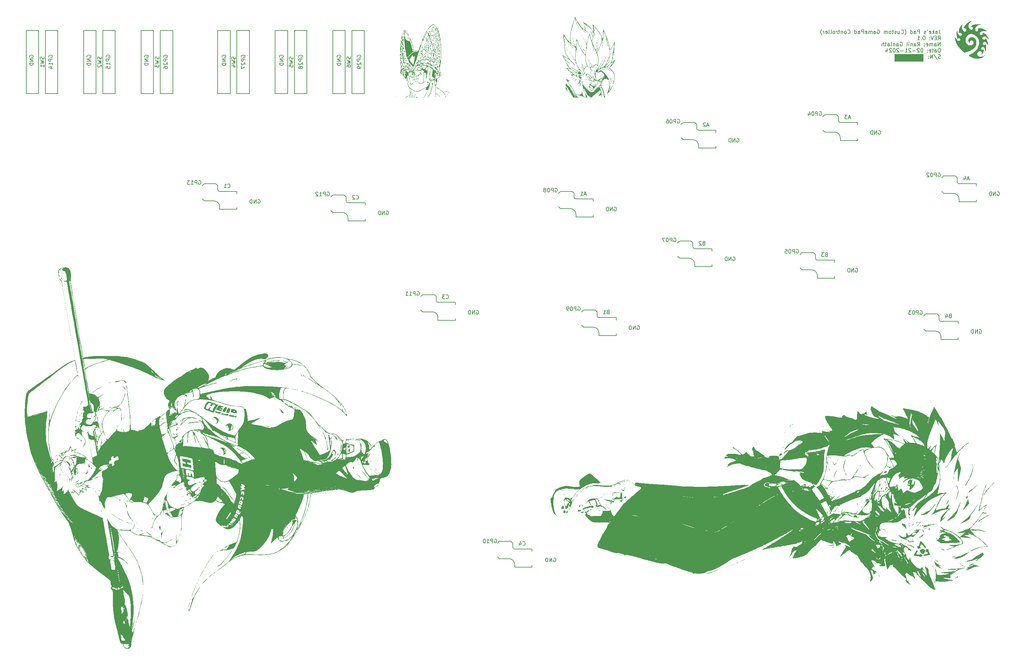
<source format=gbr>
%TF.GenerationSoftware,KiCad,Pcbnew,7.0.1*%
%TF.CreationDate,2024-02-21T21:30:13-07:00*%
%TF.ProjectId,JakesPad,4a616b65-7350-4616-942e-6b696361645f,rev?*%
%TF.SameCoordinates,Original*%
%TF.FileFunction,Legend,Bot*%
%TF.FilePolarity,Positive*%
%FSLAX46Y46*%
G04 Gerber Fmt 4.6, Leading zero omitted, Abs format (unit mm)*
G04 Created by KiCad (PCBNEW 7.0.1) date 2024-02-21 21:30:13*
%MOMM*%
%LPD*%
G01*
G04 APERTURE LIST*
%ADD10C,0.150000*%
%ADD11C,0.200000*%
G04 APERTURE END LIST*
D10*
X112000000Y-59750000D02*
X115250000Y-59750000D01*
X115250000Y-76250000D01*
X112000000Y-76250000D01*
X112000000Y-59750000D01*
X132000000Y-59750000D02*
X135250000Y-59750000D01*
X135250000Y-76250000D01*
X132000000Y-76250000D01*
X132000000Y-59750000D01*
X182000000Y-59750000D02*
X185250000Y-59750000D01*
X185250000Y-76250000D01*
X182000000Y-76250000D01*
X182000000Y-59750000D01*
X97000000Y-59750000D02*
X100250000Y-59750000D01*
X100250000Y-76250000D01*
X97000000Y-76250000D01*
X97000000Y-59750000D01*
X162000000Y-59750000D02*
X165250000Y-59750000D01*
X165250000Y-76250000D01*
X162000000Y-76250000D01*
X162000000Y-59750000D01*
X147000000Y-59750000D02*
X150250000Y-59750000D01*
X150250000Y-76250000D01*
X147000000Y-76250000D01*
X147000000Y-59750000D01*
X177000000Y-59750000D02*
X180250000Y-59750000D01*
X180250000Y-76250000D01*
X177000000Y-76250000D01*
X177000000Y-59750000D01*
X127000000Y-59750000D02*
X130250000Y-59750000D01*
X130250000Y-76250000D01*
X127000000Y-76250000D01*
X127000000Y-59750000D01*
X102000000Y-59750000D02*
X105250000Y-59750000D01*
X105250000Y-76250000D01*
X102000000Y-76250000D01*
X102000000Y-59750000D01*
X117000000Y-59750000D02*
X120250000Y-59750000D01*
X120250000Y-76250000D01*
X117000000Y-76250000D01*
X117000000Y-59750000D01*
X167000000Y-59750000D02*
X170250000Y-59750000D01*
X170250000Y-76250000D01*
X167000000Y-76250000D01*
X167000000Y-59750000D01*
X152000000Y-59750000D02*
X155250000Y-59750000D01*
X155250000Y-76250000D01*
X152000000Y-76250000D01*
X152000000Y-59750000D01*
X323774000Y-66040000D02*
X331140000Y-66040000D01*
X331140000Y-67818000D01*
X323774000Y-67818000D01*
X323774000Y-66040000D01*
G36*
X323774000Y-66040000D02*
G01*
X331140000Y-66040000D01*
X331140000Y-67818000D01*
X323774000Y-67818000D01*
X323774000Y-66040000D01*
G37*
X304038095Y-81025238D02*
X304133333Y-80977619D01*
X304133333Y-80977619D02*
X304276190Y-80977619D01*
X304276190Y-80977619D02*
X304419047Y-81025238D01*
X304419047Y-81025238D02*
X304514285Y-81120476D01*
X304514285Y-81120476D02*
X304561904Y-81215714D01*
X304561904Y-81215714D02*
X304609523Y-81406190D01*
X304609523Y-81406190D02*
X304609523Y-81549047D01*
X304609523Y-81549047D02*
X304561904Y-81739523D01*
X304561904Y-81739523D02*
X304514285Y-81834761D01*
X304514285Y-81834761D02*
X304419047Y-81930000D01*
X304419047Y-81930000D02*
X304276190Y-81977619D01*
X304276190Y-81977619D02*
X304180952Y-81977619D01*
X304180952Y-81977619D02*
X304038095Y-81930000D01*
X304038095Y-81930000D02*
X303990476Y-81882380D01*
X303990476Y-81882380D02*
X303990476Y-81549047D01*
X303990476Y-81549047D02*
X304180952Y-81549047D01*
X303561904Y-81977619D02*
X303561904Y-80977619D01*
X303561904Y-80977619D02*
X303180952Y-80977619D01*
X303180952Y-80977619D02*
X303085714Y-81025238D01*
X303085714Y-81025238D02*
X303038095Y-81072857D01*
X303038095Y-81072857D02*
X302990476Y-81168095D01*
X302990476Y-81168095D02*
X302990476Y-81310952D01*
X302990476Y-81310952D02*
X303038095Y-81406190D01*
X303038095Y-81406190D02*
X303085714Y-81453809D01*
X303085714Y-81453809D02*
X303180952Y-81501428D01*
X303180952Y-81501428D02*
X303561904Y-81501428D01*
X302371428Y-80977619D02*
X302276190Y-80977619D01*
X302276190Y-80977619D02*
X302180952Y-81025238D01*
X302180952Y-81025238D02*
X302133333Y-81072857D01*
X302133333Y-81072857D02*
X302085714Y-81168095D01*
X302085714Y-81168095D02*
X302038095Y-81358571D01*
X302038095Y-81358571D02*
X302038095Y-81596666D01*
X302038095Y-81596666D02*
X302085714Y-81787142D01*
X302085714Y-81787142D02*
X302133333Y-81882380D01*
X302133333Y-81882380D02*
X302180952Y-81930000D01*
X302180952Y-81930000D02*
X302276190Y-81977619D01*
X302276190Y-81977619D02*
X302371428Y-81977619D01*
X302371428Y-81977619D02*
X302466666Y-81930000D01*
X302466666Y-81930000D02*
X302514285Y-81882380D01*
X302514285Y-81882380D02*
X302561904Y-81787142D01*
X302561904Y-81787142D02*
X302609523Y-81596666D01*
X302609523Y-81596666D02*
X302609523Y-81358571D01*
X302609523Y-81358571D02*
X302561904Y-81168095D01*
X302561904Y-81168095D02*
X302514285Y-81072857D01*
X302514285Y-81072857D02*
X302466666Y-81025238D01*
X302466666Y-81025238D02*
X302371428Y-80977619D01*
X301180952Y-81310952D02*
X301180952Y-81977619D01*
X301419047Y-80930000D02*
X301657142Y-81644285D01*
X301657142Y-81644285D02*
X301038095Y-81644285D01*
X313488095Y-121975238D02*
X313583333Y-121927619D01*
X313583333Y-121927619D02*
X313726190Y-121927619D01*
X313726190Y-121927619D02*
X313869047Y-121975238D01*
X313869047Y-121975238D02*
X313964285Y-122070476D01*
X313964285Y-122070476D02*
X314011904Y-122165714D01*
X314011904Y-122165714D02*
X314059523Y-122356190D01*
X314059523Y-122356190D02*
X314059523Y-122499047D01*
X314059523Y-122499047D02*
X314011904Y-122689523D01*
X314011904Y-122689523D02*
X313964285Y-122784761D01*
X313964285Y-122784761D02*
X313869047Y-122880000D01*
X313869047Y-122880000D02*
X313726190Y-122927619D01*
X313726190Y-122927619D02*
X313630952Y-122927619D01*
X313630952Y-122927619D02*
X313488095Y-122880000D01*
X313488095Y-122880000D02*
X313440476Y-122832380D01*
X313440476Y-122832380D02*
X313440476Y-122499047D01*
X313440476Y-122499047D02*
X313630952Y-122499047D01*
X313011904Y-122927619D02*
X313011904Y-121927619D01*
X313011904Y-121927619D02*
X312440476Y-122927619D01*
X312440476Y-122927619D02*
X312440476Y-121927619D01*
X311964285Y-122927619D02*
X311964285Y-121927619D01*
X311964285Y-121927619D02*
X311726190Y-121927619D01*
X311726190Y-121927619D02*
X311583333Y-121975238D01*
X311583333Y-121975238D02*
X311488095Y-122070476D01*
X311488095Y-122070476D02*
X311440476Y-122165714D01*
X311440476Y-122165714D02*
X311392857Y-122356190D01*
X311392857Y-122356190D02*
X311392857Y-122499047D01*
X311392857Y-122499047D02*
X311440476Y-122689523D01*
X311440476Y-122689523D02*
X311488095Y-122784761D01*
X311488095Y-122784761D02*
X311583333Y-122880000D01*
X311583333Y-122880000D02*
X311726190Y-122927619D01*
X311726190Y-122927619D02*
X311964285Y-122927619D01*
X241038095Y-132025238D02*
X241133333Y-131977619D01*
X241133333Y-131977619D02*
X241276190Y-131977619D01*
X241276190Y-131977619D02*
X241419047Y-132025238D01*
X241419047Y-132025238D02*
X241514285Y-132120476D01*
X241514285Y-132120476D02*
X241561904Y-132215714D01*
X241561904Y-132215714D02*
X241609523Y-132406190D01*
X241609523Y-132406190D02*
X241609523Y-132549047D01*
X241609523Y-132549047D02*
X241561904Y-132739523D01*
X241561904Y-132739523D02*
X241514285Y-132834761D01*
X241514285Y-132834761D02*
X241419047Y-132930000D01*
X241419047Y-132930000D02*
X241276190Y-132977619D01*
X241276190Y-132977619D02*
X241180952Y-132977619D01*
X241180952Y-132977619D02*
X241038095Y-132930000D01*
X241038095Y-132930000D02*
X240990476Y-132882380D01*
X240990476Y-132882380D02*
X240990476Y-132549047D01*
X240990476Y-132549047D02*
X241180952Y-132549047D01*
X240561904Y-132977619D02*
X240561904Y-131977619D01*
X240561904Y-131977619D02*
X240180952Y-131977619D01*
X240180952Y-131977619D02*
X240085714Y-132025238D01*
X240085714Y-132025238D02*
X240038095Y-132072857D01*
X240038095Y-132072857D02*
X239990476Y-132168095D01*
X239990476Y-132168095D02*
X239990476Y-132310952D01*
X239990476Y-132310952D02*
X240038095Y-132406190D01*
X240038095Y-132406190D02*
X240085714Y-132453809D01*
X240085714Y-132453809D02*
X240180952Y-132501428D01*
X240180952Y-132501428D02*
X240561904Y-132501428D01*
X239371428Y-131977619D02*
X239276190Y-131977619D01*
X239276190Y-131977619D02*
X239180952Y-132025238D01*
X239180952Y-132025238D02*
X239133333Y-132072857D01*
X239133333Y-132072857D02*
X239085714Y-132168095D01*
X239085714Y-132168095D02*
X239038095Y-132358571D01*
X239038095Y-132358571D02*
X239038095Y-132596666D01*
X239038095Y-132596666D02*
X239085714Y-132787142D01*
X239085714Y-132787142D02*
X239133333Y-132882380D01*
X239133333Y-132882380D02*
X239180952Y-132930000D01*
X239180952Y-132930000D02*
X239276190Y-132977619D01*
X239276190Y-132977619D02*
X239371428Y-132977619D01*
X239371428Y-132977619D02*
X239466666Y-132930000D01*
X239466666Y-132930000D02*
X239514285Y-132882380D01*
X239514285Y-132882380D02*
X239561904Y-132787142D01*
X239561904Y-132787142D02*
X239609523Y-132596666D01*
X239609523Y-132596666D02*
X239609523Y-132358571D01*
X239609523Y-132358571D02*
X239561904Y-132168095D01*
X239561904Y-132168095D02*
X239514285Y-132072857D01*
X239514285Y-132072857D02*
X239466666Y-132025238D01*
X239466666Y-132025238D02*
X239371428Y-131977619D01*
X238561904Y-132977619D02*
X238371428Y-132977619D01*
X238371428Y-132977619D02*
X238276190Y-132930000D01*
X238276190Y-132930000D02*
X238228571Y-132882380D01*
X238228571Y-132882380D02*
X238133333Y-132739523D01*
X238133333Y-132739523D02*
X238085714Y-132549047D01*
X238085714Y-132549047D02*
X238085714Y-132168095D01*
X238085714Y-132168095D02*
X238133333Y-132072857D01*
X238133333Y-132072857D02*
X238180952Y-132025238D01*
X238180952Y-132025238D02*
X238276190Y-131977619D01*
X238276190Y-131977619D02*
X238466666Y-131977619D01*
X238466666Y-131977619D02*
X238561904Y-132025238D01*
X238561904Y-132025238D02*
X238609523Y-132072857D01*
X238609523Y-132072857D02*
X238657142Y-132168095D01*
X238657142Y-132168095D02*
X238657142Y-132406190D01*
X238657142Y-132406190D02*
X238609523Y-132501428D01*
X238609523Y-132501428D02*
X238561904Y-132549047D01*
X238561904Y-132549047D02*
X238466666Y-132596666D01*
X238466666Y-132596666D02*
X238276190Y-132596666D01*
X238276190Y-132596666D02*
X238180952Y-132549047D01*
X238180952Y-132549047D02*
X238133333Y-132501428D01*
X238133333Y-132501428D02*
X238085714Y-132406190D01*
X157488095Y-103975238D02*
X157583333Y-103927619D01*
X157583333Y-103927619D02*
X157726190Y-103927619D01*
X157726190Y-103927619D02*
X157869047Y-103975238D01*
X157869047Y-103975238D02*
X157964285Y-104070476D01*
X157964285Y-104070476D02*
X158011904Y-104165714D01*
X158011904Y-104165714D02*
X158059523Y-104356190D01*
X158059523Y-104356190D02*
X158059523Y-104499047D01*
X158059523Y-104499047D02*
X158011904Y-104689523D01*
X158011904Y-104689523D02*
X157964285Y-104784761D01*
X157964285Y-104784761D02*
X157869047Y-104880000D01*
X157869047Y-104880000D02*
X157726190Y-104927619D01*
X157726190Y-104927619D02*
X157630952Y-104927619D01*
X157630952Y-104927619D02*
X157488095Y-104880000D01*
X157488095Y-104880000D02*
X157440476Y-104832380D01*
X157440476Y-104832380D02*
X157440476Y-104499047D01*
X157440476Y-104499047D02*
X157630952Y-104499047D01*
X157011904Y-104927619D02*
X157011904Y-103927619D01*
X157011904Y-103927619D02*
X156440476Y-104927619D01*
X156440476Y-104927619D02*
X156440476Y-103927619D01*
X155964285Y-104927619D02*
X155964285Y-103927619D01*
X155964285Y-103927619D02*
X155726190Y-103927619D01*
X155726190Y-103927619D02*
X155583333Y-103975238D01*
X155583333Y-103975238D02*
X155488095Y-104070476D01*
X155488095Y-104070476D02*
X155440476Y-104165714D01*
X155440476Y-104165714D02*
X155392857Y-104356190D01*
X155392857Y-104356190D02*
X155392857Y-104499047D01*
X155392857Y-104499047D02*
X155440476Y-104689523D01*
X155440476Y-104689523D02*
X155488095Y-104784761D01*
X155488095Y-104784761D02*
X155583333Y-104880000D01*
X155583333Y-104880000D02*
X155726190Y-104927619D01*
X155726190Y-104927619D02*
X155964285Y-104927619D01*
X250488095Y-105975238D02*
X250583333Y-105927619D01*
X250583333Y-105927619D02*
X250726190Y-105927619D01*
X250726190Y-105927619D02*
X250869047Y-105975238D01*
X250869047Y-105975238D02*
X250964285Y-106070476D01*
X250964285Y-106070476D02*
X251011904Y-106165714D01*
X251011904Y-106165714D02*
X251059523Y-106356190D01*
X251059523Y-106356190D02*
X251059523Y-106499047D01*
X251059523Y-106499047D02*
X251011904Y-106689523D01*
X251011904Y-106689523D02*
X250964285Y-106784761D01*
X250964285Y-106784761D02*
X250869047Y-106880000D01*
X250869047Y-106880000D02*
X250726190Y-106927619D01*
X250726190Y-106927619D02*
X250630952Y-106927619D01*
X250630952Y-106927619D02*
X250488095Y-106880000D01*
X250488095Y-106880000D02*
X250440476Y-106832380D01*
X250440476Y-106832380D02*
X250440476Y-106499047D01*
X250440476Y-106499047D02*
X250630952Y-106499047D01*
X250011904Y-106927619D02*
X250011904Y-105927619D01*
X250011904Y-105927619D02*
X249440476Y-106927619D01*
X249440476Y-106927619D02*
X249440476Y-105927619D01*
X248964285Y-106927619D02*
X248964285Y-105927619D01*
X248964285Y-105927619D02*
X248726190Y-105927619D01*
X248726190Y-105927619D02*
X248583333Y-105975238D01*
X248583333Y-105975238D02*
X248488095Y-106070476D01*
X248488095Y-106070476D02*
X248440476Y-106165714D01*
X248440476Y-106165714D02*
X248392857Y-106356190D01*
X248392857Y-106356190D02*
X248392857Y-106499047D01*
X248392857Y-106499047D02*
X248440476Y-106689523D01*
X248440476Y-106689523D02*
X248488095Y-106784761D01*
X248488095Y-106784761D02*
X248583333Y-106880000D01*
X248583333Y-106880000D02*
X248726190Y-106927619D01*
X248726190Y-106927619D02*
X248964285Y-106927619D01*
X350488095Y-101975238D02*
X350583333Y-101927619D01*
X350583333Y-101927619D02*
X350726190Y-101927619D01*
X350726190Y-101927619D02*
X350869047Y-101975238D01*
X350869047Y-101975238D02*
X350964285Y-102070476D01*
X350964285Y-102070476D02*
X351011904Y-102165714D01*
X351011904Y-102165714D02*
X351059523Y-102356190D01*
X351059523Y-102356190D02*
X351059523Y-102499047D01*
X351059523Y-102499047D02*
X351011904Y-102689523D01*
X351011904Y-102689523D02*
X350964285Y-102784761D01*
X350964285Y-102784761D02*
X350869047Y-102880000D01*
X350869047Y-102880000D02*
X350726190Y-102927619D01*
X350726190Y-102927619D02*
X350630952Y-102927619D01*
X350630952Y-102927619D02*
X350488095Y-102880000D01*
X350488095Y-102880000D02*
X350440476Y-102832380D01*
X350440476Y-102832380D02*
X350440476Y-102499047D01*
X350440476Y-102499047D02*
X350630952Y-102499047D01*
X350011904Y-102927619D02*
X350011904Y-101927619D01*
X350011904Y-101927619D02*
X349440476Y-102927619D01*
X349440476Y-102927619D02*
X349440476Y-101927619D01*
X348964285Y-102927619D02*
X348964285Y-101927619D01*
X348964285Y-101927619D02*
X348726190Y-101927619D01*
X348726190Y-101927619D02*
X348583333Y-101975238D01*
X348583333Y-101975238D02*
X348488095Y-102070476D01*
X348488095Y-102070476D02*
X348440476Y-102165714D01*
X348440476Y-102165714D02*
X348392857Y-102356190D01*
X348392857Y-102356190D02*
X348392857Y-102499047D01*
X348392857Y-102499047D02*
X348440476Y-102689523D01*
X348440476Y-102689523D02*
X348488095Y-102784761D01*
X348488095Y-102784761D02*
X348583333Y-102880000D01*
X348583333Y-102880000D02*
X348726190Y-102927619D01*
X348726190Y-102927619D02*
X348964285Y-102927619D01*
X97925238Y-66761904D02*
X97877619Y-66666666D01*
X97877619Y-66666666D02*
X97877619Y-66523809D01*
X97877619Y-66523809D02*
X97925238Y-66380952D01*
X97925238Y-66380952D02*
X98020476Y-66285714D01*
X98020476Y-66285714D02*
X98115714Y-66238095D01*
X98115714Y-66238095D02*
X98306190Y-66190476D01*
X98306190Y-66190476D02*
X98449047Y-66190476D01*
X98449047Y-66190476D02*
X98639523Y-66238095D01*
X98639523Y-66238095D02*
X98734761Y-66285714D01*
X98734761Y-66285714D02*
X98830000Y-66380952D01*
X98830000Y-66380952D02*
X98877619Y-66523809D01*
X98877619Y-66523809D02*
X98877619Y-66619047D01*
X98877619Y-66619047D02*
X98830000Y-66761904D01*
X98830000Y-66761904D02*
X98782380Y-66809523D01*
X98782380Y-66809523D02*
X98449047Y-66809523D01*
X98449047Y-66809523D02*
X98449047Y-66619047D01*
X98877619Y-67238095D02*
X97877619Y-67238095D01*
X97877619Y-67238095D02*
X98877619Y-67809523D01*
X98877619Y-67809523D02*
X97877619Y-67809523D01*
X98877619Y-68285714D02*
X97877619Y-68285714D01*
X97877619Y-68285714D02*
X97877619Y-68523809D01*
X97877619Y-68523809D02*
X97925238Y-68666666D01*
X97925238Y-68666666D02*
X98020476Y-68761904D01*
X98020476Y-68761904D02*
X98115714Y-68809523D01*
X98115714Y-68809523D02*
X98306190Y-68857142D01*
X98306190Y-68857142D02*
X98449047Y-68857142D01*
X98449047Y-68857142D02*
X98639523Y-68809523D01*
X98639523Y-68809523D02*
X98734761Y-68761904D01*
X98734761Y-68761904D02*
X98830000Y-68666666D01*
X98830000Y-68666666D02*
X98877619Y-68523809D01*
X98877619Y-68523809D02*
X98877619Y-68285714D01*
X163175238Y-66761904D02*
X163127619Y-66666666D01*
X163127619Y-66666666D02*
X163127619Y-66523809D01*
X163127619Y-66523809D02*
X163175238Y-66380952D01*
X163175238Y-66380952D02*
X163270476Y-66285714D01*
X163270476Y-66285714D02*
X163365714Y-66238095D01*
X163365714Y-66238095D02*
X163556190Y-66190476D01*
X163556190Y-66190476D02*
X163699047Y-66190476D01*
X163699047Y-66190476D02*
X163889523Y-66238095D01*
X163889523Y-66238095D02*
X163984761Y-66285714D01*
X163984761Y-66285714D02*
X164080000Y-66380952D01*
X164080000Y-66380952D02*
X164127619Y-66523809D01*
X164127619Y-66523809D02*
X164127619Y-66619047D01*
X164127619Y-66619047D02*
X164080000Y-66761904D01*
X164080000Y-66761904D02*
X164032380Y-66809523D01*
X164032380Y-66809523D02*
X163699047Y-66809523D01*
X163699047Y-66809523D02*
X163699047Y-66619047D01*
X164127619Y-67238095D02*
X163127619Y-67238095D01*
X163127619Y-67238095D02*
X164127619Y-67809523D01*
X164127619Y-67809523D02*
X163127619Y-67809523D01*
X164127619Y-68285714D02*
X163127619Y-68285714D01*
X163127619Y-68285714D02*
X163127619Y-68523809D01*
X163127619Y-68523809D02*
X163175238Y-68666666D01*
X163175238Y-68666666D02*
X163270476Y-68761904D01*
X163270476Y-68761904D02*
X163365714Y-68809523D01*
X163365714Y-68809523D02*
X163556190Y-68857142D01*
X163556190Y-68857142D02*
X163699047Y-68857142D01*
X163699047Y-68857142D02*
X163889523Y-68809523D01*
X163889523Y-68809523D02*
X163984761Y-68761904D01*
X163984761Y-68761904D02*
X164080000Y-68666666D01*
X164080000Y-68666666D02*
X164127619Y-68523809D01*
X164127619Y-68523809D02*
X164127619Y-68285714D01*
X190988095Y-106975238D02*
X191083333Y-106927619D01*
X191083333Y-106927619D02*
X191226190Y-106927619D01*
X191226190Y-106927619D02*
X191369047Y-106975238D01*
X191369047Y-106975238D02*
X191464285Y-107070476D01*
X191464285Y-107070476D02*
X191511904Y-107165714D01*
X191511904Y-107165714D02*
X191559523Y-107356190D01*
X191559523Y-107356190D02*
X191559523Y-107499047D01*
X191559523Y-107499047D02*
X191511904Y-107689523D01*
X191511904Y-107689523D02*
X191464285Y-107784761D01*
X191464285Y-107784761D02*
X191369047Y-107880000D01*
X191369047Y-107880000D02*
X191226190Y-107927619D01*
X191226190Y-107927619D02*
X191130952Y-107927619D01*
X191130952Y-107927619D02*
X190988095Y-107880000D01*
X190988095Y-107880000D02*
X190940476Y-107832380D01*
X190940476Y-107832380D02*
X190940476Y-107499047D01*
X190940476Y-107499047D02*
X191130952Y-107499047D01*
X190511904Y-107927619D02*
X190511904Y-106927619D01*
X190511904Y-106927619D02*
X189940476Y-107927619D01*
X189940476Y-107927619D02*
X189940476Y-106927619D01*
X189464285Y-107927619D02*
X189464285Y-106927619D01*
X189464285Y-106927619D02*
X189226190Y-106927619D01*
X189226190Y-106927619D02*
X189083333Y-106975238D01*
X189083333Y-106975238D02*
X188988095Y-107070476D01*
X188988095Y-107070476D02*
X188940476Y-107165714D01*
X188940476Y-107165714D02*
X188892857Y-107356190D01*
X188892857Y-107356190D02*
X188892857Y-107499047D01*
X188892857Y-107499047D02*
X188940476Y-107689523D01*
X188940476Y-107689523D02*
X188988095Y-107784761D01*
X188988095Y-107784761D02*
X189083333Y-107880000D01*
X189083333Y-107880000D02*
X189226190Y-107927619D01*
X189226190Y-107927619D02*
X189464285Y-107927619D01*
X335038095Y-97025238D02*
X335133333Y-96977619D01*
X335133333Y-96977619D02*
X335276190Y-96977619D01*
X335276190Y-96977619D02*
X335419047Y-97025238D01*
X335419047Y-97025238D02*
X335514285Y-97120476D01*
X335514285Y-97120476D02*
X335561904Y-97215714D01*
X335561904Y-97215714D02*
X335609523Y-97406190D01*
X335609523Y-97406190D02*
X335609523Y-97549047D01*
X335609523Y-97549047D02*
X335561904Y-97739523D01*
X335561904Y-97739523D02*
X335514285Y-97834761D01*
X335514285Y-97834761D02*
X335419047Y-97930000D01*
X335419047Y-97930000D02*
X335276190Y-97977619D01*
X335276190Y-97977619D02*
X335180952Y-97977619D01*
X335180952Y-97977619D02*
X335038095Y-97930000D01*
X335038095Y-97930000D02*
X334990476Y-97882380D01*
X334990476Y-97882380D02*
X334990476Y-97549047D01*
X334990476Y-97549047D02*
X335180952Y-97549047D01*
X334561904Y-97977619D02*
X334561904Y-96977619D01*
X334561904Y-96977619D02*
X334180952Y-96977619D01*
X334180952Y-96977619D02*
X334085714Y-97025238D01*
X334085714Y-97025238D02*
X334038095Y-97072857D01*
X334038095Y-97072857D02*
X333990476Y-97168095D01*
X333990476Y-97168095D02*
X333990476Y-97310952D01*
X333990476Y-97310952D02*
X334038095Y-97406190D01*
X334038095Y-97406190D02*
X334085714Y-97453809D01*
X334085714Y-97453809D02*
X334180952Y-97501428D01*
X334180952Y-97501428D02*
X334561904Y-97501428D01*
X333371428Y-96977619D02*
X333276190Y-96977619D01*
X333276190Y-96977619D02*
X333180952Y-97025238D01*
X333180952Y-97025238D02*
X333133333Y-97072857D01*
X333133333Y-97072857D02*
X333085714Y-97168095D01*
X333085714Y-97168095D02*
X333038095Y-97358571D01*
X333038095Y-97358571D02*
X333038095Y-97596666D01*
X333038095Y-97596666D02*
X333085714Y-97787142D01*
X333085714Y-97787142D02*
X333133333Y-97882380D01*
X333133333Y-97882380D02*
X333180952Y-97930000D01*
X333180952Y-97930000D02*
X333276190Y-97977619D01*
X333276190Y-97977619D02*
X333371428Y-97977619D01*
X333371428Y-97977619D02*
X333466666Y-97930000D01*
X333466666Y-97930000D02*
X333514285Y-97882380D01*
X333514285Y-97882380D02*
X333561904Y-97787142D01*
X333561904Y-97787142D02*
X333609523Y-97596666D01*
X333609523Y-97596666D02*
X333609523Y-97358571D01*
X333609523Y-97358571D02*
X333561904Y-97168095D01*
X333561904Y-97168095D02*
X333514285Y-97072857D01*
X333514285Y-97072857D02*
X333466666Y-97025238D01*
X333466666Y-97025238D02*
X333371428Y-96977619D01*
X332657142Y-97072857D02*
X332609523Y-97025238D01*
X332609523Y-97025238D02*
X332514285Y-96977619D01*
X332514285Y-96977619D02*
X332276190Y-96977619D01*
X332276190Y-96977619D02*
X332180952Y-97025238D01*
X332180952Y-97025238D02*
X332133333Y-97072857D01*
X332133333Y-97072857D02*
X332085714Y-97168095D01*
X332085714Y-97168095D02*
X332085714Y-97263333D01*
X332085714Y-97263333D02*
X332133333Y-97406190D01*
X332133333Y-97406190D02*
X332704761Y-97977619D01*
X332704761Y-97977619D02*
X332085714Y-97977619D01*
X281488095Y-118975238D02*
X281583333Y-118927619D01*
X281583333Y-118927619D02*
X281726190Y-118927619D01*
X281726190Y-118927619D02*
X281869047Y-118975238D01*
X281869047Y-118975238D02*
X281964285Y-119070476D01*
X281964285Y-119070476D02*
X282011904Y-119165714D01*
X282011904Y-119165714D02*
X282059523Y-119356190D01*
X282059523Y-119356190D02*
X282059523Y-119499047D01*
X282059523Y-119499047D02*
X282011904Y-119689523D01*
X282011904Y-119689523D02*
X281964285Y-119784761D01*
X281964285Y-119784761D02*
X281869047Y-119880000D01*
X281869047Y-119880000D02*
X281726190Y-119927619D01*
X281726190Y-119927619D02*
X281630952Y-119927619D01*
X281630952Y-119927619D02*
X281488095Y-119880000D01*
X281488095Y-119880000D02*
X281440476Y-119832380D01*
X281440476Y-119832380D02*
X281440476Y-119499047D01*
X281440476Y-119499047D02*
X281630952Y-119499047D01*
X281011904Y-119927619D02*
X281011904Y-118927619D01*
X281011904Y-118927619D02*
X280440476Y-119927619D01*
X280440476Y-119927619D02*
X280440476Y-118927619D01*
X279964285Y-119927619D02*
X279964285Y-118927619D01*
X279964285Y-118927619D02*
X279726190Y-118927619D01*
X279726190Y-118927619D02*
X279583333Y-118975238D01*
X279583333Y-118975238D02*
X279488095Y-119070476D01*
X279488095Y-119070476D02*
X279440476Y-119165714D01*
X279440476Y-119165714D02*
X279392857Y-119356190D01*
X279392857Y-119356190D02*
X279392857Y-119499047D01*
X279392857Y-119499047D02*
X279440476Y-119689523D01*
X279440476Y-119689523D02*
X279488095Y-119784761D01*
X279488095Y-119784761D02*
X279583333Y-119880000D01*
X279583333Y-119880000D02*
X279726190Y-119927619D01*
X279726190Y-119927619D02*
X279964285Y-119927619D01*
X101605000Y-66666667D02*
X101652619Y-66809524D01*
X101652619Y-66809524D02*
X101652619Y-67047619D01*
X101652619Y-67047619D02*
X101605000Y-67142857D01*
X101605000Y-67142857D02*
X101557380Y-67190476D01*
X101557380Y-67190476D02*
X101462142Y-67238095D01*
X101462142Y-67238095D02*
X101366904Y-67238095D01*
X101366904Y-67238095D02*
X101271666Y-67190476D01*
X101271666Y-67190476D02*
X101224047Y-67142857D01*
X101224047Y-67142857D02*
X101176428Y-67047619D01*
X101176428Y-67047619D02*
X101128809Y-66857143D01*
X101128809Y-66857143D02*
X101081190Y-66761905D01*
X101081190Y-66761905D02*
X101033571Y-66714286D01*
X101033571Y-66714286D02*
X100938333Y-66666667D01*
X100938333Y-66666667D02*
X100843095Y-66666667D01*
X100843095Y-66666667D02*
X100747857Y-66714286D01*
X100747857Y-66714286D02*
X100700238Y-66761905D01*
X100700238Y-66761905D02*
X100652619Y-66857143D01*
X100652619Y-66857143D02*
X100652619Y-67095238D01*
X100652619Y-67095238D02*
X100700238Y-67238095D01*
X100652619Y-67571429D02*
X101652619Y-67809524D01*
X101652619Y-67809524D02*
X100938333Y-68000000D01*
X100938333Y-68000000D02*
X101652619Y-68190476D01*
X101652619Y-68190476D02*
X100652619Y-68428572D01*
X101652619Y-69333333D02*
X101652619Y-68761905D01*
X101652619Y-69047619D02*
X100652619Y-69047619D01*
X100652619Y-69047619D02*
X100795476Y-68952381D01*
X100795476Y-68952381D02*
X100890714Y-68857143D01*
X100890714Y-68857143D02*
X100938333Y-68761905D01*
X234688095Y-197675238D02*
X234783333Y-197627619D01*
X234783333Y-197627619D02*
X234926190Y-197627619D01*
X234926190Y-197627619D02*
X235069047Y-197675238D01*
X235069047Y-197675238D02*
X235164285Y-197770476D01*
X235164285Y-197770476D02*
X235211904Y-197865714D01*
X235211904Y-197865714D02*
X235259523Y-198056190D01*
X235259523Y-198056190D02*
X235259523Y-198199047D01*
X235259523Y-198199047D02*
X235211904Y-198389523D01*
X235211904Y-198389523D02*
X235164285Y-198484761D01*
X235164285Y-198484761D02*
X235069047Y-198580000D01*
X235069047Y-198580000D02*
X234926190Y-198627619D01*
X234926190Y-198627619D02*
X234830952Y-198627619D01*
X234830952Y-198627619D02*
X234688095Y-198580000D01*
X234688095Y-198580000D02*
X234640476Y-198532380D01*
X234640476Y-198532380D02*
X234640476Y-198199047D01*
X234640476Y-198199047D02*
X234830952Y-198199047D01*
X234211904Y-198627619D02*
X234211904Y-197627619D01*
X234211904Y-197627619D02*
X233640476Y-198627619D01*
X233640476Y-198627619D02*
X233640476Y-197627619D01*
X233164285Y-198627619D02*
X233164285Y-197627619D01*
X233164285Y-197627619D02*
X232926190Y-197627619D01*
X232926190Y-197627619D02*
X232783333Y-197675238D01*
X232783333Y-197675238D02*
X232688095Y-197770476D01*
X232688095Y-197770476D02*
X232640476Y-197865714D01*
X232640476Y-197865714D02*
X232592857Y-198056190D01*
X232592857Y-198056190D02*
X232592857Y-198199047D01*
X232592857Y-198199047D02*
X232640476Y-198389523D01*
X232640476Y-198389523D02*
X232688095Y-198484761D01*
X232688095Y-198484761D02*
X232783333Y-198580000D01*
X232783333Y-198580000D02*
X232926190Y-198627619D01*
X232926190Y-198627619D02*
X233164285Y-198627619D01*
X127925238Y-66761904D02*
X127877619Y-66666666D01*
X127877619Y-66666666D02*
X127877619Y-66523809D01*
X127877619Y-66523809D02*
X127925238Y-66380952D01*
X127925238Y-66380952D02*
X128020476Y-66285714D01*
X128020476Y-66285714D02*
X128115714Y-66238095D01*
X128115714Y-66238095D02*
X128306190Y-66190476D01*
X128306190Y-66190476D02*
X128449047Y-66190476D01*
X128449047Y-66190476D02*
X128639523Y-66238095D01*
X128639523Y-66238095D02*
X128734761Y-66285714D01*
X128734761Y-66285714D02*
X128830000Y-66380952D01*
X128830000Y-66380952D02*
X128877619Y-66523809D01*
X128877619Y-66523809D02*
X128877619Y-66619047D01*
X128877619Y-66619047D02*
X128830000Y-66761904D01*
X128830000Y-66761904D02*
X128782380Y-66809523D01*
X128782380Y-66809523D02*
X128449047Y-66809523D01*
X128449047Y-66809523D02*
X128449047Y-66619047D01*
X128877619Y-67238095D02*
X127877619Y-67238095D01*
X127877619Y-67238095D02*
X128877619Y-67809523D01*
X128877619Y-67809523D02*
X127877619Y-67809523D01*
X128877619Y-68285714D02*
X127877619Y-68285714D01*
X127877619Y-68285714D02*
X127877619Y-68523809D01*
X127877619Y-68523809D02*
X127925238Y-68666666D01*
X127925238Y-68666666D02*
X128020476Y-68761904D01*
X128020476Y-68761904D02*
X128115714Y-68809523D01*
X128115714Y-68809523D02*
X128306190Y-68857142D01*
X128306190Y-68857142D02*
X128449047Y-68857142D01*
X128449047Y-68857142D02*
X128639523Y-68809523D01*
X128639523Y-68809523D02*
X128734761Y-68761904D01*
X128734761Y-68761904D02*
X128830000Y-68666666D01*
X128830000Y-68666666D02*
X128877619Y-68523809D01*
X128877619Y-68523809D02*
X128877619Y-68285714D01*
D11*
X335315190Y-59580619D02*
X335315190Y-60294904D01*
X335315190Y-60294904D02*
X335362809Y-60437761D01*
X335362809Y-60437761D02*
X335458047Y-60533000D01*
X335458047Y-60533000D02*
X335600904Y-60580619D01*
X335600904Y-60580619D02*
X335696142Y-60580619D01*
X334410428Y-60580619D02*
X334410428Y-60056809D01*
X334410428Y-60056809D02*
X334458047Y-59961571D01*
X334458047Y-59961571D02*
X334553285Y-59913952D01*
X334553285Y-59913952D02*
X334743761Y-59913952D01*
X334743761Y-59913952D02*
X334838999Y-59961571D01*
X334410428Y-60533000D02*
X334505666Y-60580619D01*
X334505666Y-60580619D02*
X334743761Y-60580619D01*
X334743761Y-60580619D02*
X334838999Y-60533000D01*
X334838999Y-60533000D02*
X334886618Y-60437761D01*
X334886618Y-60437761D02*
X334886618Y-60342523D01*
X334886618Y-60342523D02*
X334838999Y-60247285D01*
X334838999Y-60247285D02*
X334743761Y-60199666D01*
X334743761Y-60199666D02*
X334505666Y-60199666D01*
X334505666Y-60199666D02*
X334410428Y-60152047D01*
X333934237Y-60580619D02*
X333934237Y-59580619D01*
X333838999Y-60199666D02*
X333553285Y-60580619D01*
X333553285Y-59913952D02*
X333934237Y-60294904D01*
X332743761Y-60533000D02*
X332838999Y-60580619D01*
X332838999Y-60580619D02*
X333029475Y-60580619D01*
X333029475Y-60580619D02*
X333124713Y-60533000D01*
X333124713Y-60533000D02*
X333172332Y-60437761D01*
X333172332Y-60437761D02*
X333172332Y-60056809D01*
X333172332Y-60056809D02*
X333124713Y-59961571D01*
X333124713Y-59961571D02*
X333029475Y-59913952D01*
X333029475Y-59913952D02*
X332838999Y-59913952D01*
X332838999Y-59913952D02*
X332743761Y-59961571D01*
X332743761Y-59961571D02*
X332696142Y-60056809D01*
X332696142Y-60056809D02*
X332696142Y-60152047D01*
X332696142Y-60152047D02*
X333172332Y-60247285D01*
X332219951Y-59580619D02*
X332315189Y-59771095D01*
X331838999Y-60533000D02*
X331743761Y-60580619D01*
X331743761Y-60580619D02*
X331553285Y-60580619D01*
X331553285Y-60580619D02*
X331458047Y-60533000D01*
X331458047Y-60533000D02*
X331410428Y-60437761D01*
X331410428Y-60437761D02*
X331410428Y-60390142D01*
X331410428Y-60390142D02*
X331458047Y-60294904D01*
X331458047Y-60294904D02*
X331553285Y-60247285D01*
X331553285Y-60247285D02*
X331696142Y-60247285D01*
X331696142Y-60247285D02*
X331791380Y-60199666D01*
X331791380Y-60199666D02*
X331838999Y-60104428D01*
X331838999Y-60104428D02*
X331838999Y-60056809D01*
X331838999Y-60056809D02*
X331791380Y-59961571D01*
X331791380Y-59961571D02*
X331696142Y-59913952D01*
X331696142Y-59913952D02*
X331553285Y-59913952D01*
X331553285Y-59913952D02*
X331458047Y-59961571D01*
X330219951Y-60580619D02*
X330219951Y-59580619D01*
X330219951Y-59580619D02*
X329838999Y-59580619D01*
X329838999Y-59580619D02*
X329743761Y-59628238D01*
X329743761Y-59628238D02*
X329696142Y-59675857D01*
X329696142Y-59675857D02*
X329648523Y-59771095D01*
X329648523Y-59771095D02*
X329648523Y-59913952D01*
X329648523Y-59913952D02*
X329696142Y-60009190D01*
X329696142Y-60009190D02*
X329743761Y-60056809D01*
X329743761Y-60056809D02*
X329838999Y-60104428D01*
X329838999Y-60104428D02*
X330219951Y-60104428D01*
X328791380Y-60580619D02*
X328791380Y-60056809D01*
X328791380Y-60056809D02*
X328838999Y-59961571D01*
X328838999Y-59961571D02*
X328934237Y-59913952D01*
X328934237Y-59913952D02*
X329124713Y-59913952D01*
X329124713Y-59913952D02*
X329219951Y-59961571D01*
X328791380Y-60533000D02*
X328886618Y-60580619D01*
X328886618Y-60580619D02*
X329124713Y-60580619D01*
X329124713Y-60580619D02*
X329219951Y-60533000D01*
X329219951Y-60533000D02*
X329267570Y-60437761D01*
X329267570Y-60437761D02*
X329267570Y-60342523D01*
X329267570Y-60342523D02*
X329219951Y-60247285D01*
X329219951Y-60247285D02*
X329124713Y-60199666D01*
X329124713Y-60199666D02*
X328886618Y-60199666D01*
X328886618Y-60199666D02*
X328791380Y-60152047D01*
X327886618Y-60580619D02*
X327886618Y-59580619D01*
X327886618Y-60533000D02*
X327981856Y-60580619D01*
X327981856Y-60580619D02*
X328172332Y-60580619D01*
X328172332Y-60580619D02*
X328267570Y-60533000D01*
X328267570Y-60533000D02*
X328315189Y-60485380D01*
X328315189Y-60485380D02*
X328362808Y-60390142D01*
X328362808Y-60390142D02*
X328362808Y-60104428D01*
X328362808Y-60104428D02*
X328315189Y-60009190D01*
X328315189Y-60009190D02*
X328267570Y-59961571D01*
X328267570Y-59961571D02*
X328172332Y-59913952D01*
X328172332Y-59913952D02*
X327981856Y-59913952D01*
X327981856Y-59913952D02*
X327886618Y-59961571D01*
X326362808Y-60961571D02*
X326410427Y-60913952D01*
X326410427Y-60913952D02*
X326505665Y-60771095D01*
X326505665Y-60771095D02*
X326553284Y-60675857D01*
X326553284Y-60675857D02*
X326600903Y-60533000D01*
X326600903Y-60533000D02*
X326648522Y-60294904D01*
X326648522Y-60294904D02*
X326648522Y-60104428D01*
X326648522Y-60104428D02*
X326600903Y-59866333D01*
X326600903Y-59866333D02*
X326553284Y-59723476D01*
X326553284Y-59723476D02*
X326505665Y-59628238D01*
X326505665Y-59628238D02*
X326410427Y-59485380D01*
X326410427Y-59485380D02*
X326362808Y-59437761D01*
X325410427Y-60485380D02*
X325458046Y-60533000D01*
X325458046Y-60533000D02*
X325600903Y-60580619D01*
X325600903Y-60580619D02*
X325696141Y-60580619D01*
X325696141Y-60580619D02*
X325838998Y-60533000D01*
X325838998Y-60533000D02*
X325934236Y-60437761D01*
X325934236Y-60437761D02*
X325981855Y-60342523D01*
X325981855Y-60342523D02*
X326029474Y-60152047D01*
X326029474Y-60152047D02*
X326029474Y-60009190D01*
X326029474Y-60009190D02*
X325981855Y-59818714D01*
X325981855Y-59818714D02*
X325934236Y-59723476D01*
X325934236Y-59723476D02*
X325838998Y-59628238D01*
X325838998Y-59628238D02*
X325696141Y-59580619D01*
X325696141Y-59580619D02*
X325600903Y-59580619D01*
X325600903Y-59580619D02*
X325458046Y-59628238D01*
X325458046Y-59628238D02*
X325410427Y-59675857D01*
X324553284Y-59913952D02*
X324553284Y-60580619D01*
X324981855Y-59913952D02*
X324981855Y-60437761D01*
X324981855Y-60437761D02*
X324934236Y-60533000D01*
X324934236Y-60533000D02*
X324838998Y-60580619D01*
X324838998Y-60580619D02*
X324696141Y-60580619D01*
X324696141Y-60580619D02*
X324600903Y-60533000D01*
X324600903Y-60533000D02*
X324553284Y-60485380D01*
X324124712Y-60533000D02*
X324029474Y-60580619D01*
X324029474Y-60580619D02*
X323838998Y-60580619D01*
X323838998Y-60580619D02*
X323743760Y-60533000D01*
X323743760Y-60533000D02*
X323696141Y-60437761D01*
X323696141Y-60437761D02*
X323696141Y-60390142D01*
X323696141Y-60390142D02*
X323743760Y-60294904D01*
X323743760Y-60294904D02*
X323838998Y-60247285D01*
X323838998Y-60247285D02*
X323981855Y-60247285D01*
X323981855Y-60247285D02*
X324077093Y-60199666D01*
X324077093Y-60199666D02*
X324124712Y-60104428D01*
X324124712Y-60104428D02*
X324124712Y-60056809D01*
X324124712Y-60056809D02*
X324077093Y-59961571D01*
X324077093Y-59961571D02*
X323981855Y-59913952D01*
X323981855Y-59913952D02*
X323838998Y-59913952D01*
X323838998Y-59913952D02*
X323743760Y-59961571D01*
X323410426Y-59913952D02*
X323029474Y-59913952D01*
X323267569Y-59580619D02*
X323267569Y-60437761D01*
X323267569Y-60437761D02*
X323219950Y-60533000D01*
X323219950Y-60533000D02*
X323124712Y-60580619D01*
X323124712Y-60580619D02*
X323029474Y-60580619D01*
X322553283Y-60580619D02*
X322648521Y-60533000D01*
X322648521Y-60533000D02*
X322696140Y-60485380D01*
X322696140Y-60485380D02*
X322743759Y-60390142D01*
X322743759Y-60390142D02*
X322743759Y-60104428D01*
X322743759Y-60104428D02*
X322696140Y-60009190D01*
X322696140Y-60009190D02*
X322648521Y-59961571D01*
X322648521Y-59961571D02*
X322553283Y-59913952D01*
X322553283Y-59913952D02*
X322410426Y-59913952D01*
X322410426Y-59913952D02*
X322315188Y-59961571D01*
X322315188Y-59961571D02*
X322267569Y-60009190D01*
X322267569Y-60009190D02*
X322219950Y-60104428D01*
X322219950Y-60104428D02*
X322219950Y-60390142D01*
X322219950Y-60390142D02*
X322267569Y-60485380D01*
X322267569Y-60485380D02*
X322315188Y-60533000D01*
X322315188Y-60533000D02*
X322410426Y-60580619D01*
X322410426Y-60580619D02*
X322553283Y-60580619D01*
X321791378Y-60580619D02*
X321791378Y-59913952D01*
X321791378Y-60009190D02*
X321743759Y-59961571D01*
X321743759Y-59961571D02*
X321648521Y-59913952D01*
X321648521Y-59913952D02*
X321505664Y-59913952D01*
X321505664Y-59913952D02*
X321410426Y-59961571D01*
X321410426Y-59961571D02*
X321362807Y-60056809D01*
X321362807Y-60056809D02*
X321362807Y-60580619D01*
X321362807Y-60056809D02*
X321315188Y-59961571D01*
X321315188Y-59961571D02*
X321219950Y-59913952D01*
X321219950Y-59913952D02*
X321077093Y-59913952D01*
X321077093Y-59913952D02*
X320981854Y-59961571D01*
X320981854Y-59961571D02*
X320934235Y-60056809D01*
X320934235Y-60056809D02*
X320934235Y-60580619D01*
X319172331Y-59628238D02*
X319267569Y-59580619D01*
X319267569Y-59580619D02*
X319410426Y-59580619D01*
X319410426Y-59580619D02*
X319553283Y-59628238D01*
X319553283Y-59628238D02*
X319648521Y-59723476D01*
X319648521Y-59723476D02*
X319696140Y-59818714D01*
X319696140Y-59818714D02*
X319743759Y-60009190D01*
X319743759Y-60009190D02*
X319743759Y-60152047D01*
X319743759Y-60152047D02*
X319696140Y-60342523D01*
X319696140Y-60342523D02*
X319648521Y-60437761D01*
X319648521Y-60437761D02*
X319553283Y-60533000D01*
X319553283Y-60533000D02*
X319410426Y-60580619D01*
X319410426Y-60580619D02*
X319315188Y-60580619D01*
X319315188Y-60580619D02*
X319172331Y-60533000D01*
X319172331Y-60533000D02*
X319124712Y-60485380D01*
X319124712Y-60485380D02*
X319124712Y-60152047D01*
X319124712Y-60152047D02*
X319315188Y-60152047D01*
X318267569Y-60580619D02*
X318267569Y-60056809D01*
X318267569Y-60056809D02*
X318315188Y-59961571D01*
X318315188Y-59961571D02*
X318410426Y-59913952D01*
X318410426Y-59913952D02*
X318600902Y-59913952D01*
X318600902Y-59913952D02*
X318696140Y-59961571D01*
X318267569Y-60533000D02*
X318362807Y-60580619D01*
X318362807Y-60580619D02*
X318600902Y-60580619D01*
X318600902Y-60580619D02*
X318696140Y-60533000D01*
X318696140Y-60533000D02*
X318743759Y-60437761D01*
X318743759Y-60437761D02*
X318743759Y-60342523D01*
X318743759Y-60342523D02*
X318696140Y-60247285D01*
X318696140Y-60247285D02*
X318600902Y-60199666D01*
X318600902Y-60199666D02*
X318362807Y-60199666D01*
X318362807Y-60199666D02*
X318267569Y-60152047D01*
X317791378Y-60580619D02*
X317791378Y-59913952D01*
X317791378Y-60009190D02*
X317743759Y-59961571D01*
X317743759Y-59961571D02*
X317648521Y-59913952D01*
X317648521Y-59913952D02*
X317505664Y-59913952D01*
X317505664Y-59913952D02*
X317410426Y-59961571D01*
X317410426Y-59961571D02*
X317362807Y-60056809D01*
X317362807Y-60056809D02*
X317362807Y-60580619D01*
X317362807Y-60056809D02*
X317315188Y-59961571D01*
X317315188Y-59961571D02*
X317219950Y-59913952D01*
X317219950Y-59913952D02*
X317077093Y-59913952D01*
X317077093Y-59913952D02*
X316981854Y-59961571D01*
X316981854Y-59961571D02*
X316934235Y-60056809D01*
X316934235Y-60056809D02*
X316934235Y-60580619D01*
X316077093Y-60533000D02*
X316172331Y-60580619D01*
X316172331Y-60580619D02*
X316362807Y-60580619D01*
X316362807Y-60580619D02*
X316458045Y-60533000D01*
X316458045Y-60533000D02*
X316505664Y-60437761D01*
X316505664Y-60437761D02*
X316505664Y-60056809D01*
X316505664Y-60056809D02*
X316458045Y-59961571D01*
X316458045Y-59961571D02*
X316362807Y-59913952D01*
X316362807Y-59913952D02*
X316172331Y-59913952D01*
X316172331Y-59913952D02*
X316077093Y-59961571D01*
X316077093Y-59961571D02*
X316029474Y-60056809D01*
X316029474Y-60056809D02*
X316029474Y-60152047D01*
X316029474Y-60152047D02*
X316505664Y-60247285D01*
X315600902Y-60580619D02*
X315600902Y-59580619D01*
X315600902Y-59580619D02*
X315219950Y-59580619D01*
X315219950Y-59580619D02*
X315124712Y-59628238D01*
X315124712Y-59628238D02*
X315077093Y-59675857D01*
X315077093Y-59675857D02*
X315029474Y-59771095D01*
X315029474Y-59771095D02*
X315029474Y-59913952D01*
X315029474Y-59913952D02*
X315077093Y-60009190D01*
X315077093Y-60009190D02*
X315124712Y-60056809D01*
X315124712Y-60056809D02*
X315219950Y-60104428D01*
X315219950Y-60104428D02*
X315600902Y-60104428D01*
X314172331Y-60580619D02*
X314172331Y-60056809D01*
X314172331Y-60056809D02*
X314219950Y-59961571D01*
X314219950Y-59961571D02*
X314315188Y-59913952D01*
X314315188Y-59913952D02*
X314505664Y-59913952D01*
X314505664Y-59913952D02*
X314600902Y-59961571D01*
X314172331Y-60533000D02*
X314267569Y-60580619D01*
X314267569Y-60580619D02*
X314505664Y-60580619D01*
X314505664Y-60580619D02*
X314600902Y-60533000D01*
X314600902Y-60533000D02*
X314648521Y-60437761D01*
X314648521Y-60437761D02*
X314648521Y-60342523D01*
X314648521Y-60342523D02*
X314600902Y-60247285D01*
X314600902Y-60247285D02*
X314505664Y-60199666D01*
X314505664Y-60199666D02*
X314267569Y-60199666D01*
X314267569Y-60199666D02*
X314172331Y-60152047D01*
X313267569Y-60580619D02*
X313267569Y-59580619D01*
X313267569Y-60533000D02*
X313362807Y-60580619D01*
X313362807Y-60580619D02*
X313553283Y-60580619D01*
X313553283Y-60580619D02*
X313648521Y-60533000D01*
X313648521Y-60533000D02*
X313696140Y-60485380D01*
X313696140Y-60485380D02*
X313743759Y-60390142D01*
X313743759Y-60390142D02*
X313743759Y-60104428D01*
X313743759Y-60104428D02*
X313696140Y-60009190D01*
X313696140Y-60009190D02*
X313648521Y-59961571D01*
X313648521Y-59961571D02*
X313553283Y-59913952D01*
X313553283Y-59913952D02*
X313362807Y-59913952D01*
X313362807Y-59913952D02*
X313267569Y-59961571D01*
X311458045Y-60485380D02*
X311505664Y-60533000D01*
X311505664Y-60533000D02*
X311648521Y-60580619D01*
X311648521Y-60580619D02*
X311743759Y-60580619D01*
X311743759Y-60580619D02*
X311886616Y-60533000D01*
X311886616Y-60533000D02*
X311981854Y-60437761D01*
X311981854Y-60437761D02*
X312029473Y-60342523D01*
X312029473Y-60342523D02*
X312077092Y-60152047D01*
X312077092Y-60152047D02*
X312077092Y-60009190D01*
X312077092Y-60009190D02*
X312029473Y-59818714D01*
X312029473Y-59818714D02*
X311981854Y-59723476D01*
X311981854Y-59723476D02*
X311886616Y-59628238D01*
X311886616Y-59628238D02*
X311743759Y-59580619D01*
X311743759Y-59580619D02*
X311648521Y-59580619D01*
X311648521Y-59580619D02*
X311505664Y-59628238D01*
X311505664Y-59628238D02*
X311458045Y-59675857D01*
X310886616Y-60580619D02*
X310981854Y-60533000D01*
X310981854Y-60533000D02*
X311029473Y-60485380D01*
X311029473Y-60485380D02*
X311077092Y-60390142D01*
X311077092Y-60390142D02*
X311077092Y-60104428D01*
X311077092Y-60104428D02*
X311029473Y-60009190D01*
X311029473Y-60009190D02*
X310981854Y-59961571D01*
X310981854Y-59961571D02*
X310886616Y-59913952D01*
X310886616Y-59913952D02*
X310743759Y-59913952D01*
X310743759Y-59913952D02*
X310648521Y-59961571D01*
X310648521Y-59961571D02*
X310600902Y-60009190D01*
X310600902Y-60009190D02*
X310553283Y-60104428D01*
X310553283Y-60104428D02*
X310553283Y-60390142D01*
X310553283Y-60390142D02*
X310600902Y-60485380D01*
X310600902Y-60485380D02*
X310648521Y-60533000D01*
X310648521Y-60533000D02*
X310743759Y-60580619D01*
X310743759Y-60580619D02*
X310886616Y-60580619D01*
X310124711Y-59913952D02*
X310124711Y-60580619D01*
X310124711Y-60009190D02*
X310077092Y-59961571D01*
X310077092Y-59961571D02*
X309981854Y-59913952D01*
X309981854Y-59913952D02*
X309838997Y-59913952D01*
X309838997Y-59913952D02*
X309743759Y-59961571D01*
X309743759Y-59961571D02*
X309696140Y-60056809D01*
X309696140Y-60056809D02*
X309696140Y-60580619D01*
X309362806Y-59913952D02*
X308981854Y-59913952D01*
X309219949Y-59580619D02*
X309219949Y-60437761D01*
X309219949Y-60437761D02*
X309172330Y-60533000D01*
X309172330Y-60533000D02*
X309077092Y-60580619D01*
X309077092Y-60580619D02*
X308981854Y-60580619D01*
X308648520Y-60580619D02*
X308648520Y-59913952D01*
X308648520Y-60104428D02*
X308600901Y-60009190D01*
X308600901Y-60009190D02*
X308553282Y-59961571D01*
X308553282Y-59961571D02*
X308458044Y-59913952D01*
X308458044Y-59913952D02*
X308362806Y-59913952D01*
X307886615Y-60580619D02*
X307981853Y-60533000D01*
X307981853Y-60533000D02*
X308029472Y-60485380D01*
X308029472Y-60485380D02*
X308077091Y-60390142D01*
X308077091Y-60390142D02*
X308077091Y-60104428D01*
X308077091Y-60104428D02*
X308029472Y-60009190D01*
X308029472Y-60009190D02*
X307981853Y-59961571D01*
X307981853Y-59961571D02*
X307886615Y-59913952D01*
X307886615Y-59913952D02*
X307743758Y-59913952D01*
X307743758Y-59913952D02*
X307648520Y-59961571D01*
X307648520Y-59961571D02*
X307600901Y-60009190D01*
X307600901Y-60009190D02*
X307553282Y-60104428D01*
X307553282Y-60104428D02*
X307553282Y-60390142D01*
X307553282Y-60390142D02*
X307600901Y-60485380D01*
X307600901Y-60485380D02*
X307648520Y-60533000D01*
X307648520Y-60533000D02*
X307743758Y-60580619D01*
X307743758Y-60580619D02*
X307886615Y-60580619D01*
X306981853Y-60580619D02*
X307077091Y-60533000D01*
X307077091Y-60533000D02*
X307124710Y-60437761D01*
X307124710Y-60437761D02*
X307124710Y-59580619D01*
X306458043Y-60580619D02*
X306553281Y-60533000D01*
X306553281Y-60533000D02*
X306600900Y-60437761D01*
X306600900Y-60437761D02*
X306600900Y-59580619D01*
X305696138Y-60533000D02*
X305791376Y-60580619D01*
X305791376Y-60580619D02*
X305981852Y-60580619D01*
X305981852Y-60580619D02*
X306077090Y-60533000D01*
X306077090Y-60533000D02*
X306124709Y-60437761D01*
X306124709Y-60437761D02*
X306124709Y-60056809D01*
X306124709Y-60056809D02*
X306077090Y-59961571D01*
X306077090Y-59961571D02*
X305981852Y-59913952D01*
X305981852Y-59913952D02*
X305791376Y-59913952D01*
X305791376Y-59913952D02*
X305696138Y-59961571D01*
X305696138Y-59961571D02*
X305648519Y-60056809D01*
X305648519Y-60056809D02*
X305648519Y-60152047D01*
X305648519Y-60152047D02*
X306124709Y-60247285D01*
X305219947Y-60580619D02*
X305219947Y-59913952D01*
X305219947Y-60104428D02*
X305172328Y-60009190D01*
X305172328Y-60009190D02*
X305124709Y-59961571D01*
X305124709Y-59961571D02*
X305029471Y-59913952D01*
X305029471Y-59913952D02*
X304934233Y-59913952D01*
X304696137Y-60961571D02*
X304648518Y-60913952D01*
X304648518Y-60913952D02*
X304553280Y-60771095D01*
X304553280Y-60771095D02*
X304505661Y-60675857D01*
X304505661Y-60675857D02*
X304458042Y-60533000D01*
X304458042Y-60533000D02*
X304410423Y-60294904D01*
X304410423Y-60294904D02*
X304410423Y-60104428D01*
X304410423Y-60104428D02*
X304458042Y-59866333D01*
X304458042Y-59866333D02*
X304505661Y-59723476D01*
X304505661Y-59723476D02*
X304553280Y-59628238D01*
X304553280Y-59628238D02*
X304648518Y-59485380D01*
X304648518Y-59485380D02*
X304696137Y-59437761D01*
X335029476Y-62200619D02*
X335362809Y-61724428D01*
X335600904Y-62200619D02*
X335600904Y-61200619D01*
X335600904Y-61200619D02*
X335219952Y-61200619D01*
X335219952Y-61200619D02*
X335124714Y-61248238D01*
X335124714Y-61248238D02*
X335077095Y-61295857D01*
X335077095Y-61295857D02*
X335029476Y-61391095D01*
X335029476Y-61391095D02*
X335029476Y-61533952D01*
X335029476Y-61533952D02*
X335077095Y-61629190D01*
X335077095Y-61629190D02*
X335124714Y-61676809D01*
X335124714Y-61676809D02*
X335219952Y-61724428D01*
X335219952Y-61724428D02*
X335600904Y-61724428D01*
X334600904Y-61676809D02*
X334267571Y-61676809D01*
X334124714Y-62200619D02*
X334600904Y-62200619D01*
X334600904Y-62200619D02*
X334600904Y-61200619D01*
X334600904Y-61200619D02*
X334124714Y-61200619D01*
X333838999Y-61200619D02*
X333505666Y-62200619D01*
X333505666Y-62200619D02*
X333172333Y-61200619D01*
X332838999Y-62105380D02*
X332791380Y-62153000D01*
X332791380Y-62153000D02*
X332838999Y-62200619D01*
X332838999Y-62200619D02*
X332886618Y-62153000D01*
X332886618Y-62153000D02*
X332838999Y-62105380D01*
X332838999Y-62105380D02*
X332838999Y-62200619D01*
X332838999Y-61581571D02*
X332791380Y-61629190D01*
X332791380Y-61629190D02*
X332838999Y-61676809D01*
X332838999Y-61676809D02*
X332886618Y-61629190D01*
X332886618Y-61629190D02*
X332838999Y-61581571D01*
X332838999Y-61581571D02*
X332838999Y-61676809D01*
X331410428Y-61200619D02*
X331315190Y-61200619D01*
X331315190Y-61200619D02*
X331219952Y-61248238D01*
X331219952Y-61248238D02*
X331172333Y-61295857D01*
X331172333Y-61295857D02*
X331124714Y-61391095D01*
X331124714Y-61391095D02*
X331077095Y-61581571D01*
X331077095Y-61581571D02*
X331077095Y-61819666D01*
X331077095Y-61819666D02*
X331124714Y-62010142D01*
X331124714Y-62010142D02*
X331172333Y-62105380D01*
X331172333Y-62105380D02*
X331219952Y-62153000D01*
X331219952Y-62153000D02*
X331315190Y-62200619D01*
X331315190Y-62200619D02*
X331410428Y-62200619D01*
X331410428Y-62200619D02*
X331505666Y-62153000D01*
X331505666Y-62153000D02*
X331553285Y-62105380D01*
X331553285Y-62105380D02*
X331600904Y-62010142D01*
X331600904Y-62010142D02*
X331648523Y-61819666D01*
X331648523Y-61819666D02*
X331648523Y-61581571D01*
X331648523Y-61581571D02*
X331600904Y-61391095D01*
X331600904Y-61391095D02*
X331553285Y-61295857D01*
X331553285Y-61295857D02*
X331505666Y-61248238D01*
X331505666Y-61248238D02*
X331410428Y-61200619D01*
X330648523Y-62105380D02*
X330600904Y-62153000D01*
X330600904Y-62153000D02*
X330648523Y-62200619D01*
X330648523Y-62200619D02*
X330696142Y-62153000D01*
X330696142Y-62153000D02*
X330648523Y-62105380D01*
X330648523Y-62105380D02*
X330648523Y-62200619D01*
X329648524Y-62200619D02*
X330219952Y-62200619D01*
X329934238Y-62200619D02*
X329934238Y-61200619D01*
X329934238Y-61200619D02*
X330029476Y-61343476D01*
X330029476Y-61343476D02*
X330124714Y-61438714D01*
X330124714Y-61438714D02*
X330219952Y-61486333D01*
X335600904Y-63820619D02*
X335600904Y-62820619D01*
X335600904Y-62820619D02*
X335029476Y-63820619D01*
X335029476Y-63820619D02*
X335029476Y-62820619D01*
X334124714Y-63820619D02*
X334124714Y-63296809D01*
X334124714Y-63296809D02*
X334172333Y-63201571D01*
X334172333Y-63201571D02*
X334267571Y-63153952D01*
X334267571Y-63153952D02*
X334458047Y-63153952D01*
X334458047Y-63153952D02*
X334553285Y-63201571D01*
X334124714Y-63773000D02*
X334219952Y-63820619D01*
X334219952Y-63820619D02*
X334458047Y-63820619D01*
X334458047Y-63820619D02*
X334553285Y-63773000D01*
X334553285Y-63773000D02*
X334600904Y-63677761D01*
X334600904Y-63677761D02*
X334600904Y-63582523D01*
X334600904Y-63582523D02*
X334553285Y-63487285D01*
X334553285Y-63487285D02*
X334458047Y-63439666D01*
X334458047Y-63439666D02*
X334219952Y-63439666D01*
X334219952Y-63439666D02*
X334124714Y-63392047D01*
X333648523Y-63820619D02*
X333648523Y-63153952D01*
X333648523Y-63249190D02*
X333600904Y-63201571D01*
X333600904Y-63201571D02*
X333505666Y-63153952D01*
X333505666Y-63153952D02*
X333362809Y-63153952D01*
X333362809Y-63153952D02*
X333267571Y-63201571D01*
X333267571Y-63201571D02*
X333219952Y-63296809D01*
X333219952Y-63296809D02*
X333219952Y-63820619D01*
X333219952Y-63296809D02*
X333172333Y-63201571D01*
X333172333Y-63201571D02*
X333077095Y-63153952D01*
X333077095Y-63153952D02*
X332934238Y-63153952D01*
X332934238Y-63153952D02*
X332838999Y-63201571D01*
X332838999Y-63201571D02*
X332791380Y-63296809D01*
X332791380Y-63296809D02*
X332791380Y-63820619D01*
X331934238Y-63773000D02*
X332029476Y-63820619D01*
X332029476Y-63820619D02*
X332219952Y-63820619D01*
X332219952Y-63820619D02*
X332315190Y-63773000D01*
X332315190Y-63773000D02*
X332362809Y-63677761D01*
X332362809Y-63677761D02*
X332362809Y-63296809D01*
X332362809Y-63296809D02*
X332315190Y-63201571D01*
X332315190Y-63201571D02*
X332219952Y-63153952D01*
X332219952Y-63153952D02*
X332029476Y-63153952D01*
X332029476Y-63153952D02*
X331934238Y-63201571D01*
X331934238Y-63201571D02*
X331886619Y-63296809D01*
X331886619Y-63296809D02*
X331886619Y-63392047D01*
X331886619Y-63392047D02*
X332362809Y-63487285D01*
X331458047Y-63725380D02*
X331410428Y-63773000D01*
X331410428Y-63773000D02*
X331458047Y-63820619D01*
X331458047Y-63820619D02*
X331505666Y-63773000D01*
X331505666Y-63773000D02*
X331458047Y-63725380D01*
X331458047Y-63725380D02*
X331458047Y-63820619D01*
X331458047Y-63201571D02*
X331410428Y-63249190D01*
X331410428Y-63249190D02*
X331458047Y-63296809D01*
X331458047Y-63296809D02*
X331505666Y-63249190D01*
X331505666Y-63249190D02*
X331458047Y-63201571D01*
X331458047Y-63201571D02*
X331458047Y-63296809D01*
X329648524Y-63820619D02*
X329981857Y-63344428D01*
X330219952Y-63820619D02*
X330219952Y-62820619D01*
X330219952Y-62820619D02*
X329839000Y-62820619D01*
X329839000Y-62820619D02*
X329743762Y-62868238D01*
X329743762Y-62868238D02*
X329696143Y-62915857D01*
X329696143Y-62915857D02*
X329648524Y-63011095D01*
X329648524Y-63011095D02*
X329648524Y-63153952D01*
X329648524Y-63153952D02*
X329696143Y-63249190D01*
X329696143Y-63249190D02*
X329743762Y-63296809D01*
X329743762Y-63296809D02*
X329839000Y-63344428D01*
X329839000Y-63344428D02*
X330219952Y-63344428D01*
X328791381Y-63820619D02*
X328791381Y-63296809D01*
X328791381Y-63296809D02*
X328839000Y-63201571D01*
X328839000Y-63201571D02*
X328934238Y-63153952D01*
X328934238Y-63153952D02*
X329124714Y-63153952D01*
X329124714Y-63153952D02*
X329219952Y-63201571D01*
X328791381Y-63773000D02*
X328886619Y-63820619D01*
X328886619Y-63820619D02*
X329124714Y-63820619D01*
X329124714Y-63820619D02*
X329219952Y-63773000D01*
X329219952Y-63773000D02*
X329267571Y-63677761D01*
X329267571Y-63677761D02*
X329267571Y-63582523D01*
X329267571Y-63582523D02*
X329219952Y-63487285D01*
X329219952Y-63487285D02*
X329124714Y-63439666D01*
X329124714Y-63439666D02*
X328886619Y-63439666D01*
X328886619Y-63439666D02*
X328791381Y-63392047D01*
X328315190Y-63153952D02*
X328315190Y-63820619D01*
X328315190Y-63249190D02*
X328267571Y-63201571D01*
X328267571Y-63201571D02*
X328172333Y-63153952D01*
X328172333Y-63153952D02*
X328029476Y-63153952D01*
X328029476Y-63153952D02*
X327934238Y-63201571D01*
X327934238Y-63201571D02*
X327886619Y-63296809D01*
X327886619Y-63296809D02*
X327886619Y-63820619D01*
X327410428Y-63820619D02*
X327410428Y-63153952D01*
X327410428Y-62820619D02*
X327458047Y-62868238D01*
X327458047Y-62868238D02*
X327410428Y-62915857D01*
X327410428Y-62915857D02*
X327362809Y-62868238D01*
X327362809Y-62868238D02*
X327410428Y-62820619D01*
X327410428Y-62820619D02*
X327410428Y-62915857D01*
X326791381Y-63820619D02*
X326886619Y-63773000D01*
X326886619Y-63773000D02*
X326934238Y-63677761D01*
X326934238Y-63677761D02*
X326934238Y-62820619D01*
X325124714Y-62868238D02*
X325219952Y-62820619D01*
X325219952Y-62820619D02*
X325362809Y-62820619D01*
X325362809Y-62820619D02*
X325505666Y-62868238D01*
X325505666Y-62868238D02*
X325600904Y-62963476D01*
X325600904Y-62963476D02*
X325648523Y-63058714D01*
X325648523Y-63058714D02*
X325696142Y-63249190D01*
X325696142Y-63249190D02*
X325696142Y-63392047D01*
X325696142Y-63392047D02*
X325648523Y-63582523D01*
X325648523Y-63582523D02*
X325600904Y-63677761D01*
X325600904Y-63677761D02*
X325505666Y-63773000D01*
X325505666Y-63773000D02*
X325362809Y-63820619D01*
X325362809Y-63820619D02*
X325267571Y-63820619D01*
X325267571Y-63820619D02*
X325124714Y-63773000D01*
X325124714Y-63773000D02*
X325077095Y-63725380D01*
X325077095Y-63725380D02*
X325077095Y-63392047D01*
X325077095Y-63392047D02*
X325267571Y-63392047D01*
X324219952Y-63820619D02*
X324219952Y-63296809D01*
X324219952Y-63296809D02*
X324267571Y-63201571D01*
X324267571Y-63201571D02*
X324362809Y-63153952D01*
X324362809Y-63153952D02*
X324553285Y-63153952D01*
X324553285Y-63153952D02*
X324648523Y-63201571D01*
X324219952Y-63773000D02*
X324315190Y-63820619D01*
X324315190Y-63820619D02*
X324553285Y-63820619D01*
X324553285Y-63820619D02*
X324648523Y-63773000D01*
X324648523Y-63773000D02*
X324696142Y-63677761D01*
X324696142Y-63677761D02*
X324696142Y-63582523D01*
X324696142Y-63582523D02*
X324648523Y-63487285D01*
X324648523Y-63487285D02*
X324553285Y-63439666D01*
X324553285Y-63439666D02*
X324315190Y-63439666D01*
X324315190Y-63439666D02*
X324219952Y-63392047D01*
X323743761Y-63153952D02*
X323743761Y-63820619D01*
X323743761Y-63249190D02*
X323696142Y-63201571D01*
X323696142Y-63201571D02*
X323600904Y-63153952D01*
X323600904Y-63153952D02*
X323458047Y-63153952D01*
X323458047Y-63153952D02*
X323362809Y-63201571D01*
X323362809Y-63201571D02*
X323315190Y-63296809D01*
X323315190Y-63296809D02*
X323315190Y-63820619D01*
X322696142Y-63820619D02*
X322791380Y-63773000D01*
X322791380Y-63773000D02*
X322838999Y-63677761D01*
X322838999Y-63677761D02*
X322838999Y-62820619D01*
X321886618Y-63820619D02*
X321886618Y-63296809D01*
X321886618Y-63296809D02*
X321934237Y-63201571D01*
X321934237Y-63201571D02*
X322029475Y-63153952D01*
X322029475Y-63153952D02*
X322219951Y-63153952D01*
X322219951Y-63153952D02*
X322315189Y-63201571D01*
X321886618Y-63773000D02*
X321981856Y-63820619D01*
X321981856Y-63820619D02*
X322219951Y-63820619D01*
X322219951Y-63820619D02*
X322315189Y-63773000D01*
X322315189Y-63773000D02*
X322362808Y-63677761D01*
X322362808Y-63677761D02*
X322362808Y-63582523D01*
X322362808Y-63582523D02*
X322315189Y-63487285D01*
X322315189Y-63487285D02*
X322219951Y-63439666D01*
X322219951Y-63439666D02*
X321981856Y-63439666D01*
X321981856Y-63439666D02*
X321886618Y-63392047D01*
X321553284Y-63153952D02*
X321172332Y-63153952D01*
X321410427Y-62820619D02*
X321410427Y-63677761D01*
X321410427Y-63677761D02*
X321362808Y-63773000D01*
X321362808Y-63773000D02*
X321267570Y-63820619D01*
X321267570Y-63820619D02*
X321172332Y-63820619D01*
X320838998Y-63820619D02*
X320838998Y-62820619D01*
X320410427Y-63820619D02*
X320410427Y-63296809D01*
X320410427Y-63296809D02*
X320458046Y-63201571D01*
X320458046Y-63201571D02*
X320553284Y-63153952D01*
X320553284Y-63153952D02*
X320696141Y-63153952D01*
X320696141Y-63153952D02*
X320791379Y-63201571D01*
X320791379Y-63201571D02*
X320838998Y-63249190D01*
X335600904Y-65440619D02*
X335600904Y-64440619D01*
X335600904Y-64440619D02*
X335362809Y-64440619D01*
X335362809Y-64440619D02*
X335219952Y-64488238D01*
X335219952Y-64488238D02*
X335124714Y-64583476D01*
X335124714Y-64583476D02*
X335077095Y-64678714D01*
X335077095Y-64678714D02*
X335029476Y-64869190D01*
X335029476Y-64869190D02*
X335029476Y-65012047D01*
X335029476Y-65012047D02*
X335077095Y-65202523D01*
X335077095Y-65202523D02*
X335124714Y-65297761D01*
X335124714Y-65297761D02*
X335219952Y-65393000D01*
X335219952Y-65393000D02*
X335362809Y-65440619D01*
X335362809Y-65440619D02*
X335600904Y-65440619D01*
X334172333Y-65440619D02*
X334172333Y-64916809D01*
X334172333Y-64916809D02*
X334219952Y-64821571D01*
X334219952Y-64821571D02*
X334315190Y-64773952D01*
X334315190Y-64773952D02*
X334505666Y-64773952D01*
X334505666Y-64773952D02*
X334600904Y-64821571D01*
X334172333Y-65393000D02*
X334267571Y-65440619D01*
X334267571Y-65440619D02*
X334505666Y-65440619D01*
X334505666Y-65440619D02*
X334600904Y-65393000D01*
X334600904Y-65393000D02*
X334648523Y-65297761D01*
X334648523Y-65297761D02*
X334648523Y-65202523D01*
X334648523Y-65202523D02*
X334600904Y-65107285D01*
X334600904Y-65107285D02*
X334505666Y-65059666D01*
X334505666Y-65059666D02*
X334267571Y-65059666D01*
X334267571Y-65059666D02*
X334172333Y-65012047D01*
X333838999Y-64773952D02*
X333458047Y-64773952D01*
X333696142Y-64440619D02*
X333696142Y-65297761D01*
X333696142Y-65297761D02*
X333648523Y-65393000D01*
X333648523Y-65393000D02*
X333553285Y-65440619D01*
X333553285Y-65440619D02*
X333458047Y-65440619D01*
X332743761Y-65393000D02*
X332838999Y-65440619D01*
X332838999Y-65440619D02*
X333029475Y-65440619D01*
X333029475Y-65440619D02*
X333124713Y-65393000D01*
X333124713Y-65393000D02*
X333172332Y-65297761D01*
X333172332Y-65297761D02*
X333172332Y-64916809D01*
X333172332Y-64916809D02*
X333124713Y-64821571D01*
X333124713Y-64821571D02*
X333029475Y-64773952D01*
X333029475Y-64773952D02*
X332838999Y-64773952D01*
X332838999Y-64773952D02*
X332743761Y-64821571D01*
X332743761Y-64821571D02*
X332696142Y-64916809D01*
X332696142Y-64916809D02*
X332696142Y-65012047D01*
X332696142Y-65012047D02*
X333172332Y-65107285D01*
X332267570Y-65345380D02*
X332219951Y-65393000D01*
X332219951Y-65393000D02*
X332267570Y-65440619D01*
X332267570Y-65440619D02*
X332315189Y-65393000D01*
X332315189Y-65393000D02*
X332267570Y-65345380D01*
X332267570Y-65345380D02*
X332267570Y-65440619D01*
X332267570Y-64821571D02*
X332219951Y-64869190D01*
X332219951Y-64869190D02*
X332267570Y-64916809D01*
X332267570Y-64916809D02*
X332315189Y-64869190D01*
X332315189Y-64869190D02*
X332267570Y-64821571D01*
X332267570Y-64821571D02*
X332267570Y-64916809D01*
X330838999Y-64440619D02*
X330743761Y-64440619D01*
X330743761Y-64440619D02*
X330648523Y-64488238D01*
X330648523Y-64488238D02*
X330600904Y-64535857D01*
X330600904Y-64535857D02*
X330553285Y-64631095D01*
X330553285Y-64631095D02*
X330505666Y-64821571D01*
X330505666Y-64821571D02*
X330505666Y-65059666D01*
X330505666Y-65059666D02*
X330553285Y-65250142D01*
X330553285Y-65250142D02*
X330600904Y-65345380D01*
X330600904Y-65345380D02*
X330648523Y-65393000D01*
X330648523Y-65393000D02*
X330743761Y-65440619D01*
X330743761Y-65440619D02*
X330838999Y-65440619D01*
X330838999Y-65440619D02*
X330934237Y-65393000D01*
X330934237Y-65393000D02*
X330981856Y-65345380D01*
X330981856Y-65345380D02*
X331029475Y-65250142D01*
X331029475Y-65250142D02*
X331077094Y-65059666D01*
X331077094Y-65059666D02*
X331077094Y-64821571D01*
X331077094Y-64821571D02*
X331029475Y-64631095D01*
X331029475Y-64631095D02*
X330981856Y-64535857D01*
X330981856Y-64535857D02*
X330934237Y-64488238D01*
X330934237Y-64488238D02*
X330838999Y-64440619D01*
X330124713Y-64535857D02*
X330077094Y-64488238D01*
X330077094Y-64488238D02*
X329981856Y-64440619D01*
X329981856Y-64440619D02*
X329743761Y-64440619D01*
X329743761Y-64440619D02*
X329648523Y-64488238D01*
X329648523Y-64488238D02*
X329600904Y-64535857D01*
X329600904Y-64535857D02*
X329553285Y-64631095D01*
X329553285Y-64631095D02*
X329553285Y-64726333D01*
X329553285Y-64726333D02*
X329600904Y-64869190D01*
X329600904Y-64869190D02*
X330172332Y-65440619D01*
X330172332Y-65440619D02*
X329553285Y-65440619D01*
X329124713Y-65059666D02*
X328362809Y-65059666D01*
X327934237Y-64535857D02*
X327886618Y-64488238D01*
X327886618Y-64488238D02*
X327791380Y-64440619D01*
X327791380Y-64440619D02*
X327553285Y-64440619D01*
X327553285Y-64440619D02*
X327458047Y-64488238D01*
X327458047Y-64488238D02*
X327410428Y-64535857D01*
X327410428Y-64535857D02*
X327362809Y-64631095D01*
X327362809Y-64631095D02*
X327362809Y-64726333D01*
X327362809Y-64726333D02*
X327410428Y-64869190D01*
X327410428Y-64869190D02*
X327981856Y-65440619D01*
X327981856Y-65440619D02*
X327362809Y-65440619D01*
X326410428Y-65440619D02*
X326981856Y-65440619D01*
X326696142Y-65440619D02*
X326696142Y-64440619D01*
X326696142Y-64440619D02*
X326791380Y-64583476D01*
X326791380Y-64583476D02*
X326886618Y-64678714D01*
X326886618Y-64678714D02*
X326981856Y-64726333D01*
X325981856Y-65059666D02*
X325219952Y-65059666D01*
X324791380Y-64535857D02*
X324743761Y-64488238D01*
X324743761Y-64488238D02*
X324648523Y-64440619D01*
X324648523Y-64440619D02*
X324410428Y-64440619D01*
X324410428Y-64440619D02*
X324315190Y-64488238D01*
X324315190Y-64488238D02*
X324267571Y-64535857D01*
X324267571Y-64535857D02*
X324219952Y-64631095D01*
X324219952Y-64631095D02*
X324219952Y-64726333D01*
X324219952Y-64726333D02*
X324267571Y-64869190D01*
X324267571Y-64869190D02*
X324838999Y-65440619D01*
X324838999Y-65440619D02*
X324219952Y-65440619D01*
X323600904Y-64440619D02*
X323505666Y-64440619D01*
X323505666Y-64440619D02*
X323410428Y-64488238D01*
X323410428Y-64488238D02*
X323362809Y-64535857D01*
X323362809Y-64535857D02*
X323315190Y-64631095D01*
X323315190Y-64631095D02*
X323267571Y-64821571D01*
X323267571Y-64821571D02*
X323267571Y-65059666D01*
X323267571Y-65059666D02*
X323315190Y-65250142D01*
X323315190Y-65250142D02*
X323362809Y-65345380D01*
X323362809Y-65345380D02*
X323410428Y-65393000D01*
X323410428Y-65393000D02*
X323505666Y-65440619D01*
X323505666Y-65440619D02*
X323600904Y-65440619D01*
X323600904Y-65440619D02*
X323696142Y-65393000D01*
X323696142Y-65393000D02*
X323743761Y-65345380D01*
X323743761Y-65345380D02*
X323791380Y-65250142D01*
X323791380Y-65250142D02*
X323838999Y-65059666D01*
X323838999Y-65059666D02*
X323838999Y-64821571D01*
X323838999Y-64821571D02*
X323791380Y-64631095D01*
X323791380Y-64631095D02*
X323743761Y-64535857D01*
X323743761Y-64535857D02*
X323696142Y-64488238D01*
X323696142Y-64488238D02*
X323600904Y-64440619D01*
X322886618Y-64535857D02*
X322838999Y-64488238D01*
X322838999Y-64488238D02*
X322743761Y-64440619D01*
X322743761Y-64440619D02*
X322505666Y-64440619D01*
X322505666Y-64440619D02*
X322410428Y-64488238D01*
X322410428Y-64488238D02*
X322362809Y-64535857D01*
X322362809Y-64535857D02*
X322315190Y-64631095D01*
X322315190Y-64631095D02*
X322315190Y-64726333D01*
X322315190Y-64726333D02*
X322362809Y-64869190D01*
X322362809Y-64869190D02*
X322934237Y-65440619D01*
X322934237Y-65440619D02*
X322315190Y-65440619D01*
X321458047Y-64773952D02*
X321458047Y-65440619D01*
X321696142Y-64393000D02*
X321934237Y-65107285D01*
X321934237Y-65107285D02*
X321315190Y-65107285D01*
X335648523Y-67013000D02*
X335505666Y-67060619D01*
X335505666Y-67060619D02*
X335267571Y-67060619D01*
X335267571Y-67060619D02*
X335172333Y-67013000D01*
X335172333Y-67013000D02*
X335124714Y-66965380D01*
X335124714Y-66965380D02*
X335077095Y-66870142D01*
X335077095Y-66870142D02*
X335077095Y-66774904D01*
X335077095Y-66774904D02*
X335124714Y-66679666D01*
X335124714Y-66679666D02*
X335172333Y-66632047D01*
X335172333Y-66632047D02*
X335267571Y-66584428D01*
X335267571Y-66584428D02*
X335458047Y-66536809D01*
X335458047Y-66536809D02*
X335553285Y-66489190D01*
X335553285Y-66489190D02*
X335600904Y-66441571D01*
X335600904Y-66441571D02*
X335648523Y-66346333D01*
X335648523Y-66346333D02*
X335648523Y-66251095D01*
X335648523Y-66251095D02*
X335600904Y-66155857D01*
X335600904Y-66155857D02*
X335553285Y-66108238D01*
X335553285Y-66108238D02*
X335458047Y-66060619D01*
X335458047Y-66060619D02*
X335219952Y-66060619D01*
X335219952Y-66060619D02*
X335077095Y-66108238D01*
X333934238Y-66013000D02*
X334791380Y-67298714D01*
X333600904Y-67060619D02*
X333600904Y-66060619D01*
X333600904Y-66060619D02*
X333029476Y-67060619D01*
X333029476Y-67060619D02*
X333029476Y-66060619D01*
X332553285Y-66965380D02*
X332505666Y-67013000D01*
X332505666Y-67013000D02*
X332553285Y-67060619D01*
X332553285Y-67060619D02*
X332600904Y-67013000D01*
X332600904Y-67013000D02*
X332553285Y-66965380D01*
X332553285Y-66965380D02*
X332553285Y-67060619D01*
X332553285Y-66441571D02*
X332505666Y-66489190D01*
X332505666Y-66489190D02*
X332553285Y-66536809D01*
X332553285Y-66536809D02*
X332600904Y-66489190D01*
X332600904Y-66489190D02*
X332553285Y-66441571D01*
X332553285Y-66441571D02*
X332553285Y-66536809D01*
D10*
X132925238Y-66761904D02*
X132877619Y-66666666D01*
X132877619Y-66666666D02*
X132877619Y-66523809D01*
X132877619Y-66523809D02*
X132925238Y-66380952D01*
X132925238Y-66380952D02*
X133020476Y-66285714D01*
X133020476Y-66285714D02*
X133115714Y-66238095D01*
X133115714Y-66238095D02*
X133306190Y-66190476D01*
X133306190Y-66190476D02*
X133449047Y-66190476D01*
X133449047Y-66190476D02*
X133639523Y-66238095D01*
X133639523Y-66238095D02*
X133734761Y-66285714D01*
X133734761Y-66285714D02*
X133830000Y-66380952D01*
X133830000Y-66380952D02*
X133877619Y-66523809D01*
X133877619Y-66523809D02*
X133877619Y-66619047D01*
X133877619Y-66619047D02*
X133830000Y-66761904D01*
X133830000Y-66761904D02*
X133782380Y-66809523D01*
X133782380Y-66809523D02*
X133449047Y-66809523D01*
X133449047Y-66809523D02*
X133449047Y-66619047D01*
X133877619Y-67238095D02*
X132877619Y-67238095D01*
X132877619Y-67238095D02*
X132877619Y-67619047D01*
X132877619Y-67619047D02*
X132925238Y-67714285D01*
X132925238Y-67714285D02*
X132972857Y-67761904D01*
X132972857Y-67761904D02*
X133068095Y-67809523D01*
X133068095Y-67809523D02*
X133210952Y-67809523D01*
X133210952Y-67809523D02*
X133306190Y-67761904D01*
X133306190Y-67761904D02*
X133353809Y-67714285D01*
X133353809Y-67714285D02*
X133401428Y-67619047D01*
X133401428Y-67619047D02*
X133401428Y-67238095D01*
X132972857Y-68190476D02*
X132925238Y-68238095D01*
X132925238Y-68238095D02*
X132877619Y-68333333D01*
X132877619Y-68333333D02*
X132877619Y-68571428D01*
X132877619Y-68571428D02*
X132925238Y-68666666D01*
X132925238Y-68666666D02*
X132972857Y-68714285D01*
X132972857Y-68714285D02*
X133068095Y-68761904D01*
X133068095Y-68761904D02*
X133163333Y-68761904D01*
X133163333Y-68761904D02*
X133306190Y-68714285D01*
X133306190Y-68714285D02*
X133877619Y-68142857D01*
X133877619Y-68142857D02*
X133877619Y-68761904D01*
X132877619Y-69619047D02*
X132877619Y-69428571D01*
X132877619Y-69428571D02*
X132925238Y-69333333D01*
X132925238Y-69333333D02*
X132972857Y-69285714D01*
X132972857Y-69285714D02*
X133115714Y-69190476D01*
X133115714Y-69190476D02*
X133306190Y-69142857D01*
X133306190Y-69142857D02*
X133687142Y-69142857D01*
X133687142Y-69142857D02*
X133782380Y-69190476D01*
X133782380Y-69190476D02*
X133830000Y-69238095D01*
X133830000Y-69238095D02*
X133877619Y-69333333D01*
X133877619Y-69333333D02*
X133877619Y-69523809D01*
X133877619Y-69523809D02*
X133830000Y-69619047D01*
X133830000Y-69619047D02*
X133782380Y-69666666D01*
X133782380Y-69666666D02*
X133687142Y-69714285D01*
X133687142Y-69714285D02*
X133449047Y-69714285D01*
X133449047Y-69714285D02*
X133353809Y-69666666D01*
X133353809Y-69666666D02*
X133306190Y-69619047D01*
X133306190Y-69619047D02*
X133258571Y-69523809D01*
X133258571Y-69523809D02*
X133258571Y-69333333D01*
X133258571Y-69333333D02*
X133306190Y-69238095D01*
X133306190Y-69238095D02*
X133353809Y-69190476D01*
X133353809Y-69190476D02*
X133449047Y-69142857D01*
X178175238Y-66761904D02*
X178127619Y-66666666D01*
X178127619Y-66666666D02*
X178127619Y-66523809D01*
X178127619Y-66523809D02*
X178175238Y-66380952D01*
X178175238Y-66380952D02*
X178270476Y-66285714D01*
X178270476Y-66285714D02*
X178365714Y-66238095D01*
X178365714Y-66238095D02*
X178556190Y-66190476D01*
X178556190Y-66190476D02*
X178699047Y-66190476D01*
X178699047Y-66190476D02*
X178889523Y-66238095D01*
X178889523Y-66238095D02*
X178984761Y-66285714D01*
X178984761Y-66285714D02*
X179080000Y-66380952D01*
X179080000Y-66380952D02*
X179127619Y-66523809D01*
X179127619Y-66523809D02*
X179127619Y-66619047D01*
X179127619Y-66619047D02*
X179080000Y-66761904D01*
X179080000Y-66761904D02*
X179032380Y-66809523D01*
X179032380Y-66809523D02*
X178699047Y-66809523D01*
X178699047Y-66809523D02*
X178699047Y-66619047D01*
X179127619Y-67238095D02*
X178127619Y-67238095D01*
X178127619Y-67238095D02*
X179127619Y-67809523D01*
X179127619Y-67809523D02*
X178127619Y-67809523D01*
X179127619Y-68285714D02*
X178127619Y-68285714D01*
X178127619Y-68285714D02*
X178127619Y-68523809D01*
X178127619Y-68523809D02*
X178175238Y-68666666D01*
X178175238Y-68666666D02*
X178270476Y-68761904D01*
X178270476Y-68761904D02*
X178365714Y-68809523D01*
X178365714Y-68809523D02*
X178556190Y-68857142D01*
X178556190Y-68857142D02*
X178699047Y-68857142D01*
X178699047Y-68857142D02*
X178889523Y-68809523D01*
X178889523Y-68809523D02*
X178984761Y-68761904D01*
X178984761Y-68761904D02*
X179080000Y-68666666D01*
X179080000Y-68666666D02*
X179127619Y-68523809D01*
X179127619Y-68523809D02*
X179127619Y-68285714D01*
X148175238Y-66761904D02*
X148127619Y-66666666D01*
X148127619Y-66666666D02*
X148127619Y-66523809D01*
X148127619Y-66523809D02*
X148175238Y-66380952D01*
X148175238Y-66380952D02*
X148270476Y-66285714D01*
X148270476Y-66285714D02*
X148365714Y-66238095D01*
X148365714Y-66238095D02*
X148556190Y-66190476D01*
X148556190Y-66190476D02*
X148699047Y-66190476D01*
X148699047Y-66190476D02*
X148889523Y-66238095D01*
X148889523Y-66238095D02*
X148984761Y-66285714D01*
X148984761Y-66285714D02*
X149080000Y-66380952D01*
X149080000Y-66380952D02*
X149127619Y-66523809D01*
X149127619Y-66523809D02*
X149127619Y-66619047D01*
X149127619Y-66619047D02*
X149080000Y-66761904D01*
X149080000Y-66761904D02*
X149032380Y-66809523D01*
X149032380Y-66809523D02*
X148699047Y-66809523D01*
X148699047Y-66809523D02*
X148699047Y-66619047D01*
X149127619Y-67238095D02*
X148127619Y-67238095D01*
X148127619Y-67238095D02*
X149127619Y-67809523D01*
X149127619Y-67809523D02*
X148127619Y-67809523D01*
X149127619Y-68285714D02*
X148127619Y-68285714D01*
X148127619Y-68285714D02*
X148127619Y-68523809D01*
X148127619Y-68523809D02*
X148175238Y-68666666D01*
X148175238Y-68666666D02*
X148270476Y-68761904D01*
X148270476Y-68761904D02*
X148365714Y-68809523D01*
X148365714Y-68809523D02*
X148556190Y-68857142D01*
X148556190Y-68857142D02*
X148699047Y-68857142D01*
X148699047Y-68857142D02*
X148889523Y-68809523D01*
X148889523Y-68809523D02*
X148984761Y-68761904D01*
X148984761Y-68761904D02*
X149080000Y-68666666D01*
X149080000Y-68666666D02*
X149127619Y-68523809D01*
X149127619Y-68523809D02*
X149127619Y-68285714D01*
X282488095Y-87975238D02*
X282583333Y-87927619D01*
X282583333Y-87927619D02*
X282726190Y-87927619D01*
X282726190Y-87927619D02*
X282869047Y-87975238D01*
X282869047Y-87975238D02*
X282964285Y-88070476D01*
X282964285Y-88070476D02*
X283011904Y-88165714D01*
X283011904Y-88165714D02*
X283059523Y-88356190D01*
X283059523Y-88356190D02*
X283059523Y-88499047D01*
X283059523Y-88499047D02*
X283011904Y-88689523D01*
X283011904Y-88689523D02*
X282964285Y-88784761D01*
X282964285Y-88784761D02*
X282869047Y-88880000D01*
X282869047Y-88880000D02*
X282726190Y-88927619D01*
X282726190Y-88927619D02*
X282630952Y-88927619D01*
X282630952Y-88927619D02*
X282488095Y-88880000D01*
X282488095Y-88880000D02*
X282440476Y-88832380D01*
X282440476Y-88832380D02*
X282440476Y-88499047D01*
X282440476Y-88499047D02*
X282630952Y-88499047D01*
X282011904Y-88927619D02*
X282011904Y-87927619D01*
X282011904Y-87927619D02*
X281440476Y-88927619D01*
X281440476Y-88927619D02*
X281440476Y-87927619D01*
X280964285Y-88927619D02*
X280964285Y-87927619D01*
X280964285Y-87927619D02*
X280726190Y-87927619D01*
X280726190Y-87927619D02*
X280583333Y-87975238D01*
X280583333Y-87975238D02*
X280488095Y-88070476D01*
X280488095Y-88070476D02*
X280440476Y-88165714D01*
X280440476Y-88165714D02*
X280392857Y-88356190D01*
X280392857Y-88356190D02*
X280392857Y-88499047D01*
X280392857Y-88499047D02*
X280440476Y-88689523D01*
X280440476Y-88689523D02*
X280488095Y-88784761D01*
X280488095Y-88784761D02*
X280583333Y-88880000D01*
X280583333Y-88880000D02*
X280726190Y-88927619D01*
X280726190Y-88927619D02*
X280964285Y-88927619D01*
X319488095Y-85975238D02*
X319583333Y-85927619D01*
X319583333Y-85927619D02*
X319726190Y-85927619D01*
X319726190Y-85927619D02*
X319869047Y-85975238D01*
X319869047Y-85975238D02*
X319964285Y-86070476D01*
X319964285Y-86070476D02*
X320011904Y-86165714D01*
X320011904Y-86165714D02*
X320059523Y-86356190D01*
X320059523Y-86356190D02*
X320059523Y-86499047D01*
X320059523Y-86499047D02*
X320011904Y-86689523D01*
X320011904Y-86689523D02*
X319964285Y-86784761D01*
X319964285Y-86784761D02*
X319869047Y-86880000D01*
X319869047Y-86880000D02*
X319726190Y-86927619D01*
X319726190Y-86927619D02*
X319630952Y-86927619D01*
X319630952Y-86927619D02*
X319488095Y-86880000D01*
X319488095Y-86880000D02*
X319440476Y-86832380D01*
X319440476Y-86832380D02*
X319440476Y-86499047D01*
X319440476Y-86499047D02*
X319630952Y-86499047D01*
X319011904Y-86927619D02*
X319011904Y-85927619D01*
X319011904Y-85927619D02*
X318440476Y-86927619D01*
X318440476Y-86927619D02*
X318440476Y-85927619D01*
X317964285Y-86927619D02*
X317964285Y-85927619D01*
X317964285Y-85927619D02*
X317726190Y-85927619D01*
X317726190Y-85927619D02*
X317583333Y-85975238D01*
X317583333Y-85975238D02*
X317488095Y-86070476D01*
X317488095Y-86070476D02*
X317440476Y-86165714D01*
X317440476Y-86165714D02*
X317392857Y-86356190D01*
X317392857Y-86356190D02*
X317392857Y-86499047D01*
X317392857Y-86499047D02*
X317440476Y-86689523D01*
X317440476Y-86689523D02*
X317488095Y-86784761D01*
X317488095Y-86784761D02*
X317583333Y-86880000D01*
X317583333Y-86880000D02*
X317726190Y-86927619D01*
X317726190Y-86927619D02*
X317964285Y-86927619D01*
X112925238Y-66761904D02*
X112877619Y-66666666D01*
X112877619Y-66666666D02*
X112877619Y-66523809D01*
X112877619Y-66523809D02*
X112925238Y-66380952D01*
X112925238Y-66380952D02*
X113020476Y-66285714D01*
X113020476Y-66285714D02*
X113115714Y-66238095D01*
X113115714Y-66238095D02*
X113306190Y-66190476D01*
X113306190Y-66190476D02*
X113449047Y-66190476D01*
X113449047Y-66190476D02*
X113639523Y-66238095D01*
X113639523Y-66238095D02*
X113734761Y-66285714D01*
X113734761Y-66285714D02*
X113830000Y-66380952D01*
X113830000Y-66380952D02*
X113877619Y-66523809D01*
X113877619Y-66523809D02*
X113877619Y-66619047D01*
X113877619Y-66619047D02*
X113830000Y-66761904D01*
X113830000Y-66761904D02*
X113782380Y-66809523D01*
X113782380Y-66809523D02*
X113449047Y-66809523D01*
X113449047Y-66809523D02*
X113449047Y-66619047D01*
X113877619Y-67238095D02*
X112877619Y-67238095D01*
X112877619Y-67238095D02*
X113877619Y-67809523D01*
X113877619Y-67809523D02*
X112877619Y-67809523D01*
X113877619Y-68285714D02*
X112877619Y-68285714D01*
X112877619Y-68285714D02*
X112877619Y-68523809D01*
X112877619Y-68523809D02*
X112925238Y-68666666D01*
X112925238Y-68666666D02*
X113020476Y-68761904D01*
X113020476Y-68761904D02*
X113115714Y-68809523D01*
X113115714Y-68809523D02*
X113306190Y-68857142D01*
X113306190Y-68857142D02*
X113449047Y-68857142D01*
X113449047Y-68857142D02*
X113639523Y-68809523D01*
X113639523Y-68809523D02*
X113734761Y-68761904D01*
X113734761Y-68761904D02*
X113830000Y-68666666D01*
X113830000Y-68666666D02*
X113877619Y-68523809D01*
X113877619Y-68523809D02*
X113877619Y-68285714D01*
X142038095Y-99025238D02*
X142133333Y-98977619D01*
X142133333Y-98977619D02*
X142276190Y-98977619D01*
X142276190Y-98977619D02*
X142419047Y-99025238D01*
X142419047Y-99025238D02*
X142514285Y-99120476D01*
X142514285Y-99120476D02*
X142561904Y-99215714D01*
X142561904Y-99215714D02*
X142609523Y-99406190D01*
X142609523Y-99406190D02*
X142609523Y-99549047D01*
X142609523Y-99549047D02*
X142561904Y-99739523D01*
X142561904Y-99739523D02*
X142514285Y-99834761D01*
X142514285Y-99834761D02*
X142419047Y-99930000D01*
X142419047Y-99930000D02*
X142276190Y-99977619D01*
X142276190Y-99977619D02*
X142180952Y-99977619D01*
X142180952Y-99977619D02*
X142038095Y-99930000D01*
X142038095Y-99930000D02*
X141990476Y-99882380D01*
X141990476Y-99882380D02*
X141990476Y-99549047D01*
X141990476Y-99549047D02*
X142180952Y-99549047D01*
X141561904Y-99977619D02*
X141561904Y-98977619D01*
X141561904Y-98977619D02*
X141180952Y-98977619D01*
X141180952Y-98977619D02*
X141085714Y-99025238D01*
X141085714Y-99025238D02*
X141038095Y-99072857D01*
X141038095Y-99072857D02*
X140990476Y-99168095D01*
X140990476Y-99168095D02*
X140990476Y-99310952D01*
X140990476Y-99310952D02*
X141038095Y-99406190D01*
X141038095Y-99406190D02*
X141085714Y-99453809D01*
X141085714Y-99453809D02*
X141180952Y-99501428D01*
X141180952Y-99501428D02*
X141561904Y-99501428D01*
X140038095Y-99977619D02*
X140609523Y-99977619D01*
X140323809Y-99977619D02*
X140323809Y-98977619D01*
X140323809Y-98977619D02*
X140419047Y-99120476D01*
X140419047Y-99120476D02*
X140514285Y-99215714D01*
X140514285Y-99215714D02*
X140609523Y-99263333D01*
X139704761Y-98977619D02*
X139085714Y-98977619D01*
X139085714Y-98977619D02*
X139419047Y-99358571D01*
X139419047Y-99358571D02*
X139276190Y-99358571D01*
X139276190Y-99358571D02*
X139180952Y-99406190D01*
X139180952Y-99406190D02*
X139133333Y-99453809D01*
X139133333Y-99453809D02*
X139085714Y-99549047D01*
X139085714Y-99549047D02*
X139085714Y-99787142D01*
X139085714Y-99787142D02*
X139133333Y-99882380D01*
X139133333Y-99882380D02*
X139180952Y-99930000D01*
X139180952Y-99930000D02*
X139276190Y-99977619D01*
X139276190Y-99977619D02*
X139561904Y-99977619D01*
X139561904Y-99977619D02*
X139657142Y-99930000D01*
X139657142Y-99930000D02*
X139704761Y-99882380D01*
X267038095Y-83025238D02*
X267133333Y-82977619D01*
X267133333Y-82977619D02*
X267276190Y-82977619D01*
X267276190Y-82977619D02*
X267419047Y-83025238D01*
X267419047Y-83025238D02*
X267514285Y-83120476D01*
X267514285Y-83120476D02*
X267561904Y-83215714D01*
X267561904Y-83215714D02*
X267609523Y-83406190D01*
X267609523Y-83406190D02*
X267609523Y-83549047D01*
X267609523Y-83549047D02*
X267561904Y-83739523D01*
X267561904Y-83739523D02*
X267514285Y-83834761D01*
X267514285Y-83834761D02*
X267419047Y-83930000D01*
X267419047Y-83930000D02*
X267276190Y-83977619D01*
X267276190Y-83977619D02*
X267180952Y-83977619D01*
X267180952Y-83977619D02*
X267038095Y-83930000D01*
X267038095Y-83930000D02*
X266990476Y-83882380D01*
X266990476Y-83882380D02*
X266990476Y-83549047D01*
X266990476Y-83549047D02*
X267180952Y-83549047D01*
X266561904Y-83977619D02*
X266561904Y-82977619D01*
X266561904Y-82977619D02*
X266180952Y-82977619D01*
X266180952Y-82977619D02*
X266085714Y-83025238D01*
X266085714Y-83025238D02*
X266038095Y-83072857D01*
X266038095Y-83072857D02*
X265990476Y-83168095D01*
X265990476Y-83168095D02*
X265990476Y-83310952D01*
X265990476Y-83310952D02*
X266038095Y-83406190D01*
X266038095Y-83406190D02*
X266085714Y-83453809D01*
X266085714Y-83453809D02*
X266180952Y-83501428D01*
X266180952Y-83501428D02*
X266561904Y-83501428D01*
X265371428Y-82977619D02*
X265276190Y-82977619D01*
X265276190Y-82977619D02*
X265180952Y-83025238D01*
X265180952Y-83025238D02*
X265133333Y-83072857D01*
X265133333Y-83072857D02*
X265085714Y-83168095D01*
X265085714Y-83168095D02*
X265038095Y-83358571D01*
X265038095Y-83358571D02*
X265038095Y-83596666D01*
X265038095Y-83596666D02*
X265085714Y-83787142D01*
X265085714Y-83787142D02*
X265133333Y-83882380D01*
X265133333Y-83882380D02*
X265180952Y-83930000D01*
X265180952Y-83930000D02*
X265276190Y-83977619D01*
X265276190Y-83977619D02*
X265371428Y-83977619D01*
X265371428Y-83977619D02*
X265466666Y-83930000D01*
X265466666Y-83930000D02*
X265514285Y-83882380D01*
X265514285Y-83882380D02*
X265561904Y-83787142D01*
X265561904Y-83787142D02*
X265609523Y-83596666D01*
X265609523Y-83596666D02*
X265609523Y-83358571D01*
X265609523Y-83358571D02*
X265561904Y-83168095D01*
X265561904Y-83168095D02*
X265514285Y-83072857D01*
X265514285Y-83072857D02*
X265466666Y-83025238D01*
X265466666Y-83025238D02*
X265371428Y-82977619D01*
X264180952Y-82977619D02*
X264371428Y-82977619D01*
X264371428Y-82977619D02*
X264466666Y-83025238D01*
X264466666Y-83025238D02*
X264514285Y-83072857D01*
X264514285Y-83072857D02*
X264609523Y-83215714D01*
X264609523Y-83215714D02*
X264657142Y-83406190D01*
X264657142Y-83406190D02*
X264657142Y-83787142D01*
X264657142Y-83787142D02*
X264609523Y-83882380D01*
X264609523Y-83882380D02*
X264561904Y-83930000D01*
X264561904Y-83930000D02*
X264466666Y-83977619D01*
X264466666Y-83977619D02*
X264276190Y-83977619D01*
X264276190Y-83977619D02*
X264180952Y-83930000D01*
X264180952Y-83930000D02*
X264133333Y-83882380D01*
X264133333Y-83882380D02*
X264085714Y-83787142D01*
X264085714Y-83787142D02*
X264085714Y-83549047D01*
X264085714Y-83549047D02*
X264133333Y-83453809D01*
X264133333Y-83453809D02*
X264180952Y-83406190D01*
X264180952Y-83406190D02*
X264276190Y-83358571D01*
X264276190Y-83358571D02*
X264466666Y-83358571D01*
X264466666Y-83358571D02*
X264561904Y-83406190D01*
X264561904Y-83406190D02*
X264609523Y-83453809D01*
X264609523Y-83453809D02*
X264657142Y-83549047D01*
X256488095Y-136975238D02*
X256583333Y-136927619D01*
X256583333Y-136927619D02*
X256726190Y-136927619D01*
X256726190Y-136927619D02*
X256869047Y-136975238D01*
X256869047Y-136975238D02*
X256964285Y-137070476D01*
X256964285Y-137070476D02*
X257011904Y-137165714D01*
X257011904Y-137165714D02*
X257059523Y-137356190D01*
X257059523Y-137356190D02*
X257059523Y-137499047D01*
X257059523Y-137499047D02*
X257011904Y-137689523D01*
X257011904Y-137689523D02*
X256964285Y-137784761D01*
X256964285Y-137784761D02*
X256869047Y-137880000D01*
X256869047Y-137880000D02*
X256726190Y-137927619D01*
X256726190Y-137927619D02*
X256630952Y-137927619D01*
X256630952Y-137927619D02*
X256488095Y-137880000D01*
X256488095Y-137880000D02*
X256440476Y-137832380D01*
X256440476Y-137832380D02*
X256440476Y-137499047D01*
X256440476Y-137499047D02*
X256630952Y-137499047D01*
X256011904Y-137927619D02*
X256011904Y-136927619D01*
X256011904Y-136927619D02*
X255440476Y-137927619D01*
X255440476Y-137927619D02*
X255440476Y-136927619D01*
X254964285Y-137927619D02*
X254964285Y-136927619D01*
X254964285Y-136927619D02*
X254726190Y-136927619D01*
X254726190Y-136927619D02*
X254583333Y-136975238D01*
X254583333Y-136975238D02*
X254488095Y-137070476D01*
X254488095Y-137070476D02*
X254440476Y-137165714D01*
X254440476Y-137165714D02*
X254392857Y-137356190D01*
X254392857Y-137356190D02*
X254392857Y-137499047D01*
X254392857Y-137499047D02*
X254440476Y-137689523D01*
X254440476Y-137689523D02*
X254488095Y-137784761D01*
X254488095Y-137784761D02*
X254583333Y-137880000D01*
X254583333Y-137880000D02*
X254726190Y-137927619D01*
X254726190Y-137927619D02*
X254964285Y-137927619D01*
X330338095Y-133025238D02*
X330433333Y-132977619D01*
X330433333Y-132977619D02*
X330576190Y-132977619D01*
X330576190Y-132977619D02*
X330719047Y-133025238D01*
X330719047Y-133025238D02*
X330814285Y-133120476D01*
X330814285Y-133120476D02*
X330861904Y-133215714D01*
X330861904Y-133215714D02*
X330909523Y-133406190D01*
X330909523Y-133406190D02*
X330909523Y-133549047D01*
X330909523Y-133549047D02*
X330861904Y-133739523D01*
X330861904Y-133739523D02*
X330814285Y-133834761D01*
X330814285Y-133834761D02*
X330719047Y-133930000D01*
X330719047Y-133930000D02*
X330576190Y-133977619D01*
X330576190Y-133977619D02*
X330480952Y-133977619D01*
X330480952Y-133977619D02*
X330338095Y-133930000D01*
X330338095Y-133930000D02*
X330290476Y-133882380D01*
X330290476Y-133882380D02*
X330290476Y-133549047D01*
X330290476Y-133549047D02*
X330480952Y-133549047D01*
X329861904Y-133977619D02*
X329861904Y-132977619D01*
X329861904Y-132977619D02*
X329480952Y-132977619D01*
X329480952Y-132977619D02*
X329385714Y-133025238D01*
X329385714Y-133025238D02*
X329338095Y-133072857D01*
X329338095Y-133072857D02*
X329290476Y-133168095D01*
X329290476Y-133168095D02*
X329290476Y-133310952D01*
X329290476Y-133310952D02*
X329338095Y-133406190D01*
X329338095Y-133406190D02*
X329385714Y-133453809D01*
X329385714Y-133453809D02*
X329480952Y-133501428D01*
X329480952Y-133501428D02*
X329861904Y-133501428D01*
X328671428Y-132977619D02*
X328576190Y-132977619D01*
X328576190Y-132977619D02*
X328480952Y-133025238D01*
X328480952Y-133025238D02*
X328433333Y-133072857D01*
X328433333Y-133072857D02*
X328385714Y-133168095D01*
X328385714Y-133168095D02*
X328338095Y-133358571D01*
X328338095Y-133358571D02*
X328338095Y-133596666D01*
X328338095Y-133596666D02*
X328385714Y-133787142D01*
X328385714Y-133787142D02*
X328433333Y-133882380D01*
X328433333Y-133882380D02*
X328480952Y-133930000D01*
X328480952Y-133930000D02*
X328576190Y-133977619D01*
X328576190Y-133977619D02*
X328671428Y-133977619D01*
X328671428Y-133977619D02*
X328766666Y-133930000D01*
X328766666Y-133930000D02*
X328814285Y-133882380D01*
X328814285Y-133882380D02*
X328861904Y-133787142D01*
X328861904Y-133787142D02*
X328909523Y-133596666D01*
X328909523Y-133596666D02*
X328909523Y-133358571D01*
X328909523Y-133358571D02*
X328861904Y-133168095D01*
X328861904Y-133168095D02*
X328814285Y-133072857D01*
X328814285Y-133072857D02*
X328766666Y-133025238D01*
X328766666Y-133025238D02*
X328671428Y-132977619D01*
X328004761Y-132977619D02*
X327385714Y-132977619D01*
X327385714Y-132977619D02*
X327719047Y-133358571D01*
X327719047Y-133358571D02*
X327576190Y-133358571D01*
X327576190Y-133358571D02*
X327480952Y-133406190D01*
X327480952Y-133406190D02*
X327433333Y-133453809D01*
X327433333Y-133453809D02*
X327385714Y-133549047D01*
X327385714Y-133549047D02*
X327385714Y-133787142D01*
X327385714Y-133787142D02*
X327433333Y-133882380D01*
X327433333Y-133882380D02*
X327480952Y-133930000D01*
X327480952Y-133930000D02*
X327576190Y-133977619D01*
X327576190Y-133977619D02*
X327861904Y-133977619D01*
X327861904Y-133977619D02*
X327957142Y-133930000D01*
X327957142Y-133930000D02*
X328004761Y-133882380D01*
X199038095Y-128025238D02*
X199133333Y-127977619D01*
X199133333Y-127977619D02*
X199276190Y-127977619D01*
X199276190Y-127977619D02*
X199419047Y-128025238D01*
X199419047Y-128025238D02*
X199514285Y-128120476D01*
X199514285Y-128120476D02*
X199561904Y-128215714D01*
X199561904Y-128215714D02*
X199609523Y-128406190D01*
X199609523Y-128406190D02*
X199609523Y-128549047D01*
X199609523Y-128549047D02*
X199561904Y-128739523D01*
X199561904Y-128739523D02*
X199514285Y-128834761D01*
X199514285Y-128834761D02*
X199419047Y-128930000D01*
X199419047Y-128930000D02*
X199276190Y-128977619D01*
X199276190Y-128977619D02*
X199180952Y-128977619D01*
X199180952Y-128977619D02*
X199038095Y-128930000D01*
X199038095Y-128930000D02*
X198990476Y-128882380D01*
X198990476Y-128882380D02*
X198990476Y-128549047D01*
X198990476Y-128549047D02*
X199180952Y-128549047D01*
X198561904Y-128977619D02*
X198561904Y-127977619D01*
X198561904Y-127977619D02*
X198180952Y-127977619D01*
X198180952Y-127977619D02*
X198085714Y-128025238D01*
X198085714Y-128025238D02*
X198038095Y-128072857D01*
X198038095Y-128072857D02*
X197990476Y-128168095D01*
X197990476Y-128168095D02*
X197990476Y-128310952D01*
X197990476Y-128310952D02*
X198038095Y-128406190D01*
X198038095Y-128406190D02*
X198085714Y-128453809D01*
X198085714Y-128453809D02*
X198180952Y-128501428D01*
X198180952Y-128501428D02*
X198561904Y-128501428D01*
X197038095Y-128977619D02*
X197609523Y-128977619D01*
X197323809Y-128977619D02*
X197323809Y-127977619D01*
X197323809Y-127977619D02*
X197419047Y-128120476D01*
X197419047Y-128120476D02*
X197514285Y-128215714D01*
X197514285Y-128215714D02*
X197609523Y-128263333D01*
X196085714Y-128977619D02*
X196657142Y-128977619D01*
X196371428Y-128977619D02*
X196371428Y-127977619D01*
X196371428Y-127977619D02*
X196466666Y-128120476D01*
X196466666Y-128120476D02*
X196561904Y-128215714D01*
X196561904Y-128215714D02*
X196657142Y-128263333D01*
X168175238Y-66761904D02*
X168127619Y-66666666D01*
X168127619Y-66666666D02*
X168127619Y-66523809D01*
X168127619Y-66523809D02*
X168175238Y-66380952D01*
X168175238Y-66380952D02*
X168270476Y-66285714D01*
X168270476Y-66285714D02*
X168365714Y-66238095D01*
X168365714Y-66238095D02*
X168556190Y-66190476D01*
X168556190Y-66190476D02*
X168699047Y-66190476D01*
X168699047Y-66190476D02*
X168889523Y-66238095D01*
X168889523Y-66238095D02*
X168984761Y-66285714D01*
X168984761Y-66285714D02*
X169080000Y-66380952D01*
X169080000Y-66380952D02*
X169127619Y-66523809D01*
X169127619Y-66523809D02*
X169127619Y-66619047D01*
X169127619Y-66619047D02*
X169080000Y-66761904D01*
X169080000Y-66761904D02*
X169032380Y-66809523D01*
X169032380Y-66809523D02*
X168699047Y-66809523D01*
X168699047Y-66809523D02*
X168699047Y-66619047D01*
X169127619Y-67238095D02*
X168127619Y-67238095D01*
X168127619Y-67238095D02*
X168127619Y-67619047D01*
X168127619Y-67619047D02*
X168175238Y-67714285D01*
X168175238Y-67714285D02*
X168222857Y-67761904D01*
X168222857Y-67761904D02*
X168318095Y-67809523D01*
X168318095Y-67809523D02*
X168460952Y-67809523D01*
X168460952Y-67809523D02*
X168556190Y-67761904D01*
X168556190Y-67761904D02*
X168603809Y-67714285D01*
X168603809Y-67714285D02*
X168651428Y-67619047D01*
X168651428Y-67619047D02*
X168651428Y-67238095D01*
X168222857Y-68190476D02*
X168175238Y-68238095D01*
X168175238Y-68238095D02*
X168127619Y-68333333D01*
X168127619Y-68333333D02*
X168127619Y-68571428D01*
X168127619Y-68571428D02*
X168175238Y-68666666D01*
X168175238Y-68666666D02*
X168222857Y-68714285D01*
X168222857Y-68714285D02*
X168318095Y-68761904D01*
X168318095Y-68761904D02*
X168413333Y-68761904D01*
X168413333Y-68761904D02*
X168556190Y-68714285D01*
X168556190Y-68714285D02*
X169127619Y-68142857D01*
X169127619Y-68142857D02*
X169127619Y-68761904D01*
X168556190Y-69333333D02*
X168508571Y-69238095D01*
X168508571Y-69238095D02*
X168460952Y-69190476D01*
X168460952Y-69190476D02*
X168365714Y-69142857D01*
X168365714Y-69142857D02*
X168318095Y-69142857D01*
X168318095Y-69142857D02*
X168222857Y-69190476D01*
X168222857Y-69190476D02*
X168175238Y-69238095D01*
X168175238Y-69238095D02*
X168127619Y-69333333D01*
X168127619Y-69333333D02*
X168127619Y-69523809D01*
X168127619Y-69523809D02*
X168175238Y-69619047D01*
X168175238Y-69619047D02*
X168222857Y-69666666D01*
X168222857Y-69666666D02*
X168318095Y-69714285D01*
X168318095Y-69714285D02*
X168365714Y-69714285D01*
X168365714Y-69714285D02*
X168460952Y-69666666D01*
X168460952Y-69666666D02*
X168508571Y-69619047D01*
X168508571Y-69619047D02*
X168556190Y-69523809D01*
X168556190Y-69523809D02*
X168556190Y-69333333D01*
X168556190Y-69333333D02*
X168603809Y-69238095D01*
X168603809Y-69238095D02*
X168651428Y-69190476D01*
X168651428Y-69190476D02*
X168746666Y-69142857D01*
X168746666Y-69142857D02*
X168937142Y-69142857D01*
X168937142Y-69142857D02*
X169032380Y-69190476D01*
X169032380Y-69190476D02*
X169080000Y-69238095D01*
X169080000Y-69238095D02*
X169127619Y-69333333D01*
X169127619Y-69333333D02*
X169127619Y-69523809D01*
X169127619Y-69523809D02*
X169080000Y-69619047D01*
X169080000Y-69619047D02*
X169032380Y-69666666D01*
X169032380Y-69666666D02*
X168937142Y-69714285D01*
X168937142Y-69714285D02*
X168746666Y-69714285D01*
X168746666Y-69714285D02*
X168651428Y-69666666D01*
X168651428Y-69666666D02*
X168603809Y-69619047D01*
X168603809Y-69619047D02*
X168556190Y-69523809D01*
X175538095Y-102025238D02*
X175633333Y-101977619D01*
X175633333Y-101977619D02*
X175776190Y-101977619D01*
X175776190Y-101977619D02*
X175919047Y-102025238D01*
X175919047Y-102025238D02*
X176014285Y-102120476D01*
X176014285Y-102120476D02*
X176061904Y-102215714D01*
X176061904Y-102215714D02*
X176109523Y-102406190D01*
X176109523Y-102406190D02*
X176109523Y-102549047D01*
X176109523Y-102549047D02*
X176061904Y-102739523D01*
X176061904Y-102739523D02*
X176014285Y-102834761D01*
X176014285Y-102834761D02*
X175919047Y-102930000D01*
X175919047Y-102930000D02*
X175776190Y-102977619D01*
X175776190Y-102977619D02*
X175680952Y-102977619D01*
X175680952Y-102977619D02*
X175538095Y-102930000D01*
X175538095Y-102930000D02*
X175490476Y-102882380D01*
X175490476Y-102882380D02*
X175490476Y-102549047D01*
X175490476Y-102549047D02*
X175680952Y-102549047D01*
X175061904Y-102977619D02*
X175061904Y-101977619D01*
X175061904Y-101977619D02*
X174680952Y-101977619D01*
X174680952Y-101977619D02*
X174585714Y-102025238D01*
X174585714Y-102025238D02*
X174538095Y-102072857D01*
X174538095Y-102072857D02*
X174490476Y-102168095D01*
X174490476Y-102168095D02*
X174490476Y-102310952D01*
X174490476Y-102310952D02*
X174538095Y-102406190D01*
X174538095Y-102406190D02*
X174585714Y-102453809D01*
X174585714Y-102453809D02*
X174680952Y-102501428D01*
X174680952Y-102501428D02*
X175061904Y-102501428D01*
X173538095Y-102977619D02*
X174109523Y-102977619D01*
X173823809Y-102977619D02*
X173823809Y-101977619D01*
X173823809Y-101977619D02*
X173919047Y-102120476D01*
X173919047Y-102120476D02*
X174014285Y-102215714D01*
X174014285Y-102215714D02*
X174109523Y-102263333D01*
X173157142Y-102072857D02*
X173109523Y-102025238D01*
X173109523Y-102025238D02*
X173014285Y-101977619D01*
X173014285Y-101977619D02*
X172776190Y-101977619D01*
X172776190Y-101977619D02*
X172680952Y-102025238D01*
X172680952Y-102025238D02*
X172633333Y-102072857D01*
X172633333Y-102072857D02*
X172585714Y-102168095D01*
X172585714Y-102168095D02*
X172585714Y-102263333D01*
X172585714Y-102263333D02*
X172633333Y-102406190D01*
X172633333Y-102406190D02*
X173204761Y-102977619D01*
X173204761Y-102977619D02*
X172585714Y-102977619D01*
X345788095Y-137975238D02*
X345883333Y-137927619D01*
X345883333Y-137927619D02*
X346026190Y-137927619D01*
X346026190Y-137927619D02*
X346169047Y-137975238D01*
X346169047Y-137975238D02*
X346264285Y-138070476D01*
X346264285Y-138070476D02*
X346311904Y-138165714D01*
X346311904Y-138165714D02*
X346359523Y-138356190D01*
X346359523Y-138356190D02*
X346359523Y-138499047D01*
X346359523Y-138499047D02*
X346311904Y-138689523D01*
X346311904Y-138689523D02*
X346264285Y-138784761D01*
X346264285Y-138784761D02*
X346169047Y-138880000D01*
X346169047Y-138880000D02*
X346026190Y-138927619D01*
X346026190Y-138927619D02*
X345930952Y-138927619D01*
X345930952Y-138927619D02*
X345788095Y-138880000D01*
X345788095Y-138880000D02*
X345740476Y-138832380D01*
X345740476Y-138832380D02*
X345740476Y-138499047D01*
X345740476Y-138499047D02*
X345930952Y-138499047D01*
X345311904Y-138927619D02*
X345311904Y-137927619D01*
X345311904Y-137927619D02*
X344740476Y-138927619D01*
X344740476Y-138927619D02*
X344740476Y-137927619D01*
X344264285Y-138927619D02*
X344264285Y-137927619D01*
X344264285Y-137927619D02*
X344026190Y-137927619D01*
X344026190Y-137927619D02*
X343883333Y-137975238D01*
X343883333Y-137975238D02*
X343788095Y-138070476D01*
X343788095Y-138070476D02*
X343740476Y-138165714D01*
X343740476Y-138165714D02*
X343692857Y-138356190D01*
X343692857Y-138356190D02*
X343692857Y-138499047D01*
X343692857Y-138499047D02*
X343740476Y-138689523D01*
X343740476Y-138689523D02*
X343788095Y-138784761D01*
X343788095Y-138784761D02*
X343883333Y-138880000D01*
X343883333Y-138880000D02*
X344026190Y-138927619D01*
X344026190Y-138927619D02*
X344264285Y-138927619D01*
X219238095Y-192725238D02*
X219333333Y-192677619D01*
X219333333Y-192677619D02*
X219476190Y-192677619D01*
X219476190Y-192677619D02*
X219619047Y-192725238D01*
X219619047Y-192725238D02*
X219714285Y-192820476D01*
X219714285Y-192820476D02*
X219761904Y-192915714D01*
X219761904Y-192915714D02*
X219809523Y-193106190D01*
X219809523Y-193106190D02*
X219809523Y-193249047D01*
X219809523Y-193249047D02*
X219761904Y-193439523D01*
X219761904Y-193439523D02*
X219714285Y-193534761D01*
X219714285Y-193534761D02*
X219619047Y-193630000D01*
X219619047Y-193630000D02*
X219476190Y-193677619D01*
X219476190Y-193677619D02*
X219380952Y-193677619D01*
X219380952Y-193677619D02*
X219238095Y-193630000D01*
X219238095Y-193630000D02*
X219190476Y-193582380D01*
X219190476Y-193582380D02*
X219190476Y-193249047D01*
X219190476Y-193249047D02*
X219380952Y-193249047D01*
X218761904Y-193677619D02*
X218761904Y-192677619D01*
X218761904Y-192677619D02*
X218380952Y-192677619D01*
X218380952Y-192677619D02*
X218285714Y-192725238D01*
X218285714Y-192725238D02*
X218238095Y-192772857D01*
X218238095Y-192772857D02*
X218190476Y-192868095D01*
X218190476Y-192868095D02*
X218190476Y-193010952D01*
X218190476Y-193010952D02*
X218238095Y-193106190D01*
X218238095Y-193106190D02*
X218285714Y-193153809D01*
X218285714Y-193153809D02*
X218380952Y-193201428D01*
X218380952Y-193201428D02*
X218761904Y-193201428D01*
X217238095Y-193677619D02*
X217809523Y-193677619D01*
X217523809Y-193677619D02*
X217523809Y-192677619D01*
X217523809Y-192677619D02*
X217619047Y-192820476D01*
X217619047Y-192820476D02*
X217714285Y-192915714D01*
X217714285Y-192915714D02*
X217809523Y-192963333D01*
X216619047Y-192677619D02*
X216523809Y-192677619D01*
X216523809Y-192677619D02*
X216428571Y-192725238D01*
X216428571Y-192725238D02*
X216380952Y-192772857D01*
X216380952Y-192772857D02*
X216333333Y-192868095D01*
X216333333Y-192868095D02*
X216285714Y-193058571D01*
X216285714Y-193058571D02*
X216285714Y-193296666D01*
X216285714Y-193296666D02*
X216333333Y-193487142D01*
X216333333Y-193487142D02*
X216380952Y-193582380D01*
X216380952Y-193582380D02*
X216428571Y-193630000D01*
X216428571Y-193630000D02*
X216523809Y-193677619D01*
X216523809Y-193677619D02*
X216619047Y-193677619D01*
X216619047Y-193677619D02*
X216714285Y-193630000D01*
X216714285Y-193630000D02*
X216761904Y-193582380D01*
X216761904Y-193582380D02*
X216809523Y-193487142D01*
X216809523Y-193487142D02*
X216857142Y-193296666D01*
X216857142Y-193296666D02*
X216857142Y-193058571D01*
X216857142Y-193058571D02*
X216809523Y-192868095D01*
X216809523Y-192868095D02*
X216761904Y-192772857D01*
X216761904Y-192772857D02*
X216714285Y-192725238D01*
X216714285Y-192725238D02*
X216619047Y-192677619D01*
X116605000Y-66666667D02*
X116652619Y-66809524D01*
X116652619Y-66809524D02*
X116652619Y-67047619D01*
X116652619Y-67047619D02*
X116605000Y-67142857D01*
X116605000Y-67142857D02*
X116557380Y-67190476D01*
X116557380Y-67190476D02*
X116462142Y-67238095D01*
X116462142Y-67238095D02*
X116366904Y-67238095D01*
X116366904Y-67238095D02*
X116271666Y-67190476D01*
X116271666Y-67190476D02*
X116224047Y-67142857D01*
X116224047Y-67142857D02*
X116176428Y-67047619D01*
X116176428Y-67047619D02*
X116128809Y-66857143D01*
X116128809Y-66857143D02*
X116081190Y-66761905D01*
X116081190Y-66761905D02*
X116033571Y-66714286D01*
X116033571Y-66714286D02*
X115938333Y-66666667D01*
X115938333Y-66666667D02*
X115843095Y-66666667D01*
X115843095Y-66666667D02*
X115747857Y-66714286D01*
X115747857Y-66714286D02*
X115700238Y-66761905D01*
X115700238Y-66761905D02*
X115652619Y-66857143D01*
X115652619Y-66857143D02*
X115652619Y-67095238D01*
X115652619Y-67095238D02*
X115700238Y-67238095D01*
X115652619Y-67571429D02*
X116652619Y-67809524D01*
X116652619Y-67809524D02*
X115938333Y-68000000D01*
X115938333Y-68000000D02*
X116652619Y-68190476D01*
X116652619Y-68190476D02*
X115652619Y-68428572D01*
X115747857Y-68761905D02*
X115700238Y-68809524D01*
X115700238Y-68809524D02*
X115652619Y-68904762D01*
X115652619Y-68904762D02*
X115652619Y-69142857D01*
X115652619Y-69142857D02*
X115700238Y-69238095D01*
X115700238Y-69238095D02*
X115747857Y-69285714D01*
X115747857Y-69285714D02*
X115843095Y-69333333D01*
X115843095Y-69333333D02*
X115938333Y-69333333D01*
X115938333Y-69333333D02*
X116081190Y-69285714D01*
X116081190Y-69285714D02*
X116652619Y-68714286D01*
X116652619Y-68714286D02*
X116652619Y-69333333D01*
X166605000Y-66666667D02*
X166652619Y-66809524D01*
X166652619Y-66809524D02*
X166652619Y-67047619D01*
X166652619Y-67047619D02*
X166605000Y-67142857D01*
X166605000Y-67142857D02*
X166557380Y-67190476D01*
X166557380Y-67190476D02*
X166462142Y-67238095D01*
X166462142Y-67238095D02*
X166366904Y-67238095D01*
X166366904Y-67238095D02*
X166271666Y-67190476D01*
X166271666Y-67190476D02*
X166224047Y-67142857D01*
X166224047Y-67142857D02*
X166176428Y-67047619D01*
X166176428Y-67047619D02*
X166128809Y-66857143D01*
X166128809Y-66857143D02*
X166081190Y-66761905D01*
X166081190Y-66761905D02*
X166033571Y-66714286D01*
X166033571Y-66714286D02*
X165938333Y-66666667D01*
X165938333Y-66666667D02*
X165843095Y-66666667D01*
X165843095Y-66666667D02*
X165747857Y-66714286D01*
X165747857Y-66714286D02*
X165700238Y-66761905D01*
X165700238Y-66761905D02*
X165652619Y-66857143D01*
X165652619Y-66857143D02*
X165652619Y-67095238D01*
X165652619Y-67095238D02*
X165700238Y-67238095D01*
X165652619Y-67571429D02*
X166652619Y-67809524D01*
X166652619Y-67809524D02*
X165938333Y-68000000D01*
X165938333Y-68000000D02*
X166652619Y-68190476D01*
X166652619Y-68190476D02*
X165652619Y-68428572D01*
X165652619Y-69285714D02*
X165652619Y-68809524D01*
X165652619Y-68809524D02*
X166128809Y-68761905D01*
X166128809Y-68761905D02*
X166081190Y-68809524D01*
X166081190Y-68809524D02*
X166033571Y-68904762D01*
X166033571Y-68904762D02*
X166033571Y-69142857D01*
X166033571Y-69142857D02*
X166081190Y-69238095D01*
X166081190Y-69238095D02*
X166128809Y-69285714D01*
X166128809Y-69285714D02*
X166224047Y-69333333D01*
X166224047Y-69333333D02*
X166462142Y-69333333D01*
X166462142Y-69333333D02*
X166557380Y-69285714D01*
X166557380Y-69285714D02*
X166605000Y-69238095D01*
X166605000Y-69238095D02*
X166652619Y-69142857D01*
X166652619Y-69142857D02*
X166652619Y-68904762D01*
X166652619Y-68904762D02*
X166605000Y-68809524D01*
X166605000Y-68809524D02*
X166557380Y-68761905D01*
X298038095Y-117025238D02*
X298133333Y-116977619D01*
X298133333Y-116977619D02*
X298276190Y-116977619D01*
X298276190Y-116977619D02*
X298419047Y-117025238D01*
X298419047Y-117025238D02*
X298514285Y-117120476D01*
X298514285Y-117120476D02*
X298561904Y-117215714D01*
X298561904Y-117215714D02*
X298609523Y-117406190D01*
X298609523Y-117406190D02*
X298609523Y-117549047D01*
X298609523Y-117549047D02*
X298561904Y-117739523D01*
X298561904Y-117739523D02*
X298514285Y-117834761D01*
X298514285Y-117834761D02*
X298419047Y-117930000D01*
X298419047Y-117930000D02*
X298276190Y-117977619D01*
X298276190Y-117977619D02*
X298180952Y-117977619D01*
X298180952Y-117977619D02*
X298038095Y-117930000D01*
X298038095Y-117930000D02*
X297990476Y-117882380D01*
X297990476Y-117882380D02*
X297990476Y-117549047D01*
X297990476Y-117549047D02*
X298180952Y-117549047D01*
X297561904Y-117977619D02*
X297561904Y-116977619D01*
X297561904Y-116977619D02*
X297180952Y-116977619D01*
X297180952Y-116977619D02*
X297085714Y-117025238D01*
X297085714Y-117025238D02*
X297038095Y-117072857D01*
X297038095Y-117072857D02*
X296990476Y-117168095D01*
X296990476Y-117168095D02*
X296990476Y-117310952D01*
X296990476Y-117310952D02*
X297038095Y-117406190D01*
X297038095Y-117406190D02*
X297085714Y-117453809D01*
X297085714Y-117453809D02*
X297180952Y-117501428D01*
X297180952Y-117501428D02*
X297561904Y-117501428D01*
X296371428Y-116977619D02*
X296276190Y-116977619D01*
X296276190Y-116977619D02*
X296180952Y-117025238D01*
X296180952Y-117025238D02*
X296133333Y-117072857D01*
X296133333Y-117072857D02*
X296085714Y-117168095D01*
X296085714Y-117168095D02*
X296038095Y-117358571D01*
X296038095Y-117358571D02*
X296038095Y-117596666D01*
X296038095Y-117596666D02*
X296085714Y-117787142D01*
X296085714Y-117787142D02*
X296133333Y-117882380D01*
X296133333Y-117882380D02*
X296180952Y-117930000D01*
X296180952Y-117930000D02*
X296276190Y-117977619D01*
X296276190Y-117977619D02*
X296371428Y-117977619D01*
X296371428Y-117977619D02*
X296466666Y-117930000D01*
X296466666Y-117930000D02*
X296514285Y-117882380D01*
X296514285Y-117882380D02*
X296561904Y-117787142D01*
X296561904Y-117787142D02*
X296609523Y-117596666D01*
X296609523Y-117596666D02*
X296609523Y-117358571D01*
X296609523Y-117358571D02*
X296561904Y-117168095D01*
X296561904Y-117168095D02*
X296514285Y-117072857D01*
X296514285Y-117072857D02*
X296466666Y-117025238D01*
X296466666Y-117025238D02*
X296371428Y-116977619D01*
X295133333Y-116977619D02*
X295609523Y-116977619D01*
X295609523Y-116977619D02*
X295657142Y-117453809D01*
X295657142Y-117453809D02*
X295609523Y-117406190D01*
X295609523Y-117406190D02*
X295514285Y-117358571D01*
X295514285Y-117358571D02*
X295276190Y-117358571D01*
X295276190Y-117358571D02*
X295180952Y-117406190D01*
X295180952Y-117406190D02*
X295133333Y-117453809D01*
X295133333Y-117453809D02*
X295085714Y-117549047D01*
X295085714Y-117549047D02*
X295085714Y-117787142D01*
X295085714Y-117787142D02*
X295133333Y-117882380D01*
X295133333Y-117882380D02*
X295180952Y-117930000D01*
X295180952Y-117930000D02*
X295276190Y-117977619D01*
X295276190Y-117977619D02*
X295514285Y-117977619D01*
X295514285Y-117977619D02*
X295609523Y-117930000D01*
X295609523Y-117930000D02*
X295657142Y-117882380D01*
X131605000Y-66666667D02*
X131652619Y-66809524D01*
X131652619Y-66809524D02*
X131652619Y-67047619D01*
X131652619Y-67047619D02*
X131605000Y-67142857D01*
X131605000Y-67142857D02*
X131557380Y-67190476D01*
X131557380Y-67190476D02*
X131462142Y-67238095D01*
X131462142Y-67238095D02*
X131366904Y-67238095D01*
X131366904Y-67238095D02*
X131271666Y-67190476D01*
X131271666Y-67190476D02*
X131224047Y-67142857D01*
X131224047Y-67142857D02*
X131176428Y-67047619D01*
X131176428Y-67047619D02*
X131128809Y-66857143D01*
X131128809Y-66857143D02*
X131081190Y-66761905D01*
X131081190Y-66761905D02*
X131033571Y-66714286D01*
X131033571Y-66714286D02*
X130938333Y-66666667D01*
X130938333Y-66666667D02*
X130843095Y-66666667D01*
X130843095Y-66666667D02*
X130747857Y-66714286D01*
X130747857Y-66714286D02*
X130700238Y-66761905D01*
X130700238Y-66761905D02*
X130652619Y-66857143D01*
X130652619Y-66857143D02*
X130652619Y-67095238D01*
X130652619Y-67095238D02*
X130700238Y-67238095D01*
X130652619Y-67571429D02*
X131652619Y-67809524D01*
X131652619Y-67809524D02*
X130938333Y-68000000D01*
X130938333Y-68000000D02*
X131652619Y-68190476D01*
X131652619Y-68190476D02*
X130652619Y-68428572D01*
X130652619Y-68714286D02*
X130652619Y-69333333D01*
X130652619Y-69333333D02*
X131033571Y-69000000D01*
X131033571Y-69000000D02*
X131033571Y-69142857D01*
X131033571Y-69142857D02*
X131081190Y-69238095D01*
X131081190Y-69238095D02*
X131128809Y-69285714D01*
X131128809Y-69285714D02*
X131224047Y-69333333D01*
X131224047Y-69333333D02*
X131462142Y-69333333D01*
X131462142Y-69333333D02*
X131557380Y-69285714D01*
X131557380Y-69285714D02*
X131605000Y-69238095D01*
X131605000Y-69238095D02*
X131652619Y-69142857D01*
X131652619Y-69142857D02*
X131652619Y-68857143D01*
X131652619Y-68857143D02*
X131605000Y-68761905D01*
X131605000Y-68761905D02*
X131557380Y-68714286D01*
X153175238Y-66761904D02*
X153127619Y-66666666D01*
X153127619Y-66666666D02*
X153127619Y-66523809D01*
X153127619Y-66523809D02*
X153175238Y-66380952D01*
X153175238Y-66380952D02*
X153270476Y-66285714D01*
X153270476Y-66285714D02*
X153365714Y-66238095D01*
X153365714Y-66238095D02*
X153556190Y-66190476D01*
X153556190Y-66190476D02*
X153699047Y-66190476D01*
X153699047Y-66190476D02*
X153889523Y-66238095D01*
X153889523Y-66238095D02*
X153984761Y-66285714D01*
X153984761Y-66285714D02*
X154080000Y-66380952D01*
X154080000Y-66380952D02*
X154127619Y-66523809D01*
X154127619Y-66523809D02*
X154127619Y-66619047D01*
X154127619Y-66619047D02*
X154080000Y-66761904D01*
X154080000Y-66761904D02*
X154032380Y-66809523D01*
X154032380Y-66809523D02*
X153699047Y-66809523D01*
X153699047Y-66809523D02*
X153699047Y-66619047D01*
X154127619Y-67238095D02*
X153127619Y-67238095D01*
X153127619Y-67238095D02*
X153127619Y-67619047D01*
X153127619Y-67619047D02*
X153175238Y-67714285D01*
X153175238Y-67714285D02*
X153222857Y-67761904D01*
X153222857Y-67761904D02*
X153318095Y-67809523D01*
X153318095Y-67809523D02*
X153460952Y-67809523D01*
X153460952Y-67809523D02*
X153556190Y-67761904D01*
X153556190Y-67761904D02*
X153603809Y-67714285D01*
X153603809Y-67714285D02*
X153651428Y-67619047D01*
X153651428Y-67619047D02*
X153651428Y-67238095D01*
X153222857Y-68190476D02*
X153175238Y-68238095D01*
X153175238Y-68238095D02*
X153127619Y-68333333D01*
X153127619Y-68333333D02*
X153127619Y-68571428D01*
X153127619Y-68571428D02*
X153175238Y-68666666D01*
X153175238Y-68666666D02*
X153222857Y-68714285D01*
X153222857Y-68714285D02*
X153318095Y-68761904D01*
X153318095Y-68761904D02*
X153413333Y-68761904D01*
X153413333Y-68761904D02*
X153556190Y-68714285D01*
X153556190Y-68714285D02*
X154127619Y-68142857D01*
X154127619Y-68142857D02*
X154127619Y-68761904D01*
X153127619Y-69095238D02*
X153127619Y-69761904D01*
X153127619Y-69761904D02*
X154127619Y-69333333D01*
X235038095Y-101025238D02*
X235133333Y-100977619D01*
X235133333Y-100977619D02*
X235276190Y-100977619D01*
X235276190Y-100977619D02*
X235419047Y-101025238D01*
X235419047Y-101025238D02*
X235514285Y-101120476D01*
X235514285Y-101120476D02*
X235561904Y-101215714D01*
X235561904Y-101215714D02*
X235609523Y-101406190D01*
X235609523Y-101406190D02*
X235609523Y-101549047D01*
X235609523Y-101549047D02*
X235561904Y-101739523D01*
X235561904Y-101739523D02*
X235514285Y-101834761D01*
X235514285Y-101834761D02*
X235419047Y-101930000D01*
X235419047Y-101930000D02*
X235276190Y-101977619D01*
X235276190Y-101977619D02*
X235180952Y-101977619D01*
X235180952Y-101977619D02*
X235038095Y-101930000D01*
X235038095Y-101930000D02*
X234990476Y-101882380D01*
X234990476Y-101882380D02*
X234990476Y-101549047D01*
X234990476Y-101549047D02*
X235180952Y-101549047D01*
X234561904Y-101977619D02*
X234561904Y-100977619D01*
X234561904Y-100977619D02*
X234180952Y-100977619D01*
X234180952Y-100977619D02*
X234085714Y-101025238D01*
X234085714Y-101025238D02*
X234038095Y-101072857D01*
X234038095Y-101072857D02*
X233990476Y-101168095D01*
X233990476Y-101168095D02*
X233990476Y-101310952D01*
X233990476Y-101310952D02*
X234038095Y-101406190D01*
X234038095Y-101406190D02*
X234085714Y-101453809D01*
X234085714Y-101453809D02*
X234180952Y-101501428D01*
X234180952Y-101501428D02*
X234561904Y-101501428D01*
X233371428Y-100977619D02*
X233276190Y-100977619D01*
X233276190Y-100977619D02*
X233180952Y-101025238D01*
X233180952Y-101025238D02*
X233133333Y-101072857D01*
X233133333Y-101072857D02*
X233085714Y-101168095D01*
X233085714Y-101168095D02*
X233038095Y-101358571D01*
X233038095Y-101358571D02*
X233038095Y-101596666D01*
X233038095Y-101596666D02*
X233085714Y-101787142D01*
X233085714Y-101787142D02*
X233133333Y-101882380D01*
X233133333Y-101882380D02*
X233180952Y-101930000D01*
X233180952Y-101930000D02*
X233276190Y-101977619D01*
X233276190Y-101977619D02*
X233371428Y-101977619D01*
X233371428Y-101977619D02*
X233466666Y-101930000D01*
X233466666Y-101930000D02*
X233514285Y-101882380D01*
X233514285Y-101882380D02*
X233561904Y-101787142D01*
X233561904Y-101787142D02*
X233609523Y-101596666D01*
X233609523Y-101596666D02*
X233609523Y-101358571D01*
X233609523Y-101358571D02*
X233561904Y-101168095D01*
X233561904Y-101168095D02*
X233514285Y-101072857D01*
X233514285Y-101072857D02*
X233466666Y-101025238D01*
X233466666Y-101025238D02*
X233371428Y-100977619D01*
X232466666Y-101406190D02*
X232561904Y-101358571D01*
X232561904Y-101358571D02*
X232609523Y-101310952D01*
X232609523Y-101310952D02*
X232657142Y-101215714D01*
X232657142Y-101215714D02*
X232657142Y-101168095D01*
X232657142Y-101168095D02*
X232609523Y-101072857D01*
X232609523Y-101072857D02*
X232561904Y-101025238D01*
X232561904Y-101025238D02*
X232466666Y-100977619D01*
X232466666Y-100977619D02*
X232276190Y-100977619D01*
X232276190Y-100977619D02*
X232180952Y-101025238D01*
X232180952Y-101025238D02*
X232133333Y-101072857D01*
X232133333Y-101072857D02*
X232085714Y-101168095D01*
X232085714Y-101168095D02*
X232085714Y-101215714D01*
X232085714Y-101215714D02*
X232133333Y-101310952D01*
X232133333Y-101310952D02*
X232180952Y-101358571D01*
X232180952Y-101358571D02*
X232276190Y-101406190D01*
X232276190Y-101406190D02*
X232466666Y-101406190D01*
X232466666Y-101406190D02*
X232561904Y-101453809D01*
X232561904Y-101453809D02*
X232609523Y-101501428D01*
X232609523Y-101501428D02*
X232657142Y-101596666D01*
X232657142Y-101596666D02*
X232657142Y-101787142D01*
X232657142Y-101787142D02*
X232609523Y-101882380D01*
X232609523Y-101882380D02*
X232561904Y-101930000D01*
X232561904Y-101930000D02*
X232466666Y-101977619D01*
X232466666Y-101977619D02*
X232276190Y-101977619D01*
X232276190Y-101977619D02*
X232180952Y-101930000D01*
X232180952Y-101930000D02*
X232133333Y-101882380D01*
X232133333Y-101882380D02*
X232085714Y-101787142D01*
X232085714Y-101787142D02*
X232085714Y-101596666D01*
X232085714Y-101596666D02*
X232133333Y-101501428D01*
X232133333Y-101501428D02*
X232180952Y-101453809D01*
X232180952Y-101453809D02*
X232276190Y-101406190D01*
X117925238Y-66761904D02*
X117877619Y-66666666D01*
X117877619Y-66666666D02*
X117877619Y-66523809D01*
X117877619Y-66523809D02*
X117925238Y-66380952D01*
X117925238Y-66380952D02*
X118020476Y-66285714D01*
X118020476Y-66285714D02*
X118115714Y-66238095D01*
X118115714Y-66238095D02*
X118306190Y-66190476D01*
X118306190Y-66190476D02*
X118449047Y-66190476D01*
X118449047Y-66190476D02*
X118639523Y-66238095D01*
X118639523Y-66238095D02*
X118734761Y-66285714D01*
X118734761Y-66285714D02*
X118830000Y-66380952D01*
X118830000Y-66380952D02*
X118877619Y-66523809D01*
X118877619Y-66523809D02*
X118877619Y-66619047D01*
X118877619Y-66619047D02*
X118830000Y-66761904D01*
X118830000Y-66761904D02*
X118782380Y-66809523D01*
X118782380Y-66809523D02*
X118449047Y-66809523D01*
X118449047Y-66809523D02*
X118449047Y-66619047D01*
X118877619Y-67238095D02*
X117877619Y-67238095D01*
X117877619Y-67238095D02*
X117877619Y-67619047D01*
X117877619Y-67619047D02*
X117925238Y-67714285D01*
X117925238Y-67714285D02*
X117972857Y-67761904D01*
X117972857Y-67761904D02*
X118068095Y-67809523D01*
X118068095Y-67809523D02*
X118210952Y-67809523D01*
X118210952Y-67809523D02*
X118306190Y-67761904D01*
X118306190Y-67761904D02*
X118353809Y-67714285D01*
X118353809Y-67714285D02*
X118401428Y-67619047D01*
X118401428Y-67619047D02*
X118401428Y-67238095D01*
X118877619Y-68761904D02*
X118877619Y-68190476D01*
X118877619Y-68476190D02*
X117877619Y-68476190D01*
X117877619Y-68476190D02*
X118020476Y-68380952D01*
X118020476Y-68380952D02*
X118115714Y-68285714D01*
X118115714Y-68285714D02*
X118163333Y-68190476D01*
X117877619Y-69666666D02*
X117877619Y-69190476D01*
X117877619Y-69190476D02*
X118353809Y-69142857D01*
X118353809Y-69142857D02*
X118306190Y-69190476D01*
X118306190Y-69190476D02*
X118258571Y-69285714D01*
X118258571Y-69285714D02*
X118258571Y-69523809D01*
X118258571Y-69523809D02*
X118306190Y-69619047D01*
X118306190Y-69619047D02*
X118353809Y-69666666D01*
X118353809Y-69666666D02*
X118449047Y-69714285D01*
X118449047Y-69714285D02*
X118687142Y-69714285D01*
X118687142Y-69714285D02*
X118782380Y-69666666D01*
X118782380Y-69666666D02*
X118830000Y-69619047D01*
X118830000Y-69619047D02*
X118877619Y-69523809D01*
X118877619Y-69523809D02*
X118877619Y-69285714D01*
X118877619Y-69285714D02*
X118830000Y-69190476D01*
X118830000Y-69190476D02*
X118782380Y-69142857D01*
X181605000Y-66666667D02*
X181652619Y-66809524D01*
X181652619Y-66809524D02*
X181652619Y-67047619D01*
X181652619Y-67047619D02*
X181605000Y-67142857D01*
X181605000Y-67142857D02*
X181557380Y-67190476D01*
X181557380Y-67190476D02*
X181462142Y-67238095D01*
X181462142Y-67238095D02*
X181366904Y-67238095D01*
X181366904Y-67238095D02*
X181271666Y-67190476D01*
X181271666Y-67190476D02*
X181224047Y-67142857D01*
X181224047Y-67142857D02*
X181176428Y-67047619D01*
X181176428Y-67047619D02*
X181128809Y-66857143D01*
X181128809Y-66857143D02*
X181081190Y-66761905D01*
X181081190Y-66761905D02*
X181033571Y-66714286D01*
X181033571Y-66714286D02*
X180938333Y-66666667D01*
X180938333Y-66666667D02*
X180843095Y-66666667D01*
X180843095Y-66666667D02*
X180747857Y-66714286D01*
X180747857Y-66714286D02*
X180700238Y-66761905D01*
X180700238Y-66761905D02*
X180652619Y-66857143D01*
X180652619Y-66857143D02*
X180652619Y-67095238D01*
X180652619Y-67095238D02*
X180700238Y-67238095D01*
X180652619Y-67571429D02*
X181652619Y-67809524D01*
X181652619Y-67809524D02*
X180938333Y-68000000D01*
X180938333Y-68000000D02*
X181652619Y-68190476D01*
X181652619Y-68190476D02*
X180652619Y-68428572D01*
X180652619Y-69238095D02*
X180652619Y-69047619D01*
X180652619Y-69047619D02*
X180700238Y-68952381D01*
X180700238Y-68952381D02*
X180747857Y-68904762D01*
X180747857Y-68904762D02*
X180890714Y-68809524D01*
X180890714Y-68809524D02*
X181081190Y-68761905D01*
X181081190Y-68761905D02*
X181462142Y-68761905D01*
X181462142Y-68761905D02*
X181557380Y-68809524D01*
X181557380Y-68809524D02*
X181605000Y-68857143D01*
X181605000Y-68857143D02*
X181652619Y-68952381D01*
X181652619Y-68952381D02*
X181652619Y-69142857D01*
X181652619Y-69142857D02*
X181605000Y-69238095D01*
X181605000Y-69238095D02*
X181557380Y-69285714D01*
X181557380Y-69285714D02*
X181462142Y-69333333D01*
X181462142Y-69333333D02*
X181224047Y-69333333D01*
X181224047Y-69333333D02*
X181128809Y-69285714D01*
X181128809Y-69285714D02*
X181081190Y-69238095D01*
X181081190Y-69238095D02*
X181033571Y-69142857D01*
X181033571Y-69142857D02*
X181033571Y-68952381D01*
X181033571Y-68952381D02*
X181081190Y-68857143D01*
X181081190Y-68857143D02*
X181128809Y-68809524D01*
X181128809Y-68809524D02*
X181224047Y-68761905D01*
X183425238Y-66761904D02*
X183377619Y-66666666D01*
X183377619Y-66666666D02*
X183377619Y-66523809D01*
X183377619Y-66523809D02*
X183425238Y-66380952D01*
X183425238Y-66380952D02*
X183520476Y-66285714D01*
X183520476Y-66285714D02*
X183615714Y-66238095D01*
X183615714Y-66238095D02*
X183806190Y-66190476D01*
X183806190Y-66190476D02*
X183949047Y-66190476D01*
X183949047Y-66190476D02*
X184139523Y-66238095D01*
X184139523Y-66238095D02*
X184234761Y-66285714D01*
X184234761Y-66285714D02*
X184330000Y-66380952D01*
X184330000Y-66380952D02*
X184377619Y-66523809D01*
X184377619Y-66523809D02*
X184377619Y-66619047D01*
X184377619Y-66619047D02*
X184330000Y-66761904D01*
X184330000Y-66761904D02*
X184282380Y-66809523D01*
X184282380Y-66809523D02*
X183949047Y-66809523D01*
X183949047Y-66809523D02*
X183949047Y-66619047D01*
X184377619Y-67238095D02*
X183377619Y-67238095D01*
X183377619Y-67238095D02*
X183377619Y-67619047D01*
X183377619Y-67619047D02*
X183425238Y-67714285D01*
X183425238Y-67714285D02*
X183472857Y-67761904D01*
X183472857Y-67761904D02*
X183568095Y-67809523D01*
X183568095Y-67809523D02*
X183710952Y-67809523D01*
X183710952Y-67809523D02*
X183806190Y-67761904D01*
X183806190Y-67761904D02*
X183853809Y-67714285D01*
X183853809Y-67714285D02*
X183901428Y-67619047D01*
X183901428Y-67619047D02*
X183901428Y-67238095D01*
X183472857Y-68190476D02*
X183425238Y-68238095D01*
X183425238Y-68238095D02*
X183377619Y-68333333D01*
X183377619Y-68333333D02*
X183377619Y-68571428D01*
X183377619Y-68571428D02*
X183425238Y-68666666D01*
X183425238Y-68666666D02*
X183472857Y-68714285D01*
X183472857Y-68714285D02*
X183568095Y-68761904D01*
X183568095Y-68761904D02*
X183663333Y-68761904D01*
X183663333Y-68761904D02*
X183806190Y-68714285D01*
X183806190Y-68714285D02*
X184377619Y-68142857D01*
X184377619Y-68142857D02*
X184377619Y-68761904D01*
X184377619Y-69238095D02*
X184377619Y-69428571D01*
X184377619Y-69428571D02*
X184330000Y-69523809D01*
X184330000Y-69523809D02*
X184282380Y-69571428D01*
X184282380Y-69571428D02*
X184139523Y-69666666D01*
X184139523Y-69666666D02*
X183949047Y-69714285D01*
X183949047Y-69714285D02*
X183568095Y-69714285D01*
X183568095Y-69714285D02*
X183472857Y-69666666D01*
X183472857Y-69666666D02*
X183425238Y-69619047D01*
X183425238Y-69619047D02*
X183377619Y-69523809D01*
X183377619Y-69523809D02*
X183377619Y-69333333D01*
X183377619Y-69333333D02*
X183425238Y-69238095D01*
X183425238Y-69238095D02*
X183472857Y-69190476D01*
X183472857Y-69190476D02*
X183568095Y-69142857D01*
X183568095Y-69142857D02*
X183806190Y-69142857D01*
X183806190Y-69142857D02*
X183901428Y-69190476D01*
X183901428Y-69190476D02*
X183949047Y-69238095D01*
X183949047Y-69238095D02*
X183996666Y-69333333D01*
X183996666Y-69333333D02*
X183996666Y-69523809D01*
X183996666Y-69523809D02*
X183949047Y-69619047D01*
X183949047Y-69619047D02*
X183901428Y-69666666D01*
X183901428Y-69666666D02*
X183806190Y-69714285D01*
X151605000Y-66666667D02*
X151652619Y-66809524D01*
X151652619Y-66809524D02*
X151652619Y-67047619D01*
X151652619Y-67047619D02*
X151605000Y-67142857D01*
X151605000Y-67142857D02*
X151557380Y-67190476D01*
X151557380Y-67190476D02*
X151462142Y-67238095D01*
X151462142Y-67238095D02*
X151366904Y-67238095D01*
X151366904Y-67238095D02*
X151271666Y-67190476D01*
X151271666Y-67190476D02*
X151224047Y-67142857D01*
X151224047Y-67142857D02*
X151176428Y-67047619D01*
X151176428Y-67047619D02*
X151128809Y-66857143D01*
X151128809Y-66857143D02*
X151081190Y-66761905D01*
X151081190Y-66761905D02*
X151033571Y-66714286D01*
X151033571Y-66714286D02*
X150938333Y-66666667D01*
X150938333Y-66666667D02*
X150843095Y-66666667D01*
X150843095Y-66666667D02*
X150747857Y-66714286D01*
X150747857Y-66714286D02*
X150700238Y-66761905D01*
X150700238Y-66761905D02*
X150652619Y-66857143D01*
X150652619Y-66857143D02*
X150652619Y-67095238D01*
X150652619Y-67095238D02*
X150700238Y-67238095D01*
X150652619Y-67571429D02*
X151652619Y-67809524D01*
X151652619Y-67809524D02*
X150938333Y-68000000D01*
X150938333Y-68000000D02*
X151652619Y-68190476D01*
X151652619Y-68190476D02*
X150652619Y-68428572D01*
X150985952Y-69238095D02*
X151652619Y-69238095D01*
X150605000Y-69000000D02*
X151319285Y-68761905D01*
X151319285Y-68761905D02*
X151319285Y-69380952D01*
X214488095Y-132975238D02*
X214583333Y-132927619D01*
X214583333Y-132927619D02*
X214726190Y-132927619D01*
X214726190Y-132927619D02*
X214869047Y-132975238D01*
X214869047Y-132975238D02*
X214964285Y-133070476D01*
X214964285Y-133070476D02*
X215011904Y-133165714D01*
X215011904Y-133165714D02*
X215059523Y-133356190D01*
X215059523Y-133356190D02*
X215059523Y-133499047D01*
X215059523Y-133499047D02*
X215011904Y-133689523D01*
X215011904Y-133689523D02*
X214964285Y-133784761D01*
X214964285Y-133784761D02*
X214869047Y-133880000D01*
X214869047Y-133880000D02*
X214726190Y-133927619D01*
X214726190Y-133927619D02*
X214630952Y-133927619D01*
X214630952Y-133927619D02*
X214488095Y-133880000D01*
X214488095Y-133880000D02*
X214440476Y-133832380D01*
X214440476Y-133832380D02*
X214440476Y-133499047D01*
X214440476Y-133499047D02*
X214630952Y-133499047D01*
X214011904Y-133927619D02*
X214011904Y-132927619D01*
X214011904Y-132927619D02*
X213440476Y-133927619D01*
X213440476Y-133927619D02*
X213440476Y-132927619D01*
X212964285Y-133927619D02*
X212964285Y-132927619D01*
X212964285Y-132927619D02*
X212726190Y-132927619D01*
X212726190Y-132927619D02*
X212583333Y-132975238D01*
X212583333Y-132975238D02*
X212488095Y-133070476D01*
X212488095Y-133070476D02*
X212440476Y-133165714D01*
X212440476Y-133165714D02*
X212392857Y-133356190D01*
X212392857Y-133356190D02*
X212392857Y-133499047D01*
X212392857Y-133499047D02*
X212440476Y-133689523D01*
X212440476Y-133689523D02*
X212488095Y-133784761D01*
X212488095Y-133784761D02*
X212583333Y-133880000D01*
X212583333Y-133880000D02*
X212726190Y-133927619D01*
X212726190Y-133927619D02*
X212964285Y-133927619D01*
X102925238Y-66761904D02*
X102877619Y-66666666D01*
X102877619Y-66666666D02*
X102877619Y-66523809D01*
X102877619Y-66523809D02*
X102925238Y-66380952D01*
X102925238Y-66380952D02*
X103020476Y-66285714D01*
X103020476Y-66285714D02*
X103115714Y-66238095D01*
X103115714Y-66238095D02*
X103306190Y-66190476D01*
X103306190Y-66190476D02*
X103449047Y-66190476D01*
X103449047Y-66190476D02*
X103639523Y-66238095D01*
X103639523Y-66238095D02*
X103734761Y-66285714D01*
X103734761Y-66285714D02*
X103830000Y-66380952D01*
X103830000Y-66380952D02*
X103877619Y-66523809D01*
X103877619Y-66523809D02*
X103877619Y-66619047D01*
X103877619Y-66619047D02*
X103830000Y-66761904D01*
X103830000Y-66761904D02*
X103782380Y-66809523D01*
X103782380Y-66809523D02*
X103449047Y-66809523D01*
X103449047Y-66809523D02*
X103449047Y-66619047D01*
X103877619Y-67238095D02*
X102877619Y-67238095D01*
X102877619Y-67238095D02*
X102877619Y-67619047D01*
X102877619Y-67619047D02*
X102925238Y-67714285D01*
X102925238Y-67714285D02*
X102972857Y-67761904D01*
X102972857Y-67761904D02*
X103068095Y-67809523D01*
X103068095Y-67809523D02*
X103210952Y-67809523D01*
X103210952Y-67809523D02*
X103306190Y-67761904D01*
X103306190Y-67761904D02*
X103353809Y-67714285D01*
X103353809Y-67714285D02*
X103401428Y-67619047D01*
X103401428Y-67619047D02*
X103401428Y-67238095D01*
X103877619Y-68761904D02*
X103877619Y-68190476D01*
X103877619Y-68476190D02*
X102877619Y-68476190D01*
X102877619Y-68476190D02*
X103020476Y-68380952D01*
X103020476Y-68380952D02*
X103115714Y-68285714D01*
X103115714Y-68285714D02*
X103163333Y-68190476D01*
X103210952Y-69619047D02*
X103877619Y-69619047D01*
X102830000Y-69380952D02*
X103544285Y-69142857D01*
X103544285Y-69142857D02*
X103544285Y-69761904D01*
X266038095Y-114025238D02*
X266133333Y-113977619D01*
X266133333Y-113977619D02*
X266276190Y-113977619D01*
X266276190Y-113977619D02*
X266419047Y-114025238D01*
X266419047Y-114025238D02*
X266514285Y-114120476D01*
X266514285Y-114120476D02*
X266561904Y-114215714D01*
X266561904Y-114215714D02*
X266609523Y-114406190D01*
X266609523Y-114406190D02*
X266609523Y-114549047D01*
X266609523Y-114549047D02*
X266561904Y-114739523D01*
X266561904Y-114739523D02*
X266514285Y-114834761D01*
X266514285Y-114834761D02*
X266419047Y-114930000D01*
X266419047Y-114930000D02*
X266276190Y-114977619D01*
X266276190Y-114977619D02*
X266180952Y-114977619D01*
X266180952Y-114977619D02*
X266038095Y-114930000D01*
X266038095Y-114930000D02*
X265990476Y-114882380D01*
X265990476Y-114882380D02*
X265990476Y-114549047D01*
X265990476Y-114549047D02*
X266180952Y-114549047D01*
X265561904Y-114977619D02*
X265561904Y-113977619D01*
X265561904Y-113977619D02*
X265180952Y-113977619D01*
X265180952Y-113977619D02*
X265085714Y-114025238D01*
X265085714Y-114025238D02*
X265038095Y-114072857D01*
X265038095Y-114072857D02*
X264990476Y-114168095D01*
X264990476Y-114168095D02*
X264990476Y-114310952D01*
X264990476Y-114310952D02*
X265038095Y-114406190D01*
X265038095Y-114406190D02*
X265085714Y-114453809D01*
X265085714Y-114453809D02*
X265180952Y-114501428D01*
X265180952Y-114501428D02*
X265561904Y-114501428D01*
X264371428Y-113977619D02*
X264276190Y-113977619D01*
X264276190Y-113977619D02*
X264180952Y-114025238D01*
X264180952Y-114025238D02*
X264133333Y-114072857D01*
X264133333Y-114072857D02*
X264085714Y-114168095D01*
X264085714Y-114168095D02*
X264038095Y-114358571D01*
X264038095Y-114358571D02*
X264038095Y-114596666D01*
X264038095Y-114596666D02*
X264085714Y-114787142D01*
X264085714Y-114787142D02*
X264133333Y-114882380D01*
X264133333Y-114882380D02*
X264180952Y-114930000D01*
X264180952Y-114930000D02*
X264276190Y-114977619D01*
X264276190Y-114977619D02*
X264371428Y-114977619D01*
X264371428Y-114977619D02*
X264466666Y-114930000D01*
X264466666Y-114930000D02*
X264514285Y-114882380D01*
X264514285Y-114882380D02*
X264561904Y-114787142D01*
X264561904Y-114787142D02*
X264609523Y-114596666D01*
X264609523Y-114596666D02*
X264609523Y-114358571D01*
X264609523Y-114358571D02*
X264561904Y-114168095D01*
X264561904Y-114168095D02*
X264514285Y-114072857D01*
X264514285Y-114072857D02*
X264466666Y-114025238D01*
X264466666Y-114025238D02*
X264371428Y-113977619D01*
X263704761Y-113977619D02*
X263038095Y-113977619D01*
X263038095Y-113977619D02*
X263466666Y-114977619D01*
%TO.C,B2*%
X273849761Y-115318809D02*
X273706904Y-115366428D01*
X273706904Y-115366428D02*
X273659285Y-115414047D01*
X273659285Y-115414047D02*
X273611666Y-115509285D01*
X273611666Y-115509285D02*
X273611666Y-115652142D01*
X273611666Y-115652142D02*
X273659285Y-115747380D01*
X273659285Y-115747380D02*
X273706904Y-115795000D01*
X273706904Y-115795000D02*
X273802142Y-115842619D01*
X273802142Y-115842619D02*
X274183094Y-115842619D01*
X274183094Y-115842619D02*
X274183094Y-114842619D01*
X274183094Y-114842619D02*
X273849761Y-114842619D01*
X273849761Y-114842619D02*
X273754523Y-114890238D01*
X273754523Y-114890238D02*
X273706904Y-114937857D01*
X273706904Y-114937857D02*
X273659285Y-115033095D01*
X273659285Y-115033095D02*
X273659285Y-115128333D01*
X273659285Y-115128333D02*
X273706904Y-115223571D01*
X273706904Y-115223571D02*
X273754523Y-115271190D01*
X273754523Y-115271190D02*
X273849761Y-115318809D01*
X273849761Y-115318809D02*
X274183094Y-115318809D01*
X273230713Y-114937857D02*
X273183094Y-114890238D01*
X273183094Y-114890238D02*
X273087856Y-114842619D01*
X273087856Y-114842619D02*
X272849761Y-114842619D01*
X272849761Y-114842619D02*
X272754523Y-114890238D01*
X272754523Y-114890238D02*
X272706904Y-114937857D01*
X272706904Y-114937857D02*
X272659285Y-115033095D01*
X272659285Y-115033095D02*
X272659285Y-115128333D01*
X272659285Y-115128333D02*
X272706904Y-115271190D01*
X272706904Y-115271190D02*
X273278332Y-115842619D01*
X273278332Y-115842619D02*
X272659285Y-115842619D01*
%TO.C,B1*%
X248849761Y-133318809D02*
X248706904Y-133366428D01*
X248706904Y-133366428D02*
X248659285Y-133414047D01*
X248659285Y-133414047D02*
X248611666Y-133509285D01*
X248611666Y-133509285D02*
X248611666Y-133652142D01*
X248611666Y-133652142D02*
X248659285Y-133747380D01*
X248659285Y-133747380D02*
X248706904Y-133795000D01*
X248706904Y-133795000D02*
X248802142Y-133842619D01*
X248802142Y-133842619D02*
X249183094Y-133842619D01*
X249183094Y-133842619D02*
X249183094Y-132842619D01*
X249183094Y-132842619D02*
X248849761Y-132842619D01*
X248849761Y-132842619D02*
X248754523Y-132890238D01*
X248754523Y-132890238D02*
X248706904Y-132937857D01*
X248706904Y-132937857D02*
X248659285Y-133033095D01*
X248659285Y-133033095D02*
X248659285Y-133128333D01*
X248659285Y-133128333D02*
X248706904Y-133223571D01*
X248706904Y-133223571D02*
X248754523Y-133271190D01*
X248754523Y-133271190D02*
X248849761Y-133318809D01*
X248849761Y-133318809D02*
X249183094Y-133318809D01*
X247659285Y-133842619D02*
X248230713Y-133842619D01*
X247944999Y-133842619D02*
X247944999Y-132842619D01*
X247944999Y-132842619D02*
X248040237Y-132985476D01*
X248040237Y-132985476D02*
X248135475Y-133080714D01*
X248135475Y-133080714D02*
X248230713Y-133128333D01*
%TO.C,A2*%
X275159285Y-84556904D02*
X274683095Y-84556904D01*
X275254523Y-84842619D02*
X274921190Y-83842619D01*
X274921190Y-83842619D02*
X274587857Y-84842619D01*
X274302142Y-83937857D02*
X274254523Y-83890238D01*
X274254523Y-83890238D02*
X274159285Y-83842619D01*
X274159285Y-83842619D02*
X273921190Y-83842619D01*
X273921190Y-83842619D02*
X273825952Y-83890238D01*
X273825952Y-83890238D02*
X273778333Y-83937857D01*
X273778333Y-83937857D02*
X273730714Y-84033095D01*
X273730714Y-84033095D02*
X273730714Y-84128333D01*
X273730714Y-84128333D02*
X273778333Y-84271190D01*
X273778333Y-84271190D02*
X274349761Y-84842619D01*
X274349761Y-84842619D02*
X273730714Y-84842619D01*
%TO.C,B4*%
X338149761Y-134318809D02*
X338006904Y-134366428D01*
X338006904Y-134366428D02*
X337959285Y-134414047D01*
X337959285Y-134414047D02*
X337911666Y-134509285D01*
X337911666Y-134509285D02*
X337911666Y-134652142D01*
X337911666Y-134652142D02*
X337959285Y-134747380D01*
X337959285Y-134747380D02*
X338006904Y-134795000D01*
X338006904Y-134795000D02*
X338102142Y-134842619D01*
X338102142Y-134842619D02*
X338483094Y-134842619D01*
X338483094Y-134842619D02*
X338483094Y-133842619D01*
X338483094Y-133842619D02*
X338149761Y-133842619D01*
X338149761Y-133842619D02*
X338054523Y-133890238D01*
X338054523Y-133890238D02*
X338006904Y-133937857D01*
X338006904Y-133937857D02*
X337959285Y-134033095D01*
X337959285Y-134033095D02*
X337959285Y-134128333D01*
X337959285Y-134128333D02*
X338006904Y-134223571D01*
X338006904Y-134223571D02*
X338054523Y-134271190D01*
X338054523Y-134271190D02*
X338149761Y-134318809D01*
X338149761Y-134318809D02*
X338483094Y-134318809D01*
X337054523Y-134175952D02*
X337054523Y-134842619D01*
X337292618Y-133795000D02*
X337530713Y-134509285D01*
X337530713Y-134509285D02*
X336911666Y-134509285D01*
%TO.C,A1*%
X243159285Y-102556904D02*
X242683095Y-102556904D01*
X243254523Y-102842619D02*
X242921190Y-101842619D01*
X242921190Y-101842619D02*
X242587857Y-102842619D01*
X241730714Y-102842619D02*
X242302142Y-102842619D01*
X242016428Y-102842619D02*
X242016428Y-101842619D01*
X242016428Y-101842619D02*
X242111666Y-101985476D01*
X242111666Y-101985476D02*
X242206904Y-102080714D01*
X242206904Y-102080714D02*
X242302142Y-102128333D01*
%TO.C,B3*%
X305849761Y-118318809D02*
X305706904Y-118366428D01*
X305706904Y-118366428D02*
X305659285Y-118414047D01*
X305659285Y-118414047D02*
X305611666Y-118509285D01*
X305611666Y-118509285D02*
X305611666Y-118652142D01*
X305611666Y-118652142D02*
X305659285Y-118747380D01*
X305659285Y-118747380D02*
X305706904Y-118795000D01*
X305706904Y-118795000D02*
X305802142Y-118842619D01*
X305802142Y-118842619D02*
X306183094Y-118842619D01*
X306183094Y-118842619D02*
X306183094Y-117842619D01*
X306183094Y-117842619D02*
X305849761Y-117842619D01*
X305849761Y-117842619D02*
X305754523Y-117890238D01*
X305754523Y-117890238D02*
X305706904Y-117937857D01*
X305706904Y-117937857D02*
X305659285Y-118033095D01*
X305659285Y-118033095D02*
X305659285Y-118128333D01*
X305659285Y-118128333D02*
X305706904Y-118223571D01*
X305706904Y-118223571D02*
X305754523Y-118271190D01*
X305754523Y-118271190D02*
X305849761Y-118318809D01*
X305849761Y-118318809D02*
X306183094Y-118318809D01*
X305278332Y-117842619D02*
X304659285Y-117842619D01*
X304659285Y-117842619D02*
X304992618Y-118223571D01*
X304992618Y-118223571D02*
X304849761Y-118223571D01*
X304849761Y-118223571D02*
X304754523Y-118271190D01*
X304754523Y-118271190D02*
X304706904Y-118318809D01*
X304706904Y-118318809D02*
X304659285Y-118414047D01*
X304659285Y-118414047D02*
X304659285Y-118652142D01*
X304659285Y-118652142D02*
X304706904Y-118747380D01*
X304706904Y-118747380D02*
X304754523Y-118795000D01*
X304754523Y-118795000D02*
X304849761Y-118842619D01*
X304849761Y-118842619D02*
X305135475Y-118842619D01*
X305135475Y-118842619D02*
X305230713Y-118795000D01*
X305230713Y-118795000D02*
X305278332Y-118747380D01*
%TO.C,C4*%
X226611666Y-194247380D02*
X226659285Y-194295000D01*
X226659285Y-194295000D02*
X226802142Y-194342619D01*
X226802142Y-194342619D02*
X226897380Y-194342619D01*
X226897380Y-194342619D02*
X227040237Y-194295000D01*
X227040237Y-194295000D02*
X227135475Y-194199761D01*
X227135475Y-194199761D02*
X227183094Y-194104523D01*
X227183094Y-194104523D02*
X227230713Y-193914047D01*
X227230713Y-193914047D02*
X227230713Y-193771190D01*
X227230713Y-193771190D02*
X227183094Y-193580714D01*
X227183094Y-193580714D02*
X227135475Y-193485476D01*
X227135475Y-193485476D02*
X227040237Y-193390238D01*
X227040237Y-193390238D02*
X226897380Y-193342619D01*
X226897380Y-193342619D02*
X226802142Y-193342619D01*
X226802142Y-193342619D02*
X226659285Y-193390238D01*
X226659285Y-193390238D02*
X226611666Y-193437857D01*
X225754523Y-193675952D02*
X225754523Y-194342619D01*
X225992618Y-193295000D02*
X226230713Y-194009285D01*
X226230713Y-194009285D02*
X225611666Y-194009285D01*
%TO.C,A4*%
X343159285Y-98556904D02*
X342683095Y-98556904D01*
X343254523Y-98842619D02*
X342921190Y-97842619D01*
X342921190Y-97842619D02*
X342587857Y-98842619D01*
X341825952Y-98175952D02*
X341825952Y-98842619D01*
X342064047Y-97795000D02*
X342302142Y-98509285D01*
X342302142Y-98509285D02*
X341683095Y-98509285D01*
%TO.C,C3*%
X206611666Y-129747380D02*
X206659285Y-129795000D01*
X206659285Y-129795000D02*
X206802142Y-129842619D01*
X206802142Y-129842619D02*
X206897380Y-129842619D01*
X206897380Y-129842619D02*
X207040237Y-129795000D01*
X207040237Y-129795000D02*
X207135475Y-129699761D01*
X207135475Y-129699761D02*
X207183094Y-129604523D01*
X207183094Y-129604523D02*
X207230713Y-129414047D01*
X207230713Y-129414047D02*
X207230713Y-129271190D01*
X207230713Y-129271190D02*
X207183094Y-129080714D01*
X207183094Y-129080714D02*
X207135475Y-128985476D01*
X207135475Y-128985476D02*
X207040237Y-128890238D01*
X207040237Y-128890238D02*
X206897380Y-128842619D01*
X206897380Y-128842619D02*
X206802142Y-128842619D01*
X206802142Y-128842619D02*
X206659285Y-128890238D01*
X206659285Y-128890238D02*
X206611666Y-128937857D01*
X206278332Y-128842619D02*
X205659285Y-128842619D01*
X205659285Y-128842619D02*
X205992618Y-129223571D01*
X205992618Y-129223571D02*
X205849761Y-129223571D01*
X205849761Y-129223571D02*
X205754523Y-129271190D01*
X205754523Y-129271190D02*
X205706904Y-129318809D01*
X205706904Y-129318809D02*
X205659285Y-129414047D01*
X205659285Y-129414047D02*
X205659285Y-129652142D01*
X205659285Y-129652142D02*
X205706904Y-129747380D01*
X205706904Y-129747380D02*
X205754523Y-129795000D01*
X205754523Y-129795000D02*
X205849761Y-129842619D01*
X205849761Y-129842619D02*
X206135475Y-129842619D01*
X206135475Y-129842619D02*
X206230713Y-129795000D01*
X206230713Y-129795000D02*
X206278332Y-129747380D01*
%TO.C,C1*%
X149611666Y-100747380D02*
X149659285Y-100795000D01*
X149659285Y-100795000D02*
X149802142Y-100842619D01*
X149802142Y-100842619D02*
X149897380Y-100842619D01*
X149897380Y-100842619D02*
X150040237Y-100795000D01*
X150040237Y-100795000D02*
X150135475Y-100699761D01*
X150135475Y-100699761D02*
X150183094Y-100604523D01*
X150183094Y-100604523D02*
X150230713Y-100414047D01*
X150230713Y-100414047D02*
X150230713Y-100271190D01*
X150230713Y-100271190D02*
X150183094Y-100080714D01*
X150183094Y-100080714D02*
X150135475Y-99985476D01*
X150135475Y-99985476D02*
X150040237Y-99890238D01*
X150040237Y-99890238D02*
X149897380Y-99842619D01*
X149897380Y-99842619D02*
X149802142Y-99842619D01*
X149802142Y-99842619D02*
X149659285Y-99890238D01*
X149659285Y-99890238D02*
X149611666Y-99937857D01*
X148659285Y-100842619D02*
X149230713Y-100842619D01*
X148944999Y-100842619D02*
X148944999Y-99842619D01*
X148944999Y-99842619D02*
X149040237Y-99985476D01*
X149040237Y-99985476D02*
X149135475Y-100080714D01*
X149135475Y-100080714D02*
X149230713Y-100128333D01*
%TO.C,C2*%
X183111666Y-103747380D02*
X183159285Y-103795000D01*
X183159285Y-103795000D02*
X183302142Y-103842619D01*
X183302142Y-103842619D02*
X183397380Y-103842619D01*
X183397380Y-103842619D02*
X183540237Y-103795000D01*
X183540237Y-103795000D02*
X183635475Y-103699761D01*
X183635475Y-103699761D02*
X183683094Y-103604523D01*
X183683094Y-103604523D02*
X183730713Y-103414047D01*
X183730713Y-103414047D02*
X183730713Y-103271190D01*
X183730713Y-103271190D02*
X183683094Y-103080714D01*
X183683094Y-103080714D02*
X183635475Y-102985476D01*
X183635475Y-102985476D02*
X183540237Y-102890238D01*
X183540237Y-102890238D02*
X183397380Y-102842619D01*
X183397380Y-102842619D02*
X183302142Y-102842619D01*
X183302142Y-102842619D02*
X183159285Y-102890238D01*
X183159285Y-102890238D02*
X183111666Y-102937857D01*
X182730713Y-102937857D02*
X182683094Y-102890238D01*
X182683094Y-102890238D02*
X182587856Y-102842619D01*
X182587856Y-102842619D02*
X182349761Y-102842619D01*
X182349761Y-102842619D02*
X182254523Y-102890238D01*
X182254523Y-102890238D02*
X182206904Y-102937857D01*
X182206904Y-102937857D02*
X182159285Y-103033095D01*
X182159285Y-103033095D02*
X182159285Y-103128333D01*
X182159285Y-103128333D02*
X182206904Y-103271190D01*
X182206904Y-103271190D02*
X182778332Y-103842619D01*
X182778332Y-103842619D02*
X182159285Y-103842619D01*
%TO.C,A3*%
X312159285Y-82556904D02*
X311683095Y-82556904D01*
X312254523Y-82842619D02*
X311921190Y-81842619D01*
X311921190Y-81842619D02*
X311587857Y-82842619D01*
X311349761Y-81842619D02*
X310730714Y-81842619D01*
X310730714Y-81842619D02*
X311064047Y-82223571D01*
X311064047Y-82223571D02*
X310921190Y-82223571D01*
X310921190Y-82223571D02*
X310825952Y-82271190D01*
X310825952Y-82271190D02*
X310778333Y-82318809D01*
X310778333Y-82318809D02*
X310730714Y-82414047D01*
X310730714Y-82414047D02*
X310730714Y-82652142D01*
X310730714Y-82652142D02*
X310778333Y-82747380D01*
X310778333Y-82747380D02*
X310825952Y-82795000D01*
X310825952Y-82795000D02*
X310921190Y-82842619D01*
X310921190Y-82842619D02*
X311206904Y-82842619D01*
X311206904Y-82842619D02*
X311302142Y-82795000D01*
X311302142Y-82795000D02*
X311349761Y-82747380D01*
%TO.C,G\u002A\u002A\u002A*%
G36*
X244367701Y-74434680D02*
G01*
X244354554Y-74447827D01*
X244341407Y-74434680D01*
X244354554Y-74421533D01*
X244367701Y-74434680D01*
G37*
G36*
X244437819Y-74456591D02*
G01*
X244441932Y-74464500D01*
X244420289Y-74474121D01*
X244406370Y-74472223D01*
X244402760Y-74456591D01*
X244406614Y-74453444D01*
X244437819Y-74456591D01*
G37*
G36*
X244315113Y-74487268D02*
G01*
X244301966Y-74500415D01*
X244288819Y-74487268D01*
X244301966Y-74474121D01*
X244315113Y-74487268D01*
G37*
G36*
X244341407Y-74539856D02*
G01*
X244328260Y-74553003D01*
X244315113Y-74539856D01*
X244328260Y-74526709D01*
X244341407Y-74539856D01*
G37*
G36*
X246232499Y-64440770D02*
G01*
X246230640Y-64467439D01*
X246218689Y-64475281D01*
X246213479Y-64465978D01*
X246216613Y-64424884D01*
X246226078Y-64412713D01*
X246232499Y-64440770D01*
G37*
G36*
X243736646Y-61524328D02*
G01*
X243723499Y-61537475D01*
X243710352Y-61524328D01*
X243723499Y-61511181D01*
X243736646Y-61524328D01*
G37*
G36*
X239683219Y-61616357D02*
G01*
X239679553Y-61652527D01*
X239669956Y-61649224D01*
X239666483Y-61637322D01*
X239669956Y-61583489D01*
X239679086Y-61579029D01*
X239683219Y-61616357D01*
G37*
G36*
X250150305Y-66202468D02*
G01*
X250148446Y-66229137D01*
X250136495Y-66236979D01*
X250131284Y-66227676D01*
X250134419Y-66186582D01*
X250143883Y-66174411D01*
X250150305Y-66202468D01*
G37*
G36*
X250020911Y-66704245D02*
G01*
X250007764Y-66717392D01*
X249994617Y-66704245D01*
X250007764Y-66691098D01*
X250020911Y-66704245D01*
G37*
G36*
X249994617Y-66783127D02*
G01*
X249981470Y-66796274D01*
X249968323Y-66783127D01*
X249981470Y-66769980D01*
X249994617Y-66783127D01*
G37*
G36*
X249915735Y-67032920D02*
G01*
X249913837Y-67046840D01*
X249898205Y-67050449D01*
X249895058Y-67046595D01*
X249898205Y-67015390D01*
X249906114Y-67011277D01*
X249915735Y-67032920D01*
G37*
G36*
X249889441Y-67098655D02*
G01*
X249876294Y-67111802D01*
X249863147Y-67098655D01*
X249876294Y-67085508D01*
X249889441Y-67098655D01*
G37*
G36*
X249809061Y-67336945D02*
G01*
X249794163Y-67386872D01*
X249783395Y-67407915D01*
X249765459Y-67417289D01*
X249763635Y-67400564D01*
X249781055Y-67356993D01*
X249802944Y-67326983D01*
X249809061Y-67336945D01*
G37*
G36*
X249705383Y-67611388D02*
G01*
X249703485Y-67625308D01*
X249687853Y-67628917D01*
X249684706Y-67625063D01*
X249687853Y-67593858D01*
X249695762Y-67589745D01*
X249705383Y-67611388D01*
G37*
G36*
X249221455Y-67765089D02*
G01*
X249217961Y-67770442D01*
X249191981Y-67794658D01*
X249179503Y-67783850D01*
X249181853Y-67777936D01*
X249209859Y-67753494D01*
X249224554Y-67747096D01*
X249221455Y-67765089D01*
G37*
G36*
X249600207Y-67834887D02*
G01*
X249587060Y-67848034D01*
X249573913Y-67834887D01*
X249587060Y-67821740D01*
X249600207Y-67834887D01*
G37*
G36*
X249495031Y-68045239D02*
G01*
X249481884Y-68058386D01*
X249468737Y-68045239D01*
X249481884Y-68032092D01*
X249495031Y-68045239D01*
G37*
G36*
X249385871Y-68206280D02*
G01*
X249377789Y-68240694D01*
X249365422Y-68258021D01*
X249347759Y-68265212D01*
X249354487Y-68228163D01*
X249364362Y-68208991D01*
X249382589Y-68200119D01*
X249385871Y-68206280D01*
G37*
G36*
X249284679Y-68360767D02*
G01*
X249271532Y-68373914D01*
X249258385Y-68360767D01*
X249271532Y-68347620D01*
X249284679Y-68360767D01*
G37*
G36*
X249011103Y-68711673D02*
G01*
X249007609Y-68717025D01*
X248981629Y-68741241D01*
X248969151Y-68730434D01*
X248971501Y-68724520D01*
X248999507Y-68700078D01*
X249014202Y-68693680D01*
X249011103Y-68711673D01*
G37*
G36*
X245182815Y-64298344D02*
G01*
X245180918Y-64312264D01*
X245165286Y-64315874D01*
X245162139Y-64312020D01*
X245165286Y-64280815D01*
X245173195Y-64276701D01*
X245182815Y-64298344D01*
G37*
G36*
X249431807Y-68922025D02*
G01*
X249423690Y-68933705D01*
X249401450Y-68952381D01*
X249397774Y-68952125D01*
X249391984Y-68936905D01*
X249420211Y-68910430D01*
X249434906Y-68904032D01*
X249431807Y-68922025D01*
G37*
G36*
X249310973Y-69018116D02*
G01*
X249297826Y-69031263D01*
X249284679Y-69018116D01*
X249297826Y-69004969D01*
X249310973Y-69018116D01*
G37*
G36*
X247257843Y-64609971D02*
G01*
X247250968Y-64652179D01*
X247233178Y-64686600D01*
X247220700Y-64685186D01*
X247226401Y-64639123D01*
X247237743Y-64609031D01*
X247253482Y-64598548D01*
X247257843Y-64609971D01*
G37*
G36*
X248285507Y-66625363D02*
G01*
X248272360Y-66638510D01*
X248259213Y-66625363D01*
X248272360Y-66612216D01*
X248285507Y-66625363D01*
G37*
G36*
X248259213Y-66691098D02*
G01*
X248257315Y-66705018D01*
X248241684Y-66708627D01*
X248238537Y-66704773D01*
X248241684Y-66673568D01*
X248249592Y-66669455D01*
X248259213Y-66691098D01*
G37*
G36*
X240949482Y-66322982D02*
G01*
X240962925Y-66373294D01*
X240971307Y-66428158D01*
X240966538Y-66443105D01*
X240949482Y-66415011D01*
X240937574Y-66378899D01*
X240927657Y-66309835D01*
X240928384Y-66291588D01*
X240934394Y-66282914D01*
X240949482Y-66322982D01*
G37*
G36*
X241633126Y-73645860D02*
G01*
X241619979Y-73659007D01*
X241606832Y-73645860D01*
X241619979Y-73632713D01*
X241633126Y-73645860D01*
G37*
G36*
X240323685Y-56010477D02*
G01*
X240329725Y-56016900D01*
X240333925Y-56036727D01*
X240292132Y-56042029D01*
X240279477Y-56041838D01*
X240247636Y-56034025D01*
X240260579Y-56010477D01*
X240287904Y-55992463D01*
X240323685Y-56010477D01*
G37*
G36*
X242737474Y-58947516D02*
G01*
X242724327Y-58960663D01*
X242711180Y-58947516D01*
X242724327Y-58934369D01*
X242737474Y-58947516D01*
G37*
G36*
X247470393Y-61392858D02*
G01*
X247457246Y-61406005D01*
X247444099Y-61392858D01*
X247457246Y-61379711D01*
X247470393Y-61392858D01*
G37*
G36*
X238951138Y-61866150D02*
G01*
X238937991Y-61879297D01*
X238924844Y-61866150D01*
X238937991Y-61853003D01*
X238951138Y-61866150D01*
G37*
G36*
X250579658Y-62545526D02*
G01*
X250584118Y-62554657D01*
X250546791Y-62558789D01*
X250510620Y-62555124D01*
X250513923Y-62545526D01*
X250525825Y-62542054D01*
X250579658Y-62545526D01*
G37*
G36*
X237373499Y-63588406D02*
G01*
X237371601Y-63602326D01*
X237355969Y-63605936D01*
X237352822Y-63602082D01*
X237355969Y-63570877D01*
X237363878Y-63566763D01*
X237373499Y-63588406D01*
G37*
G36*
X249337267Y-64127433D02*
G01*
X249324120Y-64140580D01*
X249310973Y-64127433D01*
X249324120Y-64114286D01*
X249337267Y-64127433D01*
G37*
G36*
X237478675Y-64521843D02*
G01*
X237465528Y-64534990D01*
X237452381Y-64521843D01*
X237465528Y-64508696D01*
X237478675Y-64521843D01*
G37*
G36*
X250599379Y-64534990D02*
G01*
X250597481Y-64548910D01*
X250581849Y-64552519D01*
X250578702Y-64548666D01*
X250581849Y-64517461D01*
X250589758Y-64513347D01*
X250599379Y-64534990D01*
G37*
G36*
X237583851Y-65152899D02*
G01*
X237570704Y-65166046D01*
X237557557Y-65152899D01*
X237570704Y-65139752D01*
X237583851Y-65152899D01*
G37*
G36*
X250389027Y-66099483D02*
G01*
X250375880Y-66112630D01*
X250362733Y-66099483D01*
X250375880Y-66086336D01*
X250389027Y-66099483D01*
G37*
G36*
X239054238Y-71329797D02*
G01*
X239052379Y-71356466D01*
X239040428Y-71364308D01*
X239035218Y-71355005D01*
X239038353Y-71313911D01*
X239047817Y-71301740D01*
X239054238Y-71329797D01*
G37*
G36*
X242886609Y-70954282D02*
G01*
X242849856Y-70994865D01*
X242785530Y-71059962D01*
X242698033Y-71144874D01*
X242668430Y-71173000D01*
X242573912Y-71260661D01*
X242494025Y-71331582D01*
X242436433Y-71379097D01*
X242408799Y-71396537D01*
X242415443Y-71380815D01*
X242453408Y-71338100D01*
X242514567Y-71276133D01*
X242590745Y-71202656D01*
X242673763Y-71125409D01*
X242755444Y-71052134D01*
X242827613Y-70990572D01*
X242882091Y-70948465D01*
X242891385Y-70942912D01*
X242886609Y-70954282D01*
G37*
G36*
X239871428Y-71621222D02*
G01*
X239858281Y-71634369D01*
X239845134Y-71621222D01*
X239858281Y-71608075D01*
X239871428Y-71621222D01*
G37*
G36*
X243228981Y-71080421D02*
G01*
X243206526Y-71136395D01*
X243153421Y-71231320D01*
X243152928Y-71232131D01*
X243089294Y-71341544D01*
X243027260Y-71455909D01*
X242980189Y-71550597D01*
X242950583Y-71611807D01*
X242921305Y-71664072D01*
X242906081Y-71680271D01*
X242904305Y-71670068D01*
X242916249Y-71620712D01*
X242944517Y-71543008D01*
X242983844Y-71449198D01*
X243028961Y-71351520D01*
X243074603Y-71262217D01*
X243115504Y-71193527D01*
X243133602Y-71167306D01*
X243190403Y-71093768D01*
X243222902Y-71065509D01*
X243228981Y-71080421D01*
G37*
G36*
X239994134Y-71695722D02*
G01*
X239998247Y-71703630D01*
X239976604Y-71713251D01*
X239962684Y-71711353D01*
X239959075Y-71695722D01*
X239962929Y-71692575D01*
X239994134Y-71695722D01*
G37*
G36*
X240055486Y-71726398D02*
G01*
X240042339Y-71739545D01*
X240029192Y-71726398D01*
X240042339Y-71713251D01*
X240055486Y-71726398D01*
G37*
G36*
X240176475Y-71767049D02*
G01*
X240200103Y-71792133D01*
X240204212Y-71802318D01*
X240188508Y-71818427D01*
X240180876Y-71817417D01*
X240160662Y-71792133D01*
X240160964Y-71786182D01*
X240172257Y-71765839D01*
X240176475Y-71767049D01*
G37*
G36*
X247996273Y-71805280D02*
G01*
X247983126Y-71818427D01*
X247969979Y-71805280D01*
X247983126Y-71792133D01*
X247996273Y-71805280D01*
G37*
G36*
X240265838Y-71831574D02*
G01*
X240252691Y-71844721D01*
X240239544Y-71831574D01*
X240252691Y-71818427D01*
X240265838Y-71831574D01*
G37*
G36*
X250463757Y-71792133D02*
G01*
X250460092Y-71828304D01*
X250450495Y-71825000D01*
X250447022Y-71813098D01*
X250450495Y-71759266D01*
X250459625Y-71754805D01*
X250463757Y-71792133D01*
G37*
G36*
X240318426Y-71857868D02*
G01*
X240305279Y-71871015D01*
X240292132Y-71857868D01*
X240305279Y-71844721D01*
X240318426Y-71857868D01*
G37*
G36*
X240371014Y-71884162D02*
G01*
X240357867Y-71897309D01*
X240344720Y-71884162D01*
X240357867Y-71871015D01*
X240371014Y-71884162D01*
G37*
G36*
X240423602Y-71910456D02*
G01*
X240410455Y-71923603D01*
X240397308Y-71910456D01*
X240410455Y-71897309D01*
X240423602Y-71910456D01*
G37*
G36*
X240476190Y-71936750D02*
G01*
X240463043Y-71949897D01*
X240449896Y-71936750D01*
X240463043Y-71923603D01*
X240476190Y-71936750D01*
G37*
G36*
X240528778Y-71963044D02*
G01*
X240515631Y-71976191D01*
X240502484Y-71963044D01*
X240515631Y-71949897D01*
X240528778Y-71963044D01*
G37*
G36*
X246889822Y-71673810D02*
G01*
X246834988Y-71732111D01*
X246761675Y-71815030D01*
X246717235Y-71872009D01*
X246713410Y-71877768D01*
X246667344Y-71942809D01*
X246640391Y-71972868D01*
X246636156Y-71965192D01*
X246658245Y-71917029D01*
X246690756Y-71859400D01*
X246744081Y-71776898D01*
X246796568Y-71706623D01*
X246826722Y-71673810D01*
X246839337Y-71673810D01*
X246852484Y-71686957D01*
X246865631Y-71673810D01*
X246852484Y-71660663D01*
X246839337Y-71673810D01*
X246826722Y-71673810D01*
X246839715Y-71659671D01*
X246865021Y-71647139D01*
X246872458Y-71650110D01*
X246896406Y-71634075D01*
X246912682Y-71609566D01*
X246957829Y-71557682D01*
X247022195Y-71489892D01*
X247096570Y-71415229D01*
X247171742Y-71342726D01*
X247238502Y-71281416D01*
X247287639Y-71240332D01*
X247309941Y-71228507D01*
X247309142Y-71233330D01*
X247283215Y-71268032D01*
X247228027Y-71329481D01*
X247149887Y-71410825D01*
X247055107Y-71505213D01*
X247030785Y-71529112D01*
X246927813Y-71633417D01*
X246889822Y-71673810D01*
G37*
G36*
X240581366Y-71989338D02*
G01*
X240568219Y-72002485D01*
X240555072Y-71989338D01*
X240568219Y-71976191D01*
X240581366Y-71989338D01*
G37*
G36*
X240633954Y-72015632D02*
G01*
X240620807Y-72028779D01*
X240607660Y-72015632D01*
X240620807Y-72002485D01*
X240633954Y-72015632D01*
G37*
G36*
X250439539Y-71987147D02*
G01*
X250437680Y-72013816D01*
X250425729Y-72021658D01*
X250420518Y-72012355D01*
X250423653Y-71971261D01*
X250433117Y-71959090D01*
X250439539Y-71987147D01*
G37*
G36*
X240818012Y-72120808D02*
G01*
X240804865Y-72133955D01*
X240791718Y-72120808D01*
X240804865Y-72107661D01*
X240818012Y-72120808D01*
G37*
G36*
X246617930Y-72014642D02*
G01*
X246598898Y-72061646D01*
X246578678Y-72104887D01*
X246557502Y-72133142D01*
X246550103Y-72112687D01*
X246559156Y-72087640D01*
X246589971Y-72040378D01*
X246613678Y-72011373D01*
X246617930Y-72014642D01*
G37*
G36*
X250413245Y-72118617D02*
G01*
X250411386Y-72145286D01*
X250399435Y-72153128D01*
X250394224Y-72143825D01*
X250397359Y-72102731D01*
X250406823Y-72090560D01*
X250413245Y-72118617D01*
G37*
G36*
X240520013Y-72195308D02*
G01*
X240524127Y-72203216D01*
X240502484Y-72212837D01*
X240488564Y-72210939D01*
X240484955Y-72195308D01*
X240488809Y-72192161D01*
X240520013Y-72195308D01*
G37*
G36*
X245791099Y-71963044D02*
G01*
X245812920Y-72004730D01*
X245814541Y-72008164D01*
X245853986Y-72096471D01*
X245882044Y-72168094D01*
X245892733Y-72207815D01*
X245890007Y-72221363D01*
X245866459Y-72225984D01*
X245857399Y-72218226D01*
X245840165Y-72174657D01*
X245834493Y-72155014D01*
X245797741Y-72123302D01*
X245774757Y-72106141D01*
X245768995Y-72054717D01*
X245773151Y-72025202D01*
X245762676Y-72014771D01*
X245754592Y-72016803D01*
X245729118Y-71995594D01*
X245713999Y-71963044D01*
X245734989Y-71963044D01*
X245748136Y-71976191D01*
X245761283Y-71963044D01*
X245748136Y-71949897D01*
X245734989Y-71963044D01*
X245713999Y-71963044D01*
X245707604Y-71949277D01*
X245697562Y-71898195D01*
X245706506Y-71862687D01*
X245726732Y-71863563D01*
X245762975Y-71909319D01*
X245791099Y-71963044D01*
G37*
G36*
X240283367Y-72247896D02*
G01*
X240287481Y-72255804D01*
X240265838Y-72265425D01*
X240251918Y-72263527D01*
X240248309Y-72247896D01*
X240252163Y-72244749D01*
X240283367Y-72247896D01*
G37*
G36*
X240058982Y-72295233D02*
G01*
X240073508Y-72301869D01*
X240042339Y-72318013D01*
X239999637Y-72334728D01*
X239960895Y-72339865D01*
X239950310Y-72318013D01*
X239970190Y-72300459D01*
X240022619Y-72293567D01*
X240058982Y-72295233D01*
G37*
G36*
X239924016Y-72357454D02*
G01*
X239910869Y-72370601D01*
X239897722Y-72357454D01*
X239910869Y-72344307D01*
X239924016Y-72357454D01*
G37*
G36*
X239783782Y-72405660D02*
G01*
X239787895Y-72413568D01*
X239766252Y-72423189D01*
X239752332Y-72421291D01*
X239748723Y-72405660D01*
X239752577Y-72402513D01*
X239783782Y-72405660D01*
G37*
G36*
X250336439Y-72462630D02*
G01*
X250323292Y-72475777D01*
X250310145Y-72462630D01*
X250323292Y-72449483D01*
X250336439Y-72462630D01*
G37*
G36*
X241870262Y-70943340D02*
G01*
X241916193Y-71027931D01*
X241975212Y-71185330D01*
X242000018Y-71326386D01*
X241988571Y-71445300D01*
X241956080Y-71504721D01*
X241938828Y-71536272D01*
X241928132Y-71547358D01*
X241837365Y-71615002D01*
X241812372Y-71633628D01*
X241666819Y-71698242D01*
X241510677Y-71732402D01*
X241453879Y-71739743D01*
X241387428Y-71753235D01*
X241356583Y-71766577D01*
X241354321Y-71772020D01*
X241357347Y-71816779D01*
X241376910Y-71876039D01*
X241398502Y-71917029D01*
X241404154Y-71927759D01*
X241430225Y-71949897D01*
X241468019Y-71933359D01*
X241518824Y-71893532D01*
X241591510Y-71850531D01*
X241708098Y-71824745D01*
X241791412Y-71821072D01*
X241847725Y-71833736D01*
X241893014Y-71867963D01*
X241939472Y-71942108D01*
X241940956Y-72003506D01*
X241941426Y-72022933D01*
X241904397Y-72081367D01*
X241896066Y-72094514D01*
X241893559Y-72096802D01*
X241854419Y-72145243D01*
X241850942Y-72193771D01*
X241885835Y-72252071D01*
X241961801Y-72329824D01*
X242005065Y-72371435D01*
X242052831Y-72428049D01*
X242059318Y-72443953D01*
X242073855Y-72479592D01*
X242077503Y-72543349D01*
X242077463Y-72544890D01*
X242074451Y-72603980D01*
X242068270Y-72614689D01*
X242056642Y-72581144D01*
X242041600Y-72543658D01*
X242008747Y-72523423D01*
X241942990Y-72523821D01*
X241915128Y-72525416D01*
X241860958Y-72517917D01*
X241810876Y-72486960D01*
X241746925Y-72423340D01*
X241696129Y-72375924D01*
X241592742Y-72300657D01*
X241482590Y-72239390D01*
X241454186Y-72225613D01*
X241368358Y-72167363D01*
X241507300Y-72167363D01*
X241527950Y-72186543D01*
X241542389Y-72195348D01*
X241590279Y-72211010D01*
X241606832Y-72186543D01*
X241598768Y-72176424D01*
X241713808Y-72176424D01*
X241714205Y-72186543D01*
X241715619Y-72222563D01*
X241743360Y-72286644D01*
X241793614Y-72356539D01*
X241868123Y-72423730D01*
X241943490Y-72449483D01*
X241966551Y-72449113D01*
X241988947Y-72443953D01*
X241982206Y-72427512D01*
X241941799Y-72393329D01*
X241863198Y-72334945D01*
X241837421Y-72314388D01*
X241785061Y-72258200D01*
X241764596Y-72211499D01*
X241759848Y-72182212D01*
X241738302Y-72160249D01*
X241713808Y-72176424D01*
X241598768Y-72176424D01*
X241593836Y-72170235D01*
X241547670Y-72160652D01*
X241533416Y-72160944D01*
X241507300Y-72167363D01*
X241368358Y-72167363D01*
X241316801Y-72132372D01*
X241274286Y-72081367D01*
X241357039Y-72081367D01*
X241362436Y-72089236D01*
X241384885Y-72107661D01*
X241387509Y-72106977D01*
X241396480Y-72081367D01*
X241395410Y-72074160D01*
X241368634Y-72055073D01*
X241359124Y-72057137D01*
X241357039Y-72081367D01*
X241274286Y-72081367D01*
X241226376Y-72023889D01*
X241808049Y-72023889D01*
X241820371Y-72054441D01*
X241852243Y-72037544D01*
X241867165Y-72003506D01*
X241866359Y-71949507D01*
X241846423Y-71912276D01*
X241845429Y-71911737D01*
X241826058Y-71926086D01*
X241823414Y-71935258D01*
X241811536Y-71976459D01*
X241808049Y-72023889D01*
X241226376Y-72023889D01*
X241221289Y-72017786D01*
X241200361Y-71964536D01*
X241510099Y-71964536D01*
X241514803Y-71975386D01*
X241532603Y-71972147D01*
X241580538Y-71949897D01*
X241598388Y-71935258D01*
X241593685Y-71924408D01*
X241575884Y-71927647D01*
X241527950Y-71949897D01*
X241510099Y-71964536D01*
X241200361Y-71964536D01*
X241170302Y-71888051D01*
X241169653Y-71864441D01*
X241240564Y-71864441D01*
X241245896Y-71885828D01*
X241265010Y-71936750D01*
X241276937Y-71962148D01*
X241286260Y-71963800D01*
X241289456Y-71917029D01*
X241283496Y-71867359D01*
X241265010Y-71844721D01*
X241258700Y-71845309D01*
X241240564Y-71864441D01*
X241169653Y-71864441D01*
X241166488Y-71749365D01*
X241175088Y-71722928D01*
X241238716Y-71722928D01*
X241239420Y-71726743D01*
X241265010Y-71739545D01*
X241280293Y-71729684D01*
X241291304Y-71686957D01*
X241299173Y-71656005D01*
X241503545Y-71656005D01*
X241532972Y-71660260D01*
X241556161Y-71657248D01*
X241593685Y-71634369D01*
X241599119Y-71615002D01*
X241576125Y-71611142D01*
X241527950Y-71634369D01*
X241522659Y-71637828D01*
X241503545Y-71656005D01*
X241299173Y-71656005D01*
X241299947Y-71652962D01*
X241343892Y-71634369D01*
X241377887Y-71625726D01*
X241396480Y-71581781D01*
X241405123Y-71547786D01*
X241449068Y-71529193D01*
X241479633Y-71524262D01*
X241501656Y-71502899D01*
X241504338Y-71497005D01*
X241540970Y-71482437D01*
X241606832Y-71476605D01*
X241667539Y-71479582D01*
X241703188Y-71494788D01*
X241712008Y-71529193D01*
X241718496Y-71568406D01*
X241747211Y-71578012D01*
X241803750Y-71545801D01*
X241829353Y-71525882D01*
X241835917Y-71504721D01*
X241797357Y-71480066D01*
X241760035Y-71466163D01*
X241669701Y-71452650D01*
X241565958Y-71452427D01*
X241470367Y-71464965D01*
X241404487Y-71489732D01*
X241390365Y-71501182D01*
X241342912Y-71552456D01*
X241293422Y-71618318D01*
X241254492Y-71681048D01*
X241238716Y-71722928D01*
X241175088Y-71722928D01*
X241212500Y-71607923D01*
X241231786Y-71573465D01*
X241328362Y-71462493D01*
X241454306Y-71394551D01*
X241606362Y-71371591D01*
X241661497Y-71374100D01*
X241756623Y-71388323D01*
X241826494Y-71410893D01*
X241829118Y-71412243D01*
X241888461Y-71433969D01*
X241928101Y-71433616D01*
X241930518Y-71431822D01*
X241944138Y-71390168D01*
X241939719Y-71315287D01*
X241919210Y-71221127D01*
X241884556Y-71121636D01*
X241880376Y-71111786D01*
X241852718Y-71054884D01*
X241833338Y-71040461D01*
X241814548Y-71061965D01*
X241800850Y-71079497D01*
X241765303Y-71110353D01*
X241747597Y-71125722D01*
X241675809Y-71173714D01*
X241659832Y-71182660D01*
X241525788Y-71230406D01*
X241389050Y-71236849D01*
X241265777Y-71200915D01*
X241233049Y-71180927D01*
X241211359Y-71160802D01*
X241501644Y-71160802D01*
X241505764Y-71181820D01*
X241527278Y-71177530D01*
X241580538Y-71147930D01*
X241646273Y-71110353D01*
X241573964Y-71109421D01*
X241524716Y-71116629D01*
X241511342Y-71134783D01*
X241501656Y-71147930D01*
X241501644Y-71160802D01*
X241211359Y-71160802D01*
X241157513Y-71110841D01*
X241136343Y-71078698D01*
X241186128Y-71078698D01*
X241186387Y-71080741D01*
X241212674Y-71105996D01*
X241268934Y-71132211D01*
X241279630Y-71135907D01*
X241351458Y-71157036D01*
X241386952Y-71156592D01*
X241396480Y-71134783D01*
X241385820Y-71119186D01*
X241342163Y-71108489D01*
X241304956Y-71104197D01*
X241236987Y-71081270D01*
X241204911Y-71069083D01*
X241186128Y-71078698D01*
X241136343Y-71078698D01*
X241102333Y-71027060D01*
X241080952Y-70947981D01*
X241080950Y-70946666D01*
X241075450Y-70904113D01*
X241061160Y-70907210D01*
X241040728Y-70950394D01*
X241016800Y-71028105D01*
X240992024Y-71134783D01*
X240951830Y-71331988D01*
X240959803Y-71129002D01*
X240983383Y-70943975D01*
X241014814Y-70849451D01*
X241083575Y-70849451D01*
X241093813Y-70854420D01*
X241133540Y-70819255D01*
X241168874Y-70774824D01*
X241186128Y-70731810D01*
X241197560Y-70692934D01*
X241247395Y-70639093D01*
X241321916Y-70598593D01*
X241404748Y-70582609D01*
X241453608Y-70584797D01*
X241491967Y-70599676D01*
X241501656Y-70635197D01*
X241508889Y-70665817D01*
X241541922Y-70687785D01*
X241565972Y-70694874D01*
X241599352Y-70733800D01*
X241616200Y-70764262D01*
X241662698Y-70813077D01*
X241665993Y-70815664D01*
X241699088Y-70867529D01*
X241717018Y-70942367D01*
X241717344Y-70946181D01*
X241724830Y-71004073D01*
X241737462Y-71017389D01*
X241761906Y-70993759D01*
X241774589Y-70975442D01*
X241779464Y-70943340D01*
X241759923Y-70897837D01*
X241711840Y-70825029D01*
X241661212Y-70755984D01*
X241581978Y-70658904D01*
X241507110Y-70578598D01*
X241445082Y-70523921D01*
X241404366Y-70503727D01*
X241400610Y-70504039D01*
X241354852Y-70526751D01*
X241290771Y-70576824D01*
X241221378Y-70642132D01*
X241159681Y-70710552D01*
X241118691Y-70769959D01*
X241102297Y-70802593D01*
X241083575Y-70849451D01*
X241014814Y-70849451D01*
X241042677Y-70765655D01*
X241133370Y-70618080D01*
X241251658Y-70509327D01*
X241296755Y-70476816D01*
X241340436Y-70436439D01*
X241349625Y-70412922D01*
X241309262Y-70385541D01*
X241238571Y-70356237D01*
X241166055Y-70337991D01*
X241115435Y-70338357D01*
X241090069Y-70343944D01*
X241091337Y-70324138D01*
X241122499Y-70298366D01*
X241190181Y-70293878D01*
X241279391Y-70321462D01*
X241381970Y-70377317D01*
X241489756Y-70457641D01*
X241594591Y-70558630D01*
X241703687Y-70687298D01*
X241825004Y-70859987D01*
X241870262Y-70943340D01*
G37*
G36*
X238942374Y-72642306D02*
G01*
X238946487Y-72650214D01*
X238924844Y-72659835D01*
X238910924Y-72657937D01*
X238907315Y-72642306D01*
X238911169Y-72639159D01*
X238942374Y-72642306D01*
G37*
G36*
X238037331Y-72433532D02*
G01*
X238121468Y-72451672D01*
X238248019Y-72481833D01*
X238315068Y-72498937D01*
X238394377Y-72522580D01*
X238438862Y-72540718D01*
X238440265Y-72550404D01*
X238407759Y-72561473D01*
X238350545Y-72599322D01*
X238343551Y-72606486D01*
X238325218Y-72638154D01*
X238348686Y-72664701D01*
X238351525Y-72666727D01*
X238371663Y-72684328D01*
X238346376Y-72679714D01*
X238334453Y-72676589D01*
X238275130Y-72662609D01*
X238184502Y-72642241D01*
X238076863Y-72618720D01*
X238055023Y-72613907D01*
X237943288Y-72584984D01*
X237871902Y-72558163D01*
X237846791Y-72535586D01*
X237856706Y-72516058D01*
X237899379Y-72502071D01*
X237930045Y-72494750D01*
X237951966Y-72462630D01*
X237952938Y-72445626D01*
X237961713Y-72431069D01*
X237986961Y-72426851D01*
X238037331Y-72433532D01*
G37*
G36*
X238442788Y-72694894D02*
G01*
X238446901Y-72702802D01*
X238425258Y-72712423D01*
X238411338Y-72710525D01*
X238407729Y-72694894D01*
X238411583Y-72691747D01*
X238442788Y-72694894D01*
G37*
G36*
X238535365Y-72720755D02*
G01*
X238547535Y-72730219D01*
X238519479Y-72736641D01*
X238492810Y-72734782D01*
X238484968Y-72722831D01*
X238494270Y-72717620D01*
X238535365Y-72720755D01*
G37*
G36*
X239135196Y-72725570D02*
G01*
X239122049Y-72738717D01*
X239108902Y-72725570D01*
X239122049Y-72712423D01*
X239135196Y-72725570D01*
G37*
G36*
X238640541Y-72747049D02*
G01*
X238652711Y-72756513D01*
X238624655Y-72762935D01*
X238597986Y-72761076D01*
X238590144Y-72749125D01*
X238599446Y-72743914D01*
X238640541Y-72747049D01*
G37*
G36*
X239056314Y-72778158D02*
G01*
X239043167Y-72791305D01*
X239030020Y-72778158D01*
X239043167Y-72765011D01*
X239056314Y-72778158D01*
G37*
G36*
X239003726Y-72804452D02*
G01*
X238990579Y-72817599D01*
X238977432Y-72804452D01*
X238990579Y-72791305D01*
X239003726Y-72804452D01*
G37*
G36*
X242803239Y-72452412D02*
G01*
X242872926Y-72468162D01*
X242977494Y-72495306D01*
X243108387Y-72531308D01*
X243257045Y-72573629D01*
X243414912Y-72619731D01*
X243573431Y-72667075D01*
X243724043Y-72713124D01*
X243858191Y-72755339D01*
X243967317Y-72791183D01*
X244042865Y-72818116D01*
X244076276Y-72833601D01*
X244080310Y-72841106D01*
X244064602Y-72841267D01*
X244022242Y-72831571D01*
X243947377Y-72810467D01*
X243834147Y-72776406D01*
X243676698Y-72727838D01*
X243657442Y-72721878D01*
X243494853Y-72672628D01*
X243325519Y-72622929D01*
X243168386Y-72578268D01*
X243042398Y-72544132D01*
X242996447Y-72532070D01*
X242867968Y-72496337D01*
X242788776Y-72470485D01*
X242759608Y-72454778D01*
X242781197Y-72449483D01*
X242803239Y-72452412D01*
G37*
G36*
X250231263Y-72870187D02*
G01*
X250229365Y-72884107D01*
X250213733Y-72887716D01*
X250210586Y-72883862D01*
X250213733Y-72852658D01*
X250221642Y-72848544D01*
X250231263Y-72870187D01*
G37*
G36*
X243442870Y-72560689D02*
G01*
X243505640Y-72576624D01*
X243616467Y-72608521D01*
X243776223Y-72656844D01*
X243799004Y-72663787D01*
X243924434Y-72699997D01*
X244032461Y-72727945D01*
X244112208Y-72744985D01*
X244152800Y-72748471D01*
X244160467Y-72747976D01*
X244214143Y-72755973D01*
X244304213Y-72776603D01*
X244420232Y-72807322D01*
X244551759Y-72845590D01*
X244589723Y-72857037D01*
X244721232Y-72895633D01*
X244836381Y-72927875D01*
X244923886Y-72950670D01*
X244972463Y-72960924D01*
X245019621Y-72966581D01*
X245064492Y-72972375D01*
X245072380Y-72979859D01*
X245051345Y-73004340D01*
X245040717Y-73012292D01*
X245034188Y-73024739D01*
X245073667Y-73018866D01*
X245110667Y-73013857D01*
X245119469Y-73021180D01*
X245118058Y-73027403D01*
X245139689Y-73055354D01*
X245184480Y-73090299D01*
X245235256Y-73119976D01*
X245274844Y-73132123D01*
X245278683Y-73130583D01*
X245268082Y-73107790D01*
X245227364Y-73066561D01*
X245212783Y-73053291D01*
X245179128Y-73016453D01*
X245177404Y-73001657D01*
X245178422Y-73001707D01*
X245215140Y-73018211D01*
X245275013Y-73056313D01*
X245341837Y-73104391D01*
X245399412Y-73150821D01*
X245431535Y-73183978D01*
X245436684Y-73199434D01*
X245414228Y-73213881D01*
X245355034Y-73209046D01*
X245266461Y-73186559D01*
X245155868Y-73148050D01*
X245030615Y-73095151D01*
X244936991Y-73053246D01*
X244796789Y-72993328D01*
X244654313Y-72935197D01*
X244516807Y-72881522D01*
X244391516Y-72834973D01*
X244285686Y-72798219D01*
X244206560Y-72773930D01*
X244161385Y-72764774D01*
X244157403Y-72773422D01*
X244159770Y-72774986D01*
X244197686Y-72792050D01*
X244273240Y-72822775D01*
X244376909Y-72863356D01*
X244499171Y-72909988D01*
X244525324Y-72919889D01*
X244646260Y-72966853D01*
X244747819Y-73008168D01*
X244820006Y-73039672D01*
X244852826Y-73057203D01*
X244865628Y-73078311D01*
X244836254Y-73076847D01*
X244768527Y-73053519D01*
X244666686Y-73009412D01*
X244646562Y-73000552D01*
X244560206Y-72966000D01*
X244437244Y-72919849D01*
X244287504Y-72865676D01*
X244120813Y-72807056D01*
X243946998Y-72747563D01*
X243819318Y-72704214D01*
X243654897Y-72647295D01*
X243534170Y-72604019D01*
X243458007Y-72574850D01*
X243427283Y-72560253D01*
X243442870Y-72560689D01*
G37*
G36*
X250126087Y-73198862D02*
G01*
X250112940Y-73212009D01*
X250099793Y-73198862D01*
X250112940Y-73185715D01*
X250126087Y-73198862D01*
G37*
G36*
X240639861Y-72295839D02*
G01*
X240617618Y-72360409D01*
X240573234Y-72464510D01*
X240508157Y-72604745D01*
X240423839Y-72777716D01*
X240395400Y-72834812D01*
X240323866Y-72976794D01*
X240261430Y-73098409D01*
X240211608Y-73192945D01*
X240177916Y-73253692D01*
X240163870Y-73273936D01*
X240163574Y-73273693D01*
X240165003Y-73242722D01*
X240186971Y-73174124D01*
X240225417Y-73076447D01*
X240276278Y-72958241D01*
X240335494Y-72828057D01*
X240399002Y-72694444D01*
X240462742Y-72565952D01*
X240522652Y-72451131D01*
X240574670Y-72358530D01*
X240614736Y-72296700D01*
X240638786Y-72274190D01*
X240639861Y-72295839D01*
G37*
G36*
X249547619Y-73290891D02*
G01*
X249545721Y-73304811D01*
X249530089Y-73308420D01*
X249526942Y-73304566D01*
X249530089Y-73273361D01*
X249537998Y-73269248D01*
X249547619Y-73290891D01*
G37*
G36*
X244131056Y-73409214D02*
G01*
X244117909Y-73422361D01*
X244104762Y-73409214D01*
X244117909Y-73396067D01*
X244131056Y-73409214D01*
G37*
G36*
X244431247Y-73305774D02*
G01*
X244482734Y-73334136D01*
X244553735Y-73393909D01*
X244604995Y-73442730D01*
X244641869Y-73483924D01*
X244647260Y-73500164D01*
X244636296Y-73496825D01*
X244592064Y-73468618D01*
X244532875Y-73420850D01*
X244474796Y-73375227D01*
X244419912Y-73353230D01*
X244358493Y-73357465D01*
X244285328Y-73372137D01*
X244209938Y-73386634D01*
X244144203Y-73398797D01*
X244209938Y-73361105D01*
X244273799Y-73331796D01*
X244356530Y-73306072D01*
X244383093Y-73301614D01*
X244431247Y-73305774D01*
G37*
G36*
X250045707Y-73437152D02*
G01*
X250030809Y-73487079D01*
X250020041Y-73508122D01*
X250002105Y-73517496D01*
X250000281Y-73500771D01*
X250017701Y-73457200D01*
X250039590Y-73427190D01*
X250045707Y-73437152D01*
G37*
G36*
X250126087Y-73751036D02*
G01*
X250112940Y-73764183D01*
X250099793Y-73751036D01*
X250112940Y-73737889D01*
X250126087Y-73751036D01*
G37*
G36*
X250231263Y-73751036D02*
G01*
X250218116Y-73764183D01*
X250204969Y-73751036D01*
X250218116Y-73737889D01*
X250231263Y-73751036D01*
G37*
G36*
X249915735Y-73777330D02*
G01*
X249902588Y-73790477D01*
X249889441Y-73777330D01*
X249902588Y-73764183D01*
X249915735Y-73777330D01*
G37*
G36*
X250099793Y-73829918D02*
G01*
X250086646Y-73843065D01*
X250073499Y-73829918D01*
X250086646Y-73816771D01*
X250099793Y-73829918D01*
G37*
G36*
X250073499Y-73908800D02*
G01*
X250060352Y-73921947D01*
X250047205Y-73908800D01*
X250060352Y-73895653D01*
X250073499Y-73908800D01*
G37*
G36*
X237906240Y-73472816D02*
G01*
X237973995Y-73534149D01*
X238051201Y-73608419D01*
X238149939Y-73706928D01*
X238240749Y-73800687D01*
X238289400Y-73852470D01*
X238336668Y-73906073D01*
X238353515Y-73934701D01*
X238343642Y-73946156D01*
X238310750Y-73948241D01*
X238306773Y-73948214D01*
X238255634Y-73936047D01*
X238241200Y-73895653D01*
X238232558Y-73861657D01*
X238188612Y-73843065D01*
X238154617Y-73834422D01*
X238136024Y-73790477D01*
X238127382Y-73756481D01*
X238083436Y-73737889D01*
X238049441Y-73729246D01*
X238030848Y-73685301D01*
X238022206Y-73651305D01*
X237978260Y-73632713D01*
X237944265Y-73624070D01*
X237925673Y-73580125D01*
X237918352Y-73549458D01*
X237886232Y-73527537D01*
X237862407Y-73516980D01*
X237846791Y-73471351D01*
X237850413Y-73447221D01*
X237867632Y-73445116D01*
X237906240Y-73472816D01*
G37*
G36*
X246232898Y-73913015D02*
G01*
X246158675Y-73958653D01*
X246116447Y-73972414D01*
X246017872Y-73991430D01*
X245914308Y-73999474D01*
X245876036Y-73999568D01*
X245808081Y-73994909D01*
X245755339Y-73977060D01*
X245700205Y-73938164D01*
X245625074Y-73870361D01*
X245572934Y-73821729D01*
X245696467Y-73821729D01*
X245699939Y-73840677D01*
X245743029Y-73883337D01*
X245754975Y-73893597D01*
X245805294Y-73931259D01*
X245835058Y-73944660D01*
X245862104Y-73939502D01*
X245918943Y-73928836D01*
X245941529Y-73923684D01*
X245953029Y-73913015D01*
X245925371Y-73895706D01*
X245853208Y-73866704D01*
X245817926Y-73853528D01*
X245735001Y-73826132D01*
X245696467Y-73821729D01*
X245572934Y-73821729D01*
X245485196Y-73739893D01*
X245581280Y-73738891D01*
X245585604Y-73738911D01*
X245661081Y-73748649D01*
X245762974Y-73772610D01*
X245870514Y-73805977D01*
X245927807Y-73826059D01*
X246036164Y-73862434D01*
X246108606Y-73882520D01*
X246154567Y-73887852D01*
X246183487Y-73879968D01*
X246204802Y-73860403D01*
X246208719Y-73855358D01*
X246220283Y-73821559D01*
X246209050Y-73771871D01*
X246172273Y-73692074D01*
X246159578Y-73665971D01*
X246107531Y-73536476D01*
X246064518Y-73395365D01*
X246035790Y-73261971D01*
X246026597Y-73155625D01*
X246029100Y-73120818D01*
X246036596Y-73115628D01*
X246051308Y-73153424D01*
X246075671Y-73238303D01*
X246119763Y-73386233D01*
X246171651Y-73534000D01*
X246222780Y-73655348D01*
X246268306Y-73737715D01*
X246284211Y-73766572D01*
X246288830Y-73838716D01*
X246245835Y-73905060D01*
X246232898Y-73913015D01*
G37*
G36*
X250047205Y-73987682D02*
G01*
X250034058Y-74000829D01*
X250020911Y-73987682D01*
X250034058Y-73974535D01*
X250047205Y-73987682D01*
G37*
G36*
X249810559Y-74040270D02*
G01*
X249797412Y-74053417D01*
X249784265Y-74040270D01*
X249797412Y-74027123D01*
X249810559Y-74040270D01*
G37*
G36*
X250020911Y-74040270D02*
G01*
X250007764Y-74053417D01*
X249994617Y-74040270D01*
X250007764Y-74027123D01*
X250020911Y-74040270D01*
G37*
G36*
X249705383Y-74303210D02*
G01*
X249692236Y-74316357D01*
X249679089Y-74303210D01*
X249692236Y-74290063D01*
X249705383Y-74303210D01*
G37*
G36*
X249679089Y-74355798D02*
G01*
X249665942Y-74368945D01*
X249652795Y-74355798D01*
X249665942Y-74342651D01*
X249679089Y-74355798D01*
G37*
G36*
X238478207Y-74070755D02*
G01*
X238515625Y-74105068D01*
X238575545Y-74172742D01*
X238662743Y-74277942D01*
X238705850Y-74331328D01*
X238763198Y-74404869D01*
X238799880Y-74455361D01*
X238809406Y-74474121D01*
X238805417Y-74473300D01*
X238771031Y-74448435D01*
X238723960Y-74401153D01*
X238679614Y-74348078D01*
X238653403Y-74305835D01*
X238640224Y-74285147D01*
X238596995Y-74263769D01*
X238574374Y-74255158D01*
X238556728Y-74214247D01*
X238547107Y-74183123D01*
X238504140Y-74150974D01*
X238473637Y-74134886D01*
X238451552Y-74093767D01*
X238451774Y-74085554D01*
X238458515Y-74065639D01*
X238478207Y-74070755D01*
G37*
G36*
X249617133Y-74486055D02*
G01*
X249600207Y-74526709D01*
X249580033Y-74559140D01*
X249558915Y-74579297D01*
X249556987Y-74567362D01*
X249573913Y-74526709D01*
X249594086Y-74494277D01*
X249615204Y-74474121D01*
X249617133Y-74486055D01*
G37*
G36*
X238012402Y-74588080D02*
G01*
X238030848Y-74631885D01*
X238026094Y-74662442D01*
X238005480Y-74684473D01*
X237984129Y-74673488D01*
X237951966Y-74631885D01*
X237944297Y-74616721D01*
X237940488Y-74586268D01*
X237977335Y-74579297D01*
X238012402Y-74588080D01*
G37*
G36*
X249491047Y-74727191D02*
G01*
X249482965Y-74761605D01*
X249470598Y-74778932D01*
X249452935Y-74786123D01*
X249459663Y-74749074D01*
X249469538Y-74729902D01*
X249487765Y-74721030D01*
X249491047Y-74727191D01*
G37*
G36*
X238162318Y-74986854D02*
G01*
X238149171Y-75000000D01*
X238136024Y-74986854D01*
X238149171Y-74973707D01*
X238162318Y-74986854D01*
G37*
G36*
X238346376Y-75013147D02*
G01*
X238333229Y-75026294D01*
X238320082Y-75013147D01*
X238333229Y-75000000D01*
X238346376Y-75013147D01*
G37*
G36*
X239213591Y-75011288D02*
G01*
X239240372Y-75052588D01*
X239244407Y-75060326D01*
X239254326Y-75096087D01*
X239228150Y-75105176D01*
X239204650Y-75095766D01*
X239187784Y-75052588D01*
X239190060Y-75022119D01*
X239200006Y-75000000D01*
X239213591Y-75011288D01*
G37*
G36*
X249378017Y-74938231D02*
G01*
X249345701Y-75011925D01*
X249336024Y-75031477D01*
X249307663Y-75079857D01*
X249291212Y-75094181D01*
X249290417Y-75087558D01*
X249303950Y-75046303D01*
X249334204Y-74982761D01*
X249343198Y-74965976D01*
X249375589Y-74912271D01*
X249387588Y-74904018D01*
X249378017Y-74938231D01*
G37*
G36*
X237886232Y-75131470D02*
G01*
X237907683Y-75153010D01*
X237925673Y-75187278D01*
X237921247Y-75197865D01*
X237886232Y-75210352D01*
X237862491Y-75199882D01*
X237846791Y-75154545D01*
X237847007Y-75141788D01*
X237856010Y-75114534D01*
X237886232Y-75131470D01*
G37*
G36*
X238267494Y-75197205D02*
G01*
X238254347Y-75210352D01*
X238241200Y-75197205D01*
X238254347Y-75184058D01*
X238267494Y-75197205D01*
G37*
G36*
X238426581Y-75118994D02*
G01*
X238464699Y-75157764D01*
X238490961Y-75194276D01*
X238488247Y-75210352D01*
X238466081Y-75198836D01*
X238431361Y-75157764D01*
X238412423Y-75123928D01*
X238407813Y-75105176D01*
X238426581Y-75118994D01*
G37*
G36*
X245789682Y-74193976D02*
G01*
X245701331Y-74287220D01*
X245680686Y-74309449D01*
X245604561Y-74398794D01*
X245520064Y-74509759D01*
X245422890Y-74648424D01*
X245311692Y-74816404D01*
X245308736Y-74820869D01*
X245173297Y-75033175D01*
X245119795Y-75108706D01*
X245051572Y-75186724D01*
X244992314Y-75236856D01*
X244964602Y-75251667D01*
X244840716Y-75284859D01*
X244694536Y-75285237D01*
X244537552Y-75256527D01*
X244381255Y-75202454D01*
X244237137Y-75126744D01*
X244116687Y-75033122D01*
X244031396Y-74925313D01*
X243985759Y-74809126D01*
X243958579Y-74638833D01*
X243958497Y-74606638D01*
X243999586Y-74606638D01*
X244023744Y-74770596D01*
X244096467Y-74916981D01*
X244216838Y-75042973D01*
X244383941Y-75147282D01*
X244409507Y-75159097D01*
X244548009Y-75204709D01*
X244693844Y-75227794D01*
X244829618Y-75226705D01*
X244937942Y-75199793D01*
X244947655Y-75194980D01*
X245025834Y-75129746D01*
X245102033Y-75021686D01*
X245150679Y-74921948D01*
X245179417Y-74816404D01*
X245173782Y-74735415D01*
X245133120Y-74686021D01*
X245105042Y-74674858D01*
X245082116Y-74688413D01*
X245075643Y-74711036D01*
X245066137Y-74744257D01*
X245052202Y-74819510D01*
X245041415Y-74890513D01*
X245026113Y-74940472D01*
X244971981Y-74986483D01*
X244879775Y-74998329D01*
X244748826Y-74976051D01*
X244578463Y-74919692D01*
X244574069Y-74917987D01*
X244416729Y-74842863D01*
X244273623Y-74749005D01*
X244157242Y-74645855D01*
X244080075Y-74542859D01*
X244047852Y-74492537D01*
X244020686Y-74479677D01*
X244004773Y-74517572D01*
X243999586Y-74606638D01*
X243958497Y-74606638D01*
X243958058Y-74433280D01*
X243978082Y-74255502D01*
X244054686Y-74255502D01*
X244076104Y-74353814D01*
X244130412Y-74465057D01*
X244245911Y-74619456D01*
X244407999Y-74754195D01*
X244606495Y-74856225D01*
X244686669Y-74886867D01*
X244764598Y-74911576D01*
X244816387Y-74916479D01*
X244854878Y-74902160D01*
X244892913Y-74869199D01*
X244935179Y-74814560D01*
X244967553Y-74711036D01*
X244954265Y-74597551D01*
X244896726Y-74481393D01*
X244796344Y-74369853D01*
X244741824Y-74326971D01*
X244643906Y-74261810D01*
X244624918Y-74250622D01*
X244867287Y-74250622D01*
X244880434Y-74263769D01*
X244893581Y-74250622D01*
X244880434Y-74237475D01*
X244867287Y-74250622D01*
X244624918Y-74250622D01*
X244529259Y-74194257D01*
X244409955Y-74130661D01*
X244298065Y-74077373D01*
X244213361Y-74043796D01*
X244451235Y-74043796D01*
X244472877Y-74053417D01*
X244486797Y-74051519D01*
X244490407Y-74035887D01*
X244486553Y-74032740D01*
X244455348Y-74035887D01*
X244451235Y-74043796D01*
X244213361Y-74043796D01*
X244205662Y-74040744D01*
X244144816Y-74027123D01*
X244130555Y-74027859D01*
X244090474Y-74049043D01*
X244068607Y-74109291D01*
X244061931Y-74145797D01*
X244054686Y-74255502D01*
X243978082Y-74255502D01*
X243984555Y-74198034D01*
X244002489Y-74096855D01*
X244040667Y-73923288D01*
X244084187Y-73766853D01*
X244124602Y-73652117D01*
X244184046Y-73652117D01*
X244186223Y-73667344D01*
X244214439Y-73716022D01*
X244278797Y-73781945D01*
X244383782Y-73870004D01*
X244445707Y-73918583D01*
X244551638Y-73996460D01*
X244614225Y-74035887D01*
X244649537Y-74058132D01*
X244753992Y-74111473D01*
X244879589Y-74164354D01*
X245040915Y-74224648D01*
X245113779Y-74250622D01*
X245123367Y-74254040D01*
X245234966Y-74290085D01*
X245316846Y-74307930D01*
X245381082Y-74308546D01*
X245439747Y-74292905D01*
X245504917Y-74261978D01*
X245554503Y-74232680D01*
X245596682Y-74193976D01*
X245592920Y-74168052D01*
X245541901Y-74158593D01*
X245506236Y-74156241D01*
X245387283Y-74128440D01*
X245241801Y-74073448D01*
X245079462Y-73996476D01*
X244909943Y-73902738D01*
X244742918Y-73797444D01*
X244588061Y-73685809D01*
X244455048Y-73573043D01*
X244407147Y-73532377D01*
X244354553Y-73508369D01*
X244297547Y-73513149D01*
X244248677Y-73529863D01*
X244198827Y-73575187D01*
X244184046Y-73652117D01*
X244124602Y-73652117D01*
X244130165Y-73636323D01*
X244175716Y-73540471D01*
X244217957Y-73488068D01*
X244305736Y-73451479D01*
X244397774Y-73464036D01*
X244486356Y-73527882D01*
X244486540Y-73528074D01*
X244576555Y-73608621D01*
X244701030Y-73701849D01*
X244846535Y-73798807D01*
X244999643Y-73890547D01*
X245146926Y-73968119D01*
X245231469Y-74006297D01*
X245404200Y-74065250D01*
X245597389Y-74103836D01*
X245841052Y-74139761D01*
X245789682Y-74193976D01*
G37*
G36*
X239325408Y-75172476D02*
G01*
X239365511Y-75224258D01*
X239393997Y-75271301D01*
X239404980Y-75305964D01*
X239386156Y-75315528D01*
X239376403Y-75314191D01*
X239334534Y-75283027D01*
X239303761Y-75227501D01*
X239297871Y-75170292D01*
X239301521Y-75162899D01*
X239325408Y-75172476D01*
G37*
G36*
X238136024Y-75433851D02*
G01*
X238122877Y-75446998D01*
X238109730Y-75433851D01*
X238122877Y-75420704D01*
X238136024Y-75433851D01*
G37*
G36*
X239503312Y-75433851D02*
G01*
X239490165Y-75446998D01*
X239477018Y-75433851D01*
X239490165Y-75420704D01*
X239503312Y-75433851D01*
G37*
G36*
X249458898Y-75428395D02*
G01*
X249462123Y-75447423D01*
X249440577Y-75488687D01*
X249413706Y-75512805D01*
X249394431Y-75500169D01*
X249392993Y-75494209D01*
X249402291Y-75455231D01*
X249430151Y-75426734D01*
X249458898Y-75428395D01*
G37*
G36*
X244745323Y-75460145D02*
G01*
X244762111Y-75473292D01*
X244762080Y-75474033D01*
X244737730Y-75492106D01*
X244728783Y-75493300D01*
X244681678Y-75499586D01*
X244676905Y-75499629D01*
X244627965Y-75507133D01*
X244616106Y-75523635D01*
X244619364Y-75534299D01*
X244598930Y-75558363D01*
X244554751Y-75564256D01*
X244462588Y-75538303D01*
X244380205Y-75483700D01*
X244506293Y-75483700D01*
X244506700Y-75492676D01*
X244540804Y-75497511D01*
X244566649Y-75493300D01*
X244556690Y-75481625D01*
X244541484Y-75477424D01*
X244506293Y-75483700D01*
X244380205Y-75483700D01*
X244356160Y-75467763D01*
X244347209Y-75460145D01*
X244420289Y-75460145D01*
X244433436Y-75473292D01*
X244446583Y-75460145D01*
X244433436Y-75446998D01*
X244420289Y-75460145D01*
X244347209Y-75460145D01*
X244324697Y-75440986D01*
X244281392Y-75399935D01*
X244267963Y-75380208D01*
X244289763Y-75380678D01*
X244349953Y-75390933D01*
X244433653Y-75409121D01*
X244505163Y-75424228D01*
X244603543Y-75440217D01*
X244676656Y-75446588D01*
X244683105Y-75446693D01*
X244739115Y-75455283D01*
X244745323Y-75460145D01*
G37*
G36*
X239570784Y-75536588D02*
G01*
X239608488Y-75578468D01*
X239619428Y-75601248D01*
X239616048Y-75625771D01*
X239569972Y-75631056D01*
X239518476Y-75619499D01*
X239503312Y-75578468D01*
X239510608Y-75547765D01*
X239541828Y-75525880D01*
X239570784Y-75536588D01*
G37*
G36*
X238853160Y-75649541D02*
G01*
X238872256Y-75685196D01*
X238870868Y-75699942D01*
X238857148Y-75706142D01*
X238835930Y-75669132D01*
X238831322Y-75648622D01*
X238846264Y-75644390D01*
X238853160Y-75649541D01*
G37*
G36*
X239713664Y-75762526D02*
G01*
X239711767Y-75776446D01*
X239696135Y-75780056D01*
X239692988Y-75776202D01*
X239696135Y-75744997D01*
X239704044Y-75740883D01*
X239713664Y-75762526D01*
G37*
G36*
X237934986Y-74664505D02*
G01*
X237979649Y-74740041D01*
X238019912Y-74803592D01*
X238043581Y-74835416D01*
X238052114Y-74840972D01*
X238046659Y-74822516D01*
X238043918Y-74800513D01*
X238081885Y-74789649D01*
X238119110Y-74799485D01*
X238136024Y-74845050D01*
X238127401Y-74883039D01*
X238093656Y-74884192D01*
X238068672Y-74879240D01*
X238065611Y-74901100D01*
X238067607Y-74905719D01*
X238118236Y-75021177D01*
X238177301Y-75153372D01*
X238239851Y-75291499D01*
X238300932Y-75424752D01*
X238355596Y-75542328D01*
X238398888Y-75633420D01*
X238425860Y-75687224D01*
X238437629Y-75709289D01*
X238466353Y-75767742D01*
X238477846Y-75798974D01*
X238476425Y-75809962D01*
X238461124Y-75809696D01*
X238426234Y-75770932D01*
X238368277Y-75690218D01*
X238368062Y-75689905D01*
X238317482Y-75620109D01*
X238243438Y-75522671D01*
X238155849Y-75410457D01*
X238064633Y-75296334D01*
X237846791Y-75027346D01*
X237847587Y-74770454D01*
X237848383Y-74513562D01*
X237934986Y-74664505D01*
G37*
G36*
X248548447Y-76143789D02*
G01*
X248535300Y-76156936D01*
X248522153Y-76143789D01*
X248535300Y-76130642D01*
X248548447Y-76143789D01*
G37*
G36*
X239235452Y-76271921D02*
G01*
X239274752Y-76311202D01*
X239292960Y-76356938D01*
X239283428Y-76373710D01*
X239240372Y-76374907D01*
X239213401Y-76357872D01*
X239190452Y-76318693D01*
X239186963Y-76279763D01*
X239208819Y-76262112D01*
X239235452Y-76271921D01*
G37*
G36*
X239368746Y-76489370D02*
G01*
X239393189Y-76531928D01*
X239389382Y-76563472D01*
X239347476Y-76577640D01*
X239310284Y-76568078D01*
X239292960Y-76523124D01*
X239299824Y-76495012D01*
X239330847Y-76476470D01*
X239368746Y-76489370D01*
G37*
G36*
X239783500Y-75856056D02*
G01*
X239823979Y-75904875D01*
X239826774Y-75909922D01*
X239857712Y-75962063D01*
X239909376Y-76046171D01*
X239975274Y-76151756D01*
X240048913Y-76268327D01*
X240067513Y-76297669D01*
X240134979Y-76405428D01*
X240189605Y-76494746D01*
X240226193Y-76557023D01*
X240239544Y-76583662D01*
X240229043Y-76590091D01*
X240186956Y-76585259D01*
X240184175Y-76584553D01*
X240144825Y-76586914D01*
X240134368Y-76629090D01*
X240125522Y-76668679D01*
X240088656Y-76677869D01*
X240060882Y-76665364D01*
X240036161Y-76630301D01*
X240037228Y-76594224D01*
X240068257Y-76577640D01*
X240088701Y-76573889D01*
X240096050Y-76553163D01*
X240092852Y-76539402D01*
X240114219Y-76507149D01*
X240120366Y-76501568D01*
X240106111Y-76485413D01*
X240042594Y-76472464D01*
X240033188Y-76471204D01*
X239958432Y-76450090D01*
X239928916Y-76413303D01*
X239932773Y-76381438D01*
X239974676Y-76367288D01*
X240010073Y-76358850D01*
X240029192Y-76316288D01*
X240026029Y-76294465D01*
X239998061Y-76268972D01*
X239930590Y-76257126D01*
X239831987Y-76248965D01*
X239824102Y-76097775D01*
X239820926Y-76047607D01*
X239811732Y-75983490D01*
X239794634Y-75953812D01*
X239764940Y-75946584D01*
X239732415Y-75938112D01*
X239713664Y-75893996D01*
X239717132Y-75869026D01*
X239743264Y-75843650D01*
X239783500Y-75856056D01*
G37*
G36*
X239558872Y-76793273D02*
G01*
X239593694Y-76832830D01*
X239608488Y-76892857D01*
X239597870Y-76903106D01*
X239555900Y-76900787D01*
X239527242Y-76884301D01*
X239505547Y-76844890D01*
X239508782Y-76805740D01*
X239539940Y-76787992D01*
X239558872Y-76793273D01*
G37*
G36*
X239684274Y-77015250D02*
G01*
X239708717Y-77057808D01*
X239704910Y-77089352D01*
X239663004Y-77103520D01*
X239625812Y-77093958D01*
X239608488Y-77049004D01*
X239615352Y-77020892D01*
X239646375Y-77002350D01*
X239684274Y-77015250D01*
G37*
G36*
X250580704Y-63244404D02*
G01*
X250577567Y-63412106D01*
X250571121Y-63627837D01*
X250562209Y-63851146D01*
X250551036Y-64075927D01*
X250537804Y-64296078D01*
X250522716Y-64505493D01*
X250505975Y-64698068D01*
X250487782Y-64867699D01*
X250468342Y-65008282D01*
X250457806Y-65078610D01*
X250441218Y-65204018D01*
X250427473Y-65323810D01*
X250403358Y-65516041D01*
X250367127Y-65743272D01*
X250321070Y-65993447D01*
X250267011Y-66259083D01*
X250206772Y-66532692D01*
X250142178Y-66806790D01*
X250075051Y-67073890D01*
X250007215Y-67326507D01*
X249940494Y-67557155D01*
X249876710Y-67758349D01*
X249817688Y-67922602D01*
X249765251Y-68042430D01*
X249726432Y-68118504D01*
X249827657Y-68058027D01*
X249845804Y-68046945D01*
X249950605Y-67977393D01*
X250080829Y-67884370D01*
X250224573Y-67776747D01*
X250369933Y-67663396D01*
X250505008Y-67553188D01*
X250545962Y-67519298D01*
X250620246Y-67460538D01*
X250673672Y-67422010D01*
X250696753Y-67410764D01*
X250695444Y-67432722D01*
X250673107Y-67494833D01*
X250631463Y-67588532D01*
X250574168Y-67706067D01*
X250541457Y-67769152D01*
X250504883Y-67839688D01*
X250427265Y-67981645D01*
X250373955Y-68076827D01*
X250317273Y-68178487D01*
X250273238Y-68257977D01*
X250248423Y-68303466D01*
X250248255Y-68303783D01*
X250221720Y-68347758D01*
X250172526Y-68424293D01*
X250107639Y-68522707D01*
X250034023Y-68632314D01*
X250031403Y-68636180D01*
X249958685Y-68743721D01*
X249895348Y-68837802D01*
X249848113Y-68908412D01*
X249823706Y-68945534D01*
X249803005Y-68975306D01*
X249757971Y-69030986D01*
X249725925Y-69067624D01*
X249663092Y-69142593D01*
X249589912Y-69232385D01*
X249513679Y-69327762D01*
X249441689Y-69419488D01*
X249381236Y-69498324D01*
X249339615Y-69555033D01*
X249324120Y-69580377D01*
X249329263Y-69589334D01*
X249365141Y-69627960D01*
X249427745Y-69687397D01*
X249508178Y-69759013D01*
X249578793Y-69822380D01*
X249678119Y-69916436D01*
X249785494Y-70022201D01*
X249894356Y-70132795D01*
X249998141Y-70241334D01*
X250090287Y-70340936D01*
X250164232Y-70424718D01*
X250213411Y-70485799D01*
X250231263Y-70517296D01*
X250231285Y-70517630D01*
X250246817Y-70546056D01*
X250285636Y-70603865D01*
X250339621Y-70678946D01*
X250341344Y-70681287D01*
X250408126Y-70782221D01*
X250479213Y-70905045D01*
X250539501Y-71023711D01*
X250631021Y-71221796D01*
X250616917Y-71605567D01*
X250605946Y-71848561D01*
X250586678Y-72120940D01*
X250559465Y-72367881D01*
X250522221Y-72604460D01*
X250472862Y-72845752D01*
X250409303Y-73106833D01*
X250408628Y-73109445D01*
X250359521Y-73299626D01*
X250321659Y-73445031D01*
X250292831Y-73551641D01*
X250270827Y-73625439D01*
X250253435Y-73672406D01*
X250238444Y-73698524D01*
X250223644Y-73709773D01*
X250206824Y-73712136D01*
X250185772Y-73711595D01*
X250172756Y-73711339D01*
X250135691Y-73700153D01*
X250138153Y-73665580D01*
X250164949Y-73591874D01*
X250227677Y-73391324D01*
X250290665Y-73155081D01*
X250351445Y-72894797D01*
X250407554Y-72622120D01*
X250456525Y-72348700D01*
X250495894Y-72086187D01*
X250523193Y-71846231D01*
X250536070Y-71667183D01*
X250537281Y-71470749D01*
X250518223Y-71298590D01*
X250475412Y-71138517D01*
X250405366Y-70978339D01*
X250304602Y-70805865D01*
X250169634Y-70608903D01*
X250153418Y-70586613D01*
X250023623Y-70423256D01*
X249871708Y-70253612D01*
X249703328Y-70082285D01*
X249524140Y-69913877D01*
X249339801Y-69752991D01*
X249155966Y-69604228D01*
X248978292Y-69472193D01*
X248812434Y-69361486D01*
X248664051Y-69276712D01*
X248547137Y-69226084D01*
X248758799Y-69226084D01*
X248770458Y-69238026D01*
X248817858Y-69268251D01*
X248889298Y-69306859D01*
X248934244Y-69331289D01*
X249031045Y-69392316D01*
X249109695Y-69451918D01*
X249136863Y-69475342D01*
X249185594Y-69514740D01*
X249209268Y-69529868D01*
X249224341Y-69518216D01*
X249258385Y-69480285D01*
X249259914Y-69478407D01*
X249294088Y-69437210D01*
X249353571Y-69366150D01*
X249430423Y-69274695D01*
X249516702Y-69172312D01*
X249567631Y-69110457D01*
X249664939Y-68986335D01*
X249770034Y-68846417D01*
X249876176Y-68700203D01*
X249976623Y-68557196D01*
X250064634Y-68426899D01*
X250133467Y-68318814D01*
X250176381Y-68242444D01*
X250208142Y-68176709D01*
X250147394Y-68246314D01*
X250129387Y-68267590D01*
X250074749Y-68334931D01*
X250004340Y-68423937D01*
X249928882Y-68521128D01*
X249920328Y-68532126D01*
X249864023Y-68600828D01*
X249792439Y-68683869D01*
X249711159Y-68775292D01*
X249625766Y-68869140D01*
X249541845Y-68959457D01*
X249464980Y-69040285D01*
X249400755Y-69105669D01*
X249354752Y-69149652D01*
X249332557Y-69166277D01*
X249339754Y-69149586D01*
X249355148Y-69128410D01*
X249407901Y-69062512D01*
X249482793Y-68973557D01*
X249570941Y-68872007D01*
X249663462Y-68768323D01*
X249689807Y-68738023D01*
X249750077Y-68664459D01*
X249812571Y-68584266D01*
X249849907Y-68535049D01*
X249896365Y-68474164D01*
X249923066Y-68439649D01*
X249926244Y-68435547D01*
X249956385Y-68394793D01*
X250006079Y-68326345D01*
X250066359Y-68242536D01*
X250080377Y-68222990D01*
X250139196Y-68141524D01*
X250185534Y-68078188D01*
X250210375Y-68045331D01*
X250217251Y-68036887D01*
X250266768Y-67973156D01*
X250318946Y-67902272D01*
X250365152Y-67836479D01*
X250396752Y-67788024D01*
X250405112Y-67769152D01*
X250397853Y-67772552D01*
X250356509Y-67799844D01*
X250288278Y-67848536D01*
X250203306Y-67911475D01*
X250164369Y-67940112D01*
X250041474Y-68025486D01*
X249904600Y-68115250D01*
X249776790Y-68194135D01*
X249649381Y-68275708D01*
X249528532Y-68368158D01*
X249444938Y-68451268D01*
X249420781Y-68480273D01*
X249354015Y-68557342D01*
X249264939Y-68657784D01*
X249162241Y-68771840D01*
X249054606Y-68889751D01*
X248982271Y-68968861D01*
X248893341Y-69067509D01*
X248822524Y-69147729D01*
X248775712Y-69202821D01*
X248758799Y-69226084D01*
X248547137Y-69226084D01*
X248538796Y-69222472D01*
X248442328Y-69203370D01*
X248394022Y-69208399D01*
X248311984Y-69224916D01*
X248215124Y-69249246D01*
X248116673Y-69277550D01*
X248029864Y-69305988D01*
X247967931Y-69330721D01*
X247944107Y-69347911D01*
X247951434Y-69354781D01*
X247995889Y-69373472D01*
X248067355Y-69395255D01*
X248155018Y-69422463D01*
X248351741Y-69504041D01*
X248568203Y-69616602D01*
X248794803Y-69754121D01*
X249021938Y-69910572D01*
X249240005Y-70079932D01*
X249439402Y-70256173D01*
X249476844Y-70291970D01*
X249586287Y-70399257D01*
X249671143Y-70486434D01*
X249729699Y-70550975D01*
X249760241Y-70590355D01*
X249761058Y-70602051D01*
X249730436Y-70583537D01*
X249666662Y-70532288D01*
X249568025Y-70445779D01*
X249515097Y-70398681D01*
X249248283Y-70176248D01*
X248975468Y-69971935D01*
X248705786Y-69791916D01*
X248448370Y-69642364D01*
X248212355Y-69529454D01*
X248168450Y-69511701D01*
X248081691Y-69480434D01*
X248023304Y-69464689D01*
X247998588Y-69464981D01*
X248012838Y-69481825D01*
X248071353Y-69515736D01*
X248141556Y-69555197D01*
X248263027Y-69631905D01*
X248395568Y-69723052D01*
X248522153Y-69817250D01*
X248582421Y-69864510D01*
X248647926Y-69917415D01*
X248676297Y-69943591D01*
X248666196Y-69942571D01*
X248616284Y-69913887D01*
X248525224Y-69857073D01*
X248391676Y-69771660D01*
X248250580Y-69684173D01*
X248083004Y-69588386D01*
X247926288Y-69507183D01*
X247788489Y-69444456D01*
X247677662Y-69404098D01*
X247601863Y-69390002D01*
X247595367Y-69390139D01*
X247495915Y-69406483D01*
X247368215Y-69445725D01*
X247226403Y-69501787D01*
X247084613Y-69568588D01*
X246956982Y-69640049D01*
X246857646Y-69710089D01*
X246847708Y-69718429D01*
X246779707Y-69777202D01*
X246733285Y-69820330D01*
X246718005Y-69838986D01*
X246723840Y-69838766D01*
X246763639Y-69823633D01*
X246826970Y-69793392D01*
X246949815Y-69752981D01*
X247116285Y-69742896D01*
X247308400Y-69768312D01*
X247520754Y-69827678D01*
X247747941Y-69919446D01*
X247984554Y-70042067D01*
X248225186Y-70193993D01*
X248280465Y-70232632D01*
X248370290Y-70298532D01*
X248425474Y-70343396D01*
X248444619Y-70365002D01*
X248426329Y-70361132D01*
X248369206Y-70329568D01*
X248271851Y-70268089D01*
X248118254Y-70172627D01*
X247869941Y-70037759D01*
X247625052Y-69927103D01*
X247394438Y-69845376D01*
X247188946Y-69797294D01*
X247153327Y-69793006D01*
X247036078Y-69792454D01*
X246917704Y-69808037D01*
X246815966Y-69836618D01*
X246748623Y-69875059D01*
X246733402Y-69885476D01*
X246680522Y-69898965D01*
X246657262Y-69908332D01*
X246600117Y-69947682D01*
X246522766Y-70010674D01*
X246435134Y-70089597D01*
X246402838Y-70120120D01*
X246322403Y-70198657D01*
X246270437Y-70257645D01*
X246239000Y-70309151D01*
X246220154Y-70365244D01*
X246205961Y-70437992D01*
X246196230Y-70493227D01*
X246172528Y-70610178D01*
X246154293Y-70675154D01*
X246142554Y-70688488D01*
X246138339Y-70650514D01*
X246142678Y-70561566D01*
X246156600Y-70421977D01*
X246165019Y-70345971D01*
X246180129Y-70197320D01*
X246196044Y-70028443D01*
X246211905Y-69849704D01*
X246226852Y-69671469D01*
X246240027Y-69504103D01*
X246250570Y-69357971D01*
X246257621Y-69243437D01*
X246260322Y-69170868D01*
X246260194Y-69152827D01*
X246255225Y-69105108D01*
X246238458Y-69060307D01*
X246203573Y-69008371D01*
X246144252Y-68939246D01*
X246054176Y-68842879D01*
X246006096Y-68792412D01*
X245930623Y-68715614D01*
X245878585Y-68669119D01*
X245841807Y-68647304D01*
X245812113Y-68644546D01*
X245781325Y-68655222D01*
X245697721Y-68707953D01*
X245591675Y-68799553D01*
X245473495Y-68920621D01*
X245350572Y-69063059D01*
X245230296Y-69218771D01*
X245120061Y-69379659D01*
X245118907Y-69381463D01*
X245068902Y-69456785D01*
X245029869Y-69510416D01*
X245010171Y-69530849D01*
X245008208Y-69519705D01*
X245027689Y-69473650D01*
X245067515Y-69400261D01*
X245122068Y-69308615D01*
X245185731Y-69207789D01*
X245252885Y-69106860D01*
X245317913Y-69014906D01*
X245375199Y-68941004D01*
X245483281Y-68811304D01*
X245396457Y-68862122D01*
X245284186Y-68939437D01*
X245135340Y-69072959D01*
X244997420Y-69229227D01*
X244885406Y-69392688D01*
X244821082Y-69507368D01*
X244759794Y-69633593D01*
X244717295Y-69752442D01*
X244689512Y-69878891D01*
X244672369Y-70027916D01*
X244661791Y-70214493D01*
X244656185Y-70336564D01*
X244649789Y-70434387D01*
X244643156Y-70485989D01*
X244635812Y-70494809D01*
X244627282Y-70464286D01*
X244611730Y-70346461D01*
X244610691Y-70114918D01*
X244642236Y-69854994D01*
X244643967Y-69845252D01*
X244679919Y-69680636D01*
X244727736Y-69537863D01*
X244794325Y-69402790D01*
X244886595Y-69261278D01*
X245011452Y-69099185D01*
X245116176Y-68969902D01*
X245037746Y-68988376D01*
X244981401Y-69003381D01*
X244870729Y-69040550D01*
X244764490Y-69084364D01*
X244678162Y-69128154D01*
X244627219Y-69165252D01*
X244613683Y-69182143D01*
X244561638Y-69273005D01*
X244506972Y-69402441D01*
X244452629Y-69559776D01*
X244401556Y-69734338D01*
X244356696Y-69915453D01*
X244320997Y-70092447D01*
X244297403Y-70254646D01*
X244288860Y-70391377D01*
X244290634Y-70428577D01*
X244316310Y-70564796D01*
X244369963Y-70732390D01*
X244448312Y-70923804D01*
X244548075Y-71131480D01*
X244665971Y-71347863D01*
X244798717Y-71565395D01*
X244836627Y-71622363D01*
X244909318Y-71726878D01*
X244999375Y-71852766D01*
X245101464Y-71992903D01*
X245210246Y-72140168D01*
X245320387Y-72287439D01*
X245426550Y-72427594D01*
X245523400Y-72553510D01*
X245605599Y-72658066D01*
X245667813Y-72734139D01*
X245695040Y-72764007D01*
X245704704Y-72774608D01*
X245758960Y-72823647D01*
X245707314Y-72682579D01*
X245686642Y-72624648D01*
X245584672Y-72291332D01*
X245497604Y-71925892D01*
X245450212Y-71665992D01*
X245530044Y-71665992D01*
X245533517Y-71719825D01*
X245542647Y-71724285D01*
X245546780Y-71686957D01*
X245543114Y-71650786D01*
X245533517Y-71654090D01*
X245530044Y-71665992D01*
X245450212Y-71665992D01*
X245427920Y-71543739D01*
X245378102Y-71160287D01*
X245350631Y-70790950D01*
X245347990Y-70451139D01*
X245353227Y-70313754D01*
X245361634Y-70157482D01*
X245370547Y-70053182D01*
X245379508Y-70000494D01*
X245388059Y-69999064D01*
X245395743Y-70048533D01*
X245402102Y-70148545D01*
X245406680Y-70298743D01*
X245409017Y-70498769D01*
X245409582Y-70584753D01*
X245412823Y-70791284D01*
X245419065Y-70959865D01*
X245428987Y-71101218D01*
X245443267Y-71226067D01*
X245462585Y-71345135D01*
X245513449Y-71621222D01*
X245545450Y-71253106D01*
X245562011Y-71095533D01*
X245616862Y-70757908D01*
X245694937Y-70438528D01*
X245793348Y-70148156D01*
X245909206Y-69897554D01*
X245911702Y-69893003D01*
X245959150Y-69816348D01*
X246010061Y-69748043D01*
X246056388Y-69697012D01*
X246090085Y-69672182D01*
X246103105Y-69682478D01*
X246102521Y-69689851D01*
X246083014Y-69724221D01*
X246078178Y-69737738D01*
X246074362Y-69794557D01*
X246075324Y-69884368D01*
X246081146Y-69995286D01*
X246086814Y-70107419D01*
X246089056Y-70242423D01*
X246087277Y-70375662D01*
X246081942Y-70496977D01*
X246073521Y-70596209D01*
X246062480Y-70663198D01*
X246049286Y-70687785D01*
X246045591Y-70683188D01*
X246036295Y-70639893D01*
X246026733Y-70560186D01*
X246017613Y-70455408D01*
X246009643Y-70336901D01*
X246003530Y-70216007D01*
X245999982Y-70104068D01*
X245999706Y-70012427D01*
X246003410Y-69952425D01*
X246007179Y-69891716D01*
X245996409Y-69875666D01*
X245975448Y-69904467D01*
X245948975Y-69976087D01*
X245932081Y-70065960D01*
X245944170Y-70193012D01*
X245945188Y-70197578D01*
X245957999Y-70283833D01*
X245967248Y-70397610D01*
X245970992Y-70515560D01*
X245968080Y-70622696D01*
X245958994Y-70684881D01*
X245945320Y-70697609D01*
X245928667Y-70662189D01*
X245910646Y-70579926D01*
X245892866Y-70452129D01*
X245888631Y-70416427D01*
X245875462Y-70320438D01*
X245863201Y-70250445D01*
X245854048Y-70219611D01*
X245851548Y-70218309D01*
X245844067Y-70240827D01*
X245841882Y-70299444D01*
X245844630Y-70381002D01*
X245851946Y-70472345D01*
X245863467Y-70560314D01*
X245868132Y-70594818D01*
X245867039Y-70657254D01*
X245850454Y-70672640D01*
X245824489Y-70640848D01*
X245795259Y-70561748D01*
X245767929Y-70464286D01*
X245764606Y-70547551D01*
X245764473Y-70550484D01*
X245754309Y-70609994D01*
X245735382Y-70639580D01*
X245733328Y-70640439D01*
X245708484Y-70679237D01*
X245686282Y-70768112D01*
X245667050Y-70904783D01*
X245651114Y-71086970D01*
X245638803Y-71312389D01*
X245637475Y-71344148D01*
X245632019Y-71490300D01*
X245630166Y-71594433D01*
X245632551Y-71665424D01*
X245635897Y-71686957D01*
X245639813Y-71712153D01*
X245652588Y-71743497D01*
X245671513Y-71768335D01*
X245698797Y-71800832D01*
X245705276Y-71828757D01*
X245676423Y-71855877D01*
X245672612Y-71858679D01*
X245656318Y-71873061D01*
X245646130Y-71892849D01*
X245642419Y-71925794D01*
X245645554Y-71979652D01*
X245655907Y-72062174D01*
X245673848Y-72181114D01*
X245699747Y-72344225D01*
X245722671Y-72480471D01*
X245742868Y-72575674D01*
X245761899Y-72626776D01*
X245782473Y-72637906D01*
X245807299Y-72613196D01*
X245839084Y-72556779D01*
X245859542Y-72519108D01*
X245891499Y-72470909D01*
X245909932Y-72457897D01*
X245909656Y-72471660D01*
X245894054Y-72521823D01*
X245865685Y-72593429D01*
X245830867Y-72670915D01*
X245795920Y-72738717D01*
X245795070Y-72749126D01*
X245811016Y-72787545D01*
X245813827Y-72791751D01*
X245854375Y-72816051D01*
X245904510Y-72791581D01*
X245961700Y-72720516D01*
X246023415Y-72605031D01*
X246033893Y-72582546D01*
X246073778Y-72501670D01*
X246104149Y-72447384D01*
X246119115Y-72430434D01*
X246118533Y-72454083D01*
X246102975Y-72513617D01*
X246076602Y-72593575D01*
X246044694Y-72679078D01*
X246012531Y-72755248D01*
X245985395Y-72807207D01*
X245971867Y-72829052D01*
X245961195Y-72866589D01*
X245984604Y-72896333D01*
X245984737Y-72896443D01*
X246011864Y-72913499D01*
X246038971Y-72911498D01*
X246073705Y-72884506D01*
X246109260Y-7284
... [1320094 chars truncated]
</source>
